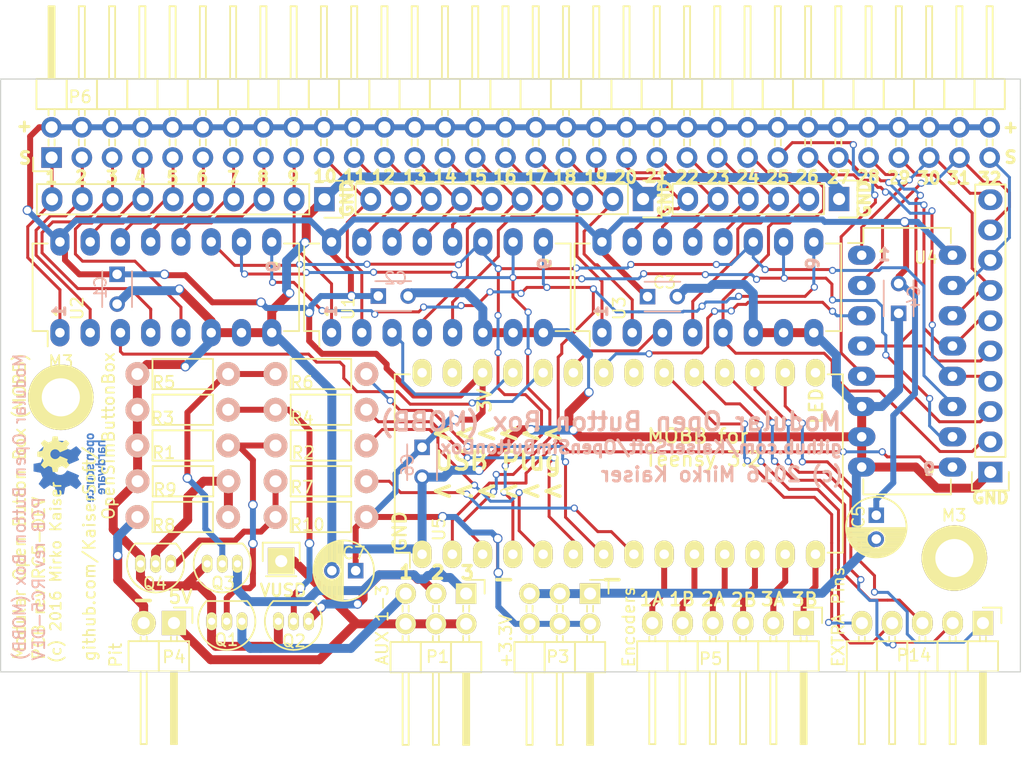
<source format=kicad_pcb>
(kicad_pcb (version 4) (host pcbnew 4.0.4-stable)
  (title_block (title "Modular Open Button Box (MOBB)") (date 2016-11-02) (rev "PCB rev RC5-DEV"))
  (layers (0 F.Cu signal) (31 B.Cu signal) (34 B.Paste user hide) (35 F.Paste user) (36 B.SilkS user hide) (37 F.SilkS user) (38 B.Mask user) (39 F.Mask user hide) (44 Edge.Cuts user))
  (net 0 "")
  (net 1 "Net-(P1-Pad1)")
  (net 2 +5V)
  (net 3 "Net-(P1-Pad3)")
  (net 4 "Net-(P1-Pad5)")
  (net 5 +3V3)
  (net 6 GND)
  (net 7 "Net-(P4-Pad2)")
  (net 8 "Net-(P5-Pad1)")
  (net 9 "Net-(P5-Pad2)")
  (net 10 "Net-(P5-Pad3)")
  (net 11 "Net-(P5-Pad4)")
  (net 12 "Net-(P5-Pad5)")
  (net 13 "Net-(P5-Pad6)")
  (net 14 "Net-(P6-Pad1)")
  (net 15 "Net-(P6-Pad3)")
  (net 16 "Net-(P6-Pad5)")
  (net 17 "Net-(P6-Pad7)")
  (net 18 "Net-(P6-Pad9)")
  (net 19 "Net-(P6-Pad11)")
  (net 20 "Net-(P6-Pad13)")
  (net 21 "Net-(P6-Pad15)")
  (net 22 "Net-(P6-Pad17)")
  (net 23 "Net-(P6-Pad19)")
  (net 24 "Net-(P6-Pad21)")
  (net 25 "Net-(P6-Pad23)")
  (net 26 "Net-(P6-Pad25)")
  (net 27 "Net-(P6-Pad27)")
  (net 28 "Net-(P6-Pad29)")
  (net 29 "Net-(P6-Pad31)")
  (net 30 "Net-(P6-Pad33)")
  (net 31 "Net-(P6-Pad35)")
  (net 32 "Net-(P6-Pad37)")
  (net 33 "Net-(P6-Pad39)")
  (net 34 "Net-(P6-Pad41)")
  (net 35 "Net-(P6-Pad43)")
  (net 36 "Net-(P6-Pad45)")
  (net 37 "Net-(P6-Pad47)")
  (net 38 "Net-(P6-Pad49)")
  (net 39 "Net-(P6-Pad51)")
  (net 40 "Net-(P6-Pad53)")
  (net 41 "Net-(P6-Pad55)")
  (net 42 "Net-(P6-Pad57)")
  (net 43 "Net-(P6-Pad59)")
  (net 44 "Net-(P6-Pad61)")
  (net 45 "Net-(P6-Pad63)")
  (net 46 "Net-(P14-Pad1)")
  (net 47 "Net-(P14-Pad2)")
  (net 48 "Net-(P14-Pad3)")
  (net 49 "Net-(P14-Pad4)")
  (net 50 "Net-(P14-Pad5)")
  (net 51 "Net-(Q1-Pad2)")
  (net 52 "Net-(Q2-Pad2)")
  (net 53 "Net-(Q3-Pad2)")
  (net 54 "Net-(R2-Pad1)")
  (net 55 "Net-(R4-Pad1)")
  (net 56 "Net-(R6-Pad1)")
  (net 57 "Net-(U1-Pad3)")
  (net 58 "Net-(U1-Pad9)")
  (net 59 "Net-(U1-Pad10)")
  (net 60 "Net-(U1-Pad11)")
  (net 61 "Net-(U2-Pad3)")
  (net 62 "Net-(U3-Pad3)")
  (net 63 "Net-(U4-Pad3)")
  (net 64 "Net-(U5-Pad15)")
  (net 65 /reserved_for_4051)
  (net 66 "Net-(U5-Pad27)")
  (net 67 "Net-(U5-Pad28)")
  (net 68 "Net-(R7-Pad1)")
  (net 69 "Net-(Q4-Pad2)")
  (net 70 "Net-(Q4-Pad1)")
  (module Pin_Headers:Pin_Header_Angled_1x02 (layer F.Cu) (at 189.87 140.67 270)
    (fp_text reference P4 (at 2.85 0 360) (layer F.SilkS))
    (fp_text value Pit (at 2.705 4.895 270) (layer F.SilkS))
    (pad 1 thru_hole rect (at 0 0 270) (size 2.032 2.032) (drill 1.016) (layers *.Cu *.Mask F.SilkS) (net 2 +5V))
    (pad 2 thru_hole oval (at 0 2.54 270) (size 2.032 2.032) (drill 1.016) (layers *.Cu *.Mask F.SilkS) (net 7 "Net-(P4-Pad2)"))
  )
  (module Pin_Headers:Pin_Header_Angled_1x06 (layer F.Cu) (at 242.725 140.675 270)
    (fp_text reference P5 (at 3 7.8 360) (layer F.SilkS))
    (fp_text value Encoders (at 0.325 14.675 270) (layer F.SilkS))
    (pad 1 thru_hole rect (at 0 0 270) (size 2.032 1.7272) (drill 1.016) (layers *.Cu *.Mask F.SilkS) (net 8 "Net-(P5-Pad1)"))
    (pad 2 thru_hole oval (at 0 2.54 270) (size 2.032 1.7272) (drill 1.016) (layers *.Cu *.Mask F.SilkS) (net 9 "Net-(P5-Pad2)"))
    (pad 3 thru_hole oval (at 0 5.08 270) (size 2.032 1.7272) (drill 1.016) (layers *.Cu *.Mask F.SilkS) (net 10 "Net-(P5-Pad3)"))
    (pad 4 thru_hole oval (at 0 7.62 270) (size 2.032 1.7272) (drill 1.016) (layers *.Cu *.Mask F.SilkS) (net 11 "Net-(P5-Pad4)"))
    (pad 5 thru_hole oval (at 0 10.16 270) (size 2.032 1.7272) (drill 1.016) (layers *.Cu *.Mask F.SilkS) (net 12 "Net-(P5-Pad5)"))
    (pad 6 thru_hole oval (at 0 12.7 270) (size 2.032 1.7272) (drill 1.016) (layers *.Cu *.Mask F.SilkS) (net 13 "Net-(P5-Pad6)"))
  )
  (module Housings_DIP:DIP-28_W15.24mm_LongPads (layer F.Cu) (at 210.7 134.9 90)
    (fp_text reference U5 (at 2.1 1.425 270) (layer F.SilkS))
    (fp_text value Teensy3.2 hide)
    (pad 1 thru_hole oval (at 0 0 90) (size 2.3 1.6) (drill 0.8) (layers *.Cu *.Mask F.SilkS) (net 6 GND))
    (pad 2 thru_hole oval (at 0 2.54 90) (size 2.3 1.6) (drill 0.8) (layers *.Cu *.Mask F.SilkS) (net 58 "Net-(U1-Pad9)"))
    (pad 3 thru_hole oval (at 0 5.08 90) (size 2.3 1.6) (drill 0.8) (layers *.Cu *.Mask F.SilkS) (net 59 "Net-(U1-Pad10)"))
    (pad 4 thru_hole oval (at 0 7.62 90) (size 2.3 1.6) (drill 0.8) (layers *.Cu *.Mask F.SilkS) (net 60 "Net-(U1-Pad11)"))
    (pad 5 thru_hole oval (at 0 10.16 90) (size 2.3 1.6) (drill 0.8) (layers *.Cu *.Mask F.SilkS) (net 54 "Net-(R2-Pad1)"))
    (pad 6 thru_hole oval (at 0 12.7 90) (size 2.3 1.6) (drill 0.8) (layers *.Cu *.Mask F.SilkS) (net 55 "Net-(R4-Pad1)"))
    (pad 7 thru_hole oval (at 0 15.24 90) (size 2.3 1.6) (drill 0.8) (layers *.Cu *.Mask F.SilkS) (net 56 "Net-(R6-Pad1)"))
    (pad 8 thru_hole oval (at 0 17.78 90) (size 2.3 1.6) (drill 0.8) (layers *.Cu *.Mask F.SilkS) (net 68 "Net-(R7-Pad1)"))
    (pad 9 thru_hole oval (at 0 20.32 90) (size 2.3 1.6) (drill 0.8) (layers *.Cu *.Mask F.SilkS) (net 13 "Net-(P5-Pad6)"))
    (pad 10 thru_hole oval (at 0 22.86 90) (size 2.3 1.6) (drill 0.8) (layers *.Cu *.Mask F.SilkS) (net 12 "Net-(P5-Pad5)"))
    (pad 11 thru_hole oval (at 0 25.4 90) (size 2.3 1.6) (drill 0.8) (layers *.Cu *.Mask F.SilkS) (net 11 "Net-(P5-Pad4)"))
    (pad 12 thru_hole oval (at 0 27.94 90) (size 2.3 1.6) (drill 0.8) (layers *.Cu *.Mask F.SilkS) (net 10 "Net-(P5-Pad3)"))
    (pad 13 thru_hole oval (at 0 30.48 90) (size 2.3 1.6) (drill 0.8) (layers *.Cu *.Mask F.SilkS) (net 9 "Net-(P5-Pad2)"))
    (pad 14 thru_hole oval (at 0 33.02 90) (size 2.3 1.6) (drill 0.8) (layers *.Cu *.Mask F.SilkS) (net 8 "Net-(P5-Pad1)"))
    (pad 15 thru_hole oval (at 15.24 33.02 90) (size 2.3 1.6) (drill 0.8) (layers *.Cu *.Mask F.SilkS) (net 64 "Net-(U5-Pad15)"))
    (pad 16 thru_hole oval (at 15.24 30.48 90) (size 2.3 1.6) (drill 0.8) (layers *.Cu *.Mask F.SilkS) (net 46 "Net-(P14-Pad1)"))
    (pad 17 thru_hole oval (at 15.24 27.94 90) (size 2.3 1.6) (drill 0.8) (layers *.Cu *.Mask F.SilkS) (net 47 "Net-(P14-Pad2)"))
    (pad 18 thru_hole oval (at 15.24 25.4 90) (size 2.3 1.6) (drill 0.8) (layers *.Cu *.Mask F.SilkS) (net 48 "Net-(P14-Pad3)"))
    (pad 19 thru_hole oval (at 15.24 22.86 90) (size 2.3 1.6) (drill 0.8) (layers *.Cu *.Mask F.SilkS) (net 49 "Net-(P14-Pad4)"))
    (pad 20 thru_hole oval (at 15.24 20.32 90) (size 2.3 1.6) (drill 0.8) (layers *.Cu *.Mask F.SilkS) (net 50 "Net-(P14-Pad5)"))
    (pad 21 thru_hole oval (at 15.24 17.78 90) (size 2.3 1.6) (drill 0.8) (layers *.Cu *.Mask F.SilkS) (net 65 /reserved_for_4051))
    (pad 22 thru_hole oval (at 15.24 15.24 90) (size 2.3 1.6) (drill 0.8) (layers *.Cu *.Mask F.SilkS) (net 63 "Net-(U4-Pad3)"))
    (pad 23 thru_hole oval (at 15.24 12.7 90) (size 2.3 1.6) (drill 0.8) (layers *.Cu *.Mask F.SilkS) (net 62 "Net-(U3-Pad3)"))
    (pad 24 thru_hole oval (at 15.24 10.16 90) (size 2.3 1.6) (drill 0.8) (layers *.Cu *.Mask F.SilkS) (net 61 "Net-(U2-Pad3)"))
    (pad 25 thru_hole oval (at 15.24 7.62 90) (size 2.3 1.6) (drill 0.8) (layers *.Cu *.Mask F.SilkS) (net 57 "Net-(U1-Pad3)"))
    (pad 26 thru_hole oval (at 15.24 5.08 90) (size 2.3 1.6) (drill 0.8) (layers *.Cu *.Mask F.SilkS) (net 5 +3V3))
    (pad 27 thru_hole oval (at 15.24 2.54 90) (size 2.3 1.6) (drill 0.8) (layers *.Cu *.Mask F.SilkS) (net 66 "Net-(U5-Pad27)"))
    (pad 28 thru_hole oval (at 15.24 0 90) (size 2.3 1.6) (drill 0.8) (layers *.Cu *.Mask F.SilkS) (net 67 "Net-(U5-Pad28)"))
  )
  (module Pin_Headers:Pin_Header_Angled_2x03 (layer F.Cu) (at 214.4 138.2 270)
    (fp_text reference P1 (at 5.3 2.4 360) (layer F.SilkS))
    (fp_text value "AUX 1-3" (at 2.625 7.05 270) (layer F.SilkS))
    (pad 1 thru_hole rect (at 0 0 270) (size 1.7272 1.7272) (drill 1.016) (layers *.Cu *.Mask F.SilkS) (net 1 "Net-(P1-Pad1)"))
    (pad 2 thru_hole oval (at 2.54 0 270) (size 1.7272 1.7272) (drill 1.016) (layers *.Cu *.Mask F.SilkS) (net 2 +5V))
    (pad 3 thru_hole oval (at 0 2.54 270) (size 1.7272 1.7272) (drill 1.016) (layers *.Cu *.Mask F.SilkS) (net 3 "Net-(P1-Pad3)"))
    (pad 4 thru_hole oval (at 2.54 2.54 270) (size 1.7272 1.7272) (drill 1.016) (layers *.Cu *.Mask F.SilkS) (net 2 +5V))
    (pad 5 thru_hole oval (at 0 5.08 270) (size 1.7272 1.7272) (drill 1.016) (layers *.Cu *.Mask F.SilkS) (net 4 "Net-(P1-Pad5)"))
    (pad 6 thru_hole oval (at 2.54 5.08 270) (size 1.7272 1.7272) (drill 1.016) (layers *.Cu *.Mask F.SilkS) (net 2 +5V))
  )
  (module Pin_Headers:Pin_Header_Straight_1x01 (layer F.Cu) (at 198.875 135.475)
    (fp_text reference P2 hide)
    (fp_text value "Wire to Teensy VUSB")
    (pad 1 thru_hole rect (at 0 0) (size 2.2352 2.2352) (drill 1.016) (layers *.Cu *.Mask F.SilkS) (net 2 +5V))
  )
  (module Pin_Headers:Pin_Header_Angled_2x03 (layer F.Cu) (at 224.8 138.2 270)
    (fp_text reference P3 (at 5.3 2.7 360) (layer F.SilkS))
    (fp_text value +3.3V (at 3.975 7.075 270) (layer F.SilkS))
    (pad 1 thru_hole rect (at 0 0 270) (size 1.7272 1.7272) (drill 1.016) (layers *.Cu *.Mask F.SilkS) (net 6 GND))
    (pad 2 thru_hole oval (at 2.54 0 270) (size 1.7272 1.7272) (drill 1.016) (layers *.Cu *.Mask F.SilkS) (net 5 +3V3))
    (pad 3 thru_hole oval (at 0 2.54 270) (size 1.7272 1.7272) (drill 1.016) (layers *.Cu *.Mask F.SilkS) (net 6 GND))
    (pad 4 thru_hole oval (at 2.54 2.54 270) (size 1.7272 1.7272) (drill 1.016) (layers *.Cu *.Mask F.SilkS) (net 5 +3V3))
    (pad 5 thru_hole oval (at 0 5.08 270) (size 1.7272 1.7272) (drill 1.016) (layers *.Cu *.Mask F.SilkS) (net 6 GND))
    (pad 6 thru_hole oval (at 2.54 5.08 270) (size 1.7272 1.7272) (drill 1.016) (layers *.Cu *.Mask F.SilkS) (net 5 +3V3))
  )
  (module Pin_Headers:Pin_Header_Angled_1x05 (layer F.Cu) (at 257.775 140.675 270)
    (fp_text reference P14 (at 2.7 5.8 360) (layer F.SilkS))
    (fp_text value "EXTRA Pins" (at -0.525 12.15 270) (layer F.SilkS))
    (pad 1 thru_hole rect (at 0 0 270) (size 2.032 1.7272) (drill 1.016) (layers *.Cu *.Mask F.SilkS) (net 46 "Net-(P14-Pad1)"))
    (pad 2 thru_hole oval (at 0 2.54 270) (size 2.032 1.7272) (drill 1.016) (layers *.Cu *.Mask F.SilkS) (net 47 "Net-(P14-Pad2)"))
    (pad 3 thru_hole oval (at 0 5.08 270) (size 2.032 1.7272) (drill 1.016) (layers *.Cu *.Mask F.SilkS) (net 48 "Net-(P14-Pad3)"))
    (pad 4 thru_hole oval (at 0 7.62 270) (size 2.032 1.7272) (drill 1.016) (layers *.Cu *.Mask F.SilkS) (net 49 "Net-(P14-Pad4)"))
    (pad 5 thru_hole oval (at 0 10.16 270) (size 2.032 1.7272) (drill 1.016) (layers *.Cu *.Mask F.SilkS) (net 50 "Net-(P14-Pad5)"))
  )
  (module TO_SOT_Packages_THT:TO-92_Inline_Narrow_Oval (layer F.Cu) (at 195.575 140.525 180)
    (fp_text reference Q1 (at 1.3 -1.55 180) (layer F.SilkS))
    (fp_text value NPN hide)
    (pad 2 thru_hole oval (at 1.27 0) (size 0.89916 1.50114) (drill 0.6) (layers *.Cu *.Mask F.SilkS) (net 51 "Net-(Q1-Pad2)"))
    (pad 3 thru_hole oval (at 2.54 0) (size 0.89916 1.50114) (drill 0.6) (layers *.Cu *.Mask F.SilkS) (net 6 GND))
    (pad 1 thru_hole oval (at 0 0) (size 0.89916 1.50114) (drill 0.6) (layers *.Cu *.Mask F.SilkS) (net 4 "Net-(P1-Pad5)"))
  )
  (module TO_SOT_Packages_THT:TO-92_Inline_Narrow_Oval (layer F.Cu) (at 201.175 140.525 180)
    (fp_text reference Q2 (at 1.225 -1.65 180) (layer F.SilkS))
    (fp_text value NPN hide)
    (pad 2 thru_hole oval (at 1.27 0) (size 0.89916 1.50114) (drill 0.6) (layers *.Cu *.Mask F.SilkS) (net 52 "Net-(Q2-Pad2)"))
    (pad 3 thru_hole oval (at 2.54 0) (size 0.89916 1.50114) (drill 0.6) (layers *.Cu *.Mask F.SilkS) (net 6 GND))
    (pad 1 thru_hole oval (at 0 0) (size 0.89916 1.50114) (drill 0.6) (layers *.Cu *.Mask F.SilkS) (net 3 "Net-(P1-Pad3)"))
  )
  (module TO_SOT_Packages_THT:TO-92_Inline_Narrow_Oval (layer F.Cu) (at 195.2 135.7 180)
    (fp_text reference Q3 (at 1.2 -1.625 180) (layer F.SilkS))
    (fp_text value NPN hide)
    (pad 2 thru_hole oval (at 1.27 0) (size 0.89916 1.50114) (drill 0.6) (layers *.Cu *.Mask F.SilkS) (net 53 "Net-(Q3-Pad2)"))
    (pad 3 thru_hole oval (at 2.54 0) (size 0.89916 1.50114) (drill 0.6) (layers *.Cu *.Mask F.SilkS) (net 6 GND))
    (pad 1 thru_hole oval (at 0 0) (size 0.89916 1.50114) (drill 0.6) (layers *.Cu *.Mask F.SilkS) (net 1 "Net-(P1-Pad1)"))
  )
  (module Resistors_ThroughHole:Resistor_Horizontal_RM7mm (layer F.Cu) (at 194.42 125.77 180)
    (fp_text reference R1 (at 5.4 -0.6 180) (layer F.SilkS))
    (fp_text value 10K)
    (pad 1 thru_hole circle (at 0 0 180) (size 1.99898 1.99898) (drill 1.00076) (layers *.Cu *.SilkS *.Mask) (net 51 "Net-(Q1-Pad2)"))
    (pad 2 thru_hole circle (at 7.62 0 180) (size 1.99898 1.99898) (drill 1.00076) (layers *.Cu *.SilkS *.Mask) (net 6 GND))
  )
  (module Resistors_ThroughHole:Resistor_Horizontal_RM7mm (layer F.Cu) (at 206.02 125.77 180)
    (fp_text reference R2 (at 5.3 -0.6 180) (layer F.SilkS))
    (fp_text value 1K)
    (pad 1 thru_hole circle (at 0 0 180) (size 1.99898 1.99898) (drill 1.00076) (layers *.Cu *.SilkS *.Mask) (net 54 "Net-(R2-Pad1)"))
    (pad 2 thru_hole circle (at 7.62 0 180) (size 1.99898 1.99898) (drill 1.00076) (layers *.Cu *.SilkS *.Mask) (net 51 "Net-(Q1-Pad2)"))
  )
  (module Resistors_ThroughHole:Resistor_Horizontal_RM7mm (layer F.Cu) (at 194.42 122.77 180)
    (fp_text reference R3 (at 5.5 -0.7 180) (layer F.SilkS))
    (fp_text value 10K)
    (pad 1 thru_hole circle (at 0 0 180) (size 1.99898 1.99898) (drill 1.00076) (layers *.Cu *.SilkS *.Mask) (net 52 "Net-(Q2-Pad2)"))
    (pad 2 thru_hole circle (at 7.62 0 180) (size 1.99898 1.99898) (drill 1.00076) (layers *.Cu *.SilkS *.Mask) (net 6 GND))
  )
  (module Resistors_ThroughHole:Resistor_Horizontal_RM7mm (layer F.Cu) (at 206.02 122.77 180)
    (fp_text reference R4 (at 5.4 -0.7 180) (layer F.SilkS))
    (fp_text value 1K)
    (pad 1 thru_hole circle (at 0 0 180) (size 1.99898 1.99898) (drill 1.00076) (layers *.Cu *.SilkS *.Mask) (net 55 "Net-(R4-Pad1)"))
    (pad 2 thru_hole circle (at 7.62 0 180) (size 1.99898 1.99898) (drill 1.00076) (layers *.Cu *.SilkS *.Mask) (net 52 "Net-(Q2-Pad2)"))
  )
  (module Resistors_ThroughHole:Resistor_Horizontal_RM7mm (layer F.Cu) (at 194.42 119.77 180)
    (fp_text reference R5 (at 5.4 -0.7 180) (layer F.SilkS))
    (fp_text value 10K)
    (pad 1 thru_hole circle (at 0 0 180) (size 1.99898 1.99898) (drill 1.00076) (layers *.Cu *.SilkS *.Mask) (net 53 "Net-(Q3-Pad2)"))
    (pad 2 thru_hole circle (at 7.62 0 180) (size 1.99898 1.99898) (drill 1.00076) (layers *.Cu *.SilkS *.Mask) (net 6 GND))
  )
  (module Resistors_ThroughHole:Resistor_Horizontal_RM7mm (layer F.Cu) (at 206.02 119.77 180)
    (fp_text reference R6 (at 5.4 -0.7 180) (layer F.SilkS))
    (fp_text value 1K)
    (pad 1 thru_hole circle (at 0 0 180) (size 1.99898 1.99898) (drill 1.00076) (layers *.Cu *.SilkS *.Mask) (net 56 "Net-(R6-Pad1)"))
    (pad 2 thru_hole circle (at 7.62 0 180) (size 1.99898 1.99898) (drill 1.00076) (layers *.Cu *.SilkS *.Mask) (net 53 "Net-(Q3-Pad2)"))
  )
  (module Mounting_Holes:MountingHole_2.2mm_M2 (layer F.Cu) (at 180.375 121.725)
    (fp_text reference REF** hide)
    (fp_text value M3 (at 0.005 -2.995) (layer F.SilkS))
    (pad "" np_thru_hole circle (at 0 0) (size 5.5 5.5) (drill 3.2) (layers *.Cu *.Mask F.SilkS))
  )
  (module Mounting_Holes:MountingHole_2.2mm_M2 (layer F.Cu) (at 255.38 135.22)
    (fp_text reference REF** hide)
    (fp_text value M3 (at -0.02 -3.59) (layer F.SilkS))
    (pad "" np_thru_hole circle (at 0 0) (size 5.5 5.5) (drill 3.2) (layers *.Cu *.Mask F.SilkS))
  )
  (module TO_SOT_Packages_THT:TO-92_Inline_Narrow_Oval (layer F.Cu) (at 189.6 135.7 180)
    (fp_text reference Q4 (at 1.325 -1.65 180) (layer F.SilkS))
    (fp_text value NPN hide)
    (pad 2 thru_hole oval (at 1.27 0) (size 0.89916 1.50114) (drill 0.6) (layers *.Cu *.Mask F.SilkS) (net 69 "Net-(Q4-Pad2)"))
    (pad 3 thru_hole oval (at 2.54 0) (size 0.89916 1.50114) (drill 0.6) (layers *.Cu *.Mask F.SilkS) (net 6 GND))
    (pad 1 thru_hole oval (at 0 0) (size 0.89916 1.50114) (drill 0.6) (layers *.Cu *.Mask F.SilkS) (net 70 "Net-(Q4-Pad1)"))
  )
  (module Resistors_ThroughHole:Resistor_Horizontal_RM7mm (layer F.Cu) (at 206.02 128.77 180)
    (fp_text reference R7 (at 5.4 -0.5 180) (layer F.SilkS))
    (fp_text value 1K)
    (pad 1 thru_hole circle (at 0 0 180) (size 1.99898 1.99898) (drill 1.00076) (layers *.Cu *.SilkS *.Mask) (net 68 "Net-(R7-Pad1)"))
    (pad 2 thru_hole circle (at 7.62 0 180) (size 1.99898 1.99898) (drill 1.00076) (layers *.Cu *.SilkS *.Mask) (net 70 "Net-(Q4-Pad1)"))
  )
  (module Resistors_ThroughHole:Resistor_Horizontal_RM7mm (layer F.Cu) (at 194.42 131.77 180)
    (fp_text reference R8 (at 5.4 -0.7 180) (layer F.SilkS))
    (fp_text value 1K)
    (pad 1 thru_hole circle (at 0 0 180) (size 1.99898 1.99898) (drill 1.00076) (layers *.Cu *.SilkS *.Mask) (net 69 "Net-(Q4-Pad2)"))
    (pad 2 thru_hole circle (at 7.62 0 180) (size 1.99898 1.99898) (drill 1.00076) (layers *.Cu *.SilkS *.Mask) (net 7 "Net-(P4-Pad2)"))
  )
  (module Resistors_ThroughHole:Resistor_Horizontal_RM7mm (layer F.Cu) (at 186.82 128.77)
    (fp_text reference R9 (at 2.3 0.7) (layer F.SilkS))
    (fp_text value 10K)
    (pad 1 thru_hole circle (at 0 0) (size 1.99898 1.99898) (drill 1.00076) (layers *.Cu *.SilkS *.Mask) (net 6 GND))
    (pad 2 thru_hole circle (at 7.62 0) (size 1.99898 1.99898) (drill 1.00076) (layers *.Cu *.SilkS *.Mask) (net 69 "Net-(Q4-Pad2)"))
  )
  (module Resistors_ThroughHole:Resistor_Horizontal_RM7mm (layer F.Cu) (at 206.02 131.77 180)
    (fp_text reference R10 (at 4.95 -0.65 180) (layer F.SilkS))
    (fp_text value 100K)
    (pad 1 thru_hole circle (at 0 0 180) (size 1.99898 1.99898) (drill 1.00076) (layers *.Cu *.SilkS *.Mask) (net 5 +3V3))
    (pad 2 thru_hole circle (at 7.62 0 180) (size 1.99898 1.99898) (drill 1.00076) (layers *.Cu *.SilkS *.Mask) (net 70 "Net-(Q4-Pad1)"))
  )
  (module Capacitors_ThroughHole:C_Disc_D3_P2.5 (layer B.Cu) (at 185.1 111.4 270)
    (fp_text reference C1 (at 1.1 1.4 270) (layer B.SilkS) (effects (justify mirror)))
    (fp_text value C)
    (pad 1 thru_hole rect (at 0 0 270) (size 1.3 1.3) (drill 0.8) (layers *.Cu *.Mask) (net 5 +3V3))
    (pad 2 thru_hole circle (at 2.5 0 270) (size 1.3 1.3) (drill 0.8001) (layers *.Cu *.Mask) (net 6 GND))
  )
  (module Capacitors_ThroughHole:C_Disc_D3_P2.5 (layer B.Cu) (at 207.025 113.225)
    (fp_text reference C2 (at 1.45 -1.5) (layer B.SilkS) (effects (justify mirror)))
    (fp_text value C)
    (pad 1 thru_hole rect (at 0 0) (size 1.3 1.3) (drill 0.8) (layers *.Cu *.Mask) (net 5 +3V3))
    (pad 2 thru_hole circle (at 2.5 0) (size 1.3 1.3) (drill 0.8001) (layers *.Cu *.Mask) (net 6 GND))
  )
  (module Capacitors_ThroughHole:C_Disc_D3_P2.5 (layer B.Cu) (at 229.625 113.275)
    (fp_text reference C3 (at 1.425 -1.2) (layer F.SilkS))
    (fp_text value C)
    (pad 1 thru_hole rect (at 0 0) (size 1.3 1.3) (drill 0.8) (layers *.Cu *.Mask) (net 5 +3V3))
    (pad 2 thru_hole circle (at 2.5 0) (size 1.3 1.3) (drill 0.8001) (layers *.Cu *.Mask) (net 6 GND))
  )
  (module Capacitors_ThroughHole:C_Disc_D3_P2.5 (layer B.Cu) (at 250.7 114.675 90)
    (fp_text reference C4 (at 1.4 1.275 90) (layer B.SilkS) (effects (justify mirror)))
    (fp_text value C)
    (pad 1 thru_hole rect (at 0 0 90) (size 1.3 1.3) (drill 0.8) (layers *.Cu *.Mask) (net 6 GND))
    (pad 2 thru_hole circle (at 2.5 0 90) (size 1.3 1.3) (drill 0.8001) (layers *.Cu *.Mask) (net 5 +3V3))
  )
  (module Capacitors_ThroughHole:C_Disc_D3_P2.5 (layer B.Cu) (at 210.7 125.925 270)
    (fp_text reference C6 (at 1.475 1.225 270) (layer B.SilkS) (effects (justify mirror)))
    (fp_text value C)
    (pad 1 thru_hole rect (at 0 0 270) (size 1.3 1.3) (drill 0.8) (layers *.Cu *.Mask) (net 5 +3V3))
    (pad 2 thru_hole circle (at 2.5 0 270) (size 1.3 1.3) (drill 0.8001) (layers *.Cu *.Mask) (net 6 GND))
  )
  (module Pin_Headers:Pin_Header_Angled_2x32 (layer F.Cu) (at 179.6 101.6 90)
    (fp_text reference P6 (at 5.09 2.4 180) (layer F.SilkS))
    (fp_text value "BTN 1-32")
    (pad 1 thru_hole rect (at 0 0 90) (size 1.7272 1.7272) (drill 1.016) (layers *.Cu *.Mask) (net 14 "Net-(P6-Pad1)"))
    (pad 2 thru_hole oval (at 2.54 0 90) (size 1.7272 1.7272) (drill 1.016) (layers *.Cu *.Mask) (net 5 +3V3))
    (pad 3 thru_hole oval (at 0 2.54 90) (size 1.7272 1.7272) (drill 1.016) (layers *.Cu *.Mask) (net 15 "Net-(P6-Pad3)"))
    (pad 4 thru_hole oval (at 2.54 2.54 90) (size 1.7272 1.7272) (drill 1.016) (layers *.Cu *.Mask) (net 5 +3V3))
    (pad 5 thru_hole oval (at 0 5.08 90) (size 1.7272 1.7272) (drill 1.016) (layers *.Cu *.Mask) (net 16 "Net-(P6-Pad5)"))
    (pad 6 thru_hole oval (at 2.54 5.08 90) (size 1.7272 1.7272) (drill 1.016) (layers *.Cu *.Mask) (net 5 +3V3))
    (pad 7 thru_hole oval (at 0 7.62 90) (size 1.7272 1.7272) (drill 1.016) (layers *.Cu *.Mask) (net 17 "Net-(P6-Pad7)"))
    (pad 8 thru_hole oval (at 2.54 7.62 90) (size 1.7272 1.7272) (drill 1.016) (layers *.Cu *.Mask) (net 5 +3V3))
    (pad 9 thru_hole oval (at 0 10.16 90) (size 1.7272 1.7272) (drill 1.016) (layers *.Cu *.Mask) (net 18 "Net-(P6-Pad9)"))
    (pad 10 thru_hole oval (at 2.54 10.16 90) (size 1.7272 1.7272) (drill 1.016) (layers *.Cu *.Mask) (net 5 +3V3))
    (pad 11 thru_hole oval (at 0 12.7 90) (size 1.7272 1.7272) (drill 1.016) (layers *.Cu *.Mask) (net 19 "Net-(P6-Pad11)"))
    (pad 12 thru_hole oval (at 2.54 12.7 90) (size 1.7272 1.7272) (drill 1.016) (layers *.Cu *.Mask) (net 5 +3V3))
    (pad 13 thru_hole oval (at 0 15.24 90) (size 1.7272 1.7272) (drill 1.016) (layers *.Cu *.Mask) (net 20 "Net-(P6-Pad13)"))
    (pad 14 thru_hole oval (at 2.54 15.24 90) (size 1.7272 1.7272) (drill 1.016) (layers *.Cu *.Mask) (net 5 +3V3))
    (pad 15 thru_hole oval (at 0 17.78 90) (size 1.7272 1.7272) (drill 1.016) (layers *.Cu *.Mask) (net 21 "Net-(P6-Pad15)"))
    (pad 16 thru_hole oval (at 2.54 17.78 90) (size 1.7272 1.7272) (drill 1.016) (layers *.Cu *.Mask) (net 5 +3V3))
    (pad 17 thru_hole oval (at 0 20.32 90) (size 1.7272 1.7272) (drill 1.016) (layers *.Cu *.Mask) (net 22 "Net-(P6-Pad17)"))
    (pad 18 thru_hole oval (at 2.54 20.32 90) (size 1.7272 1.7272) (drill 1.016) (layers *.Cu *.Mask) (net 5 +3V3))
    (pad 19 thru_hole oval (at 0 22.86 90) (size 1.7272 1.7272) (drill 1.016) (layers *.Cu *.Mask) (net 23 "Net-(P6-Pad19)"))
    (pad 20 thru_hole oval (at 2.54 22.86 90) (size 1.7272 1.7272) (drill 1.016) (layers *.Cu *.Mask) (net 5 +3V3))
    (pad 21 thru_hole oval (at 0 25.4 90) (size 1.7272 1.7272) (drill 1.016) (layers *.Cu *.Mask) (net 24 "Net-(P6-Pad21)"))
    (pad 22 thru_hole oval (at 2.54 25.4 90) (size 1.7272 1.7272) (drill 1.016) (layers *.Cu *.Mask) (net 5 +3V3))
    (pad 23 thru_hole oval (at 0 27.94 90) (size 1.7272 1.7272) (drill 1.016) (layers *.Cu *.Mask) (net 25 "Net-(P6-Pad23)"))
    (pad 24 thru_hole oval (at 2.54 27.94 90) (size 1.7272 1.7272) (drill 1.016) (layers *.Cu *.Mask) (net 5 +3V3))
    (pad 25 thru_hole oval (at 0 30.48 90) (size 1.7272 1.7272) (drill 1.016) (layers *.Cu *.Mask) (net 26 "Net-(P6-Pad25)"))
    (pad 26 thru_hole oval (at 2.54 30.48 90) (size 1.7272 1.7272) (drill 1.016) (layers *.Cu *.Mask) (net 5 +3V3))
    (pad 27 thru_hole oval (at 0 33.02 90) (size 1.7272 1.7272) (drill 1.016) (layers *.Cu *.Mask) (net 27 "Net-(P6-Pad27)"))
    (pad 28 thru_hole oval (at 2.54 33.02 90) (size 1.7272 1.7272) (drill 1.016) (layers *.Cu *.Mask) (net 5 +3V3))
    (pad 29 thru_hole oval (at 0 35.56 90) (size 1.7272 1.7272) (drill 1.016) (layers *.Cu *.Mask) (net 28 "Net-(P6-Pad29)"))
    (pad 30 thru_hole oval (at 2.54 35.56 90) (size 1.7272 1.7272) (drill 1.016) (layers *.Cu *.Mask) (net 5 +3V3))
    (pad 31 thru_hole oval (at 0 38.1 90) (size 1.7272 1.7272) (drill 1.016) (layers *.Cu *.Mask) (net 29 "Net-(P6-Pad31)"))
    (pad 32 thru_hole oval (at 2.54 38.1 90) (size 1.7272 1.7272) (drill 1.016) (layers *.Cu *.Mask) (net 5 +3V3))
    (pad 33 thru_hole oval (at 0 40.64 90) (size 1.7272 1.7272) (drill 1.016) (layers *.Cu *.Mask) (net 30 "Net-(P6-Pad33)"))
    (pad 34 thru_hole oval (at 2.54 40.64 90) (size 1.7272 1.7272) (drill 1.016) (layers *.Cu *.Mask) (net 5 +3V3))
    (pad 35 thru_hole oval (at 0 43.18 90) (size 1.7272 1.7272) (drill 1.016) (layers *.Cu *.Mask) (net 31 "Net-(P6-Pad35)"))
    (pad 36 thru_hole oval (at 2.54 43.18 90) (size 1.7272 1.7272) (drill 1.016) (layers *.Cu *.Mask) (net 5 +3V3))
    (pad 37 thru_hole oval (at 0 45.72 90) (size 1.7272 1.7272) (drill 1.016) (layers *.Cu *.Mask) (net 32 "Net-(P6-Pad37)"))
    (pad 38 thru_hole oval (at 2.54 45.72 90) (size 1.7272 1.7272) (drill 1.016) (layers *.Cu *.Mask) (net 5 +3V3))
    (pad 39 thru_hole oval (at 0 48.26 90) (size 1.7272 1.7272) (drill 1.016) (layers *.Cu *.Mask) (net 33 "Net-(P6-Pad39)"))
    (pad 40 thru_hole oval (at 2.54 48.26 90) (size 1.7272 1.7272) (drill 1.016) (layers *.Cu *.Mask) (net 5 +3V3))
    (pad 41 thru_hole oval (at 0 50.8 90) (size 1.7272 1.7272) (drill 1.016) (layers *.Cu *.Mask) (net 34 "Net-(P6-Pad41)"))
    (pad 42 thru_hole oval (at 2.54 50.8 90) (size 1.7272 1.7272) (drill 1.016) (layers *.Cu *.Mask) (net 5 +3V3))
    (pad 43 thru_hole oval (at 0 53.34 90) (size 1.7272 1.7272) (drill 1.016) (layers *.Cu *.Mask) (net 35 "Net-(P6-Pad43)"))
    (pad 44 thru_hole oval (at 2.54 53.34 90) (size 1.7272 1.7272) (drill 1.016) (layers *.Cu *.Mask) (net 5 +3V3))
    (pad 45 thru_hole oval (at 0 55.88 90) (size 1.7272 1.7272) (drill 1.016) (layers *.Cu *.Mask) (net 36 "Net-(P6-Pad45)"))
    (pad 46 thru_hole oval (at 2.54 55.88 90) (size 1.7272 1.7272) (drill 1.016) (layers *.Cu *.Mask) (net 5 +3V3))
    (pad 47 thru_hole oval (at 0 58.42 90) (size 1.7272 1.7272) (drill 1.016) (layers *.Cu *.Mask) (net 37 "Net-(P6-Pad47)"))
    (pad 48 thru_hole oval (at 2.54 58.42 90) (size 1.7272 1.7272) (drill 1.016) (layers *.Cu *.Mask) (net 5 +3V3))
    (pad 49 thru_hole oval (at 0 60.96 90) (size 1.7272 1.7272) (drill 1.016) (layers *.Cu *.Mask) (net 38 "Net-(P6-Pad49)"))
    (pad 50 thru_hole oval (at 2.54 60.96 90) (size 1.7272 1.7272) (drill 1.016) (layers *.Cu *.Mask) (net 5 +3V3))
    (pad 51 thru_hole oval (at 0 63.5 90) (size 1.7272 1.7272) (drill 1.016) (layers *.Cu *.Mask) (net 39 "Net-(P6-Pad51)"))
    (pad 52 thru_hole oval (at 2.54 63.5 90) (size 1.7272 1.7272) (drill 1.016) (layers *.Cu *.Mask) (net 5 +3V3))
    (pad 53 thru_hole oval (at 0 66.04 90) (size 1.7272 1.7272) (drill 1.016) (layers *.Cu *.Mask) (net 40 "Net-(P6-Pad53)"))
    (pad 54 thru_hole oval (at 2.54 66.04 90) (size 1.7272 1.7272) (drill 1.016) (layers *.Cu *.Mask) (net 5 +3V3))
    (pad 55 thru_hole oval (at 0 68.58 90) (size 1.7272 1.7272) (drill 1.016) (layers *.Cu *.Mask) (net 41 "Net-(P6-Pad55)"))
    (pad 56 thru_hole oval (at 2.54 68.58 90) (size 1.7272 1.7272) (drill 1.016) (layers *.Cu *.Mask) (net 5 +3V3))
    (pad 57 thru_hole oval (at 0 71.12 90) (size 1.7272 1.7272) (drill 1.016) (layers *.Cu *.Mask) (net 42 "Net-(P6-Pad57)"))
    (pad 58 thru_hole oval (at 2.54 71.12 90) (size 1.7272 1.7272) (drill 1.016) (layers *.Cu *.Mask) (net 5 +3V3))
    (pad 59 thru_hole oval (at 0 73.66 90) (size 1.7272 1.7272) (drill 1.016) (layers *.Cu *.Mask) (net 43 "Net-(P6-Pad59)"))
    (pad 60 thru_hole oval (at 2.54 73.66 90) (size 1.7272 1.7272) (drill 1.016) (layers *.Cu *.Mask) (net 5 +3V3))
    (pad 61 thru_hole oval (at 0 76.2 90) (size 1.7272 1.7272) (drill 1.016) (layers *.Cu *.Mask) (net 44 "Net-(P6-Pad61)"))
    (pad 62 thru_hole oval (at 2.54 76.2 90) (size 1.7272 1.7272) (drill 1.016) (layers *.Cu *.Mask) (net 5 +3V3))
    (pad 63 thru_hole oval (at 0 78.74 90) (size 1.7272 1.7272) (drill 1.016) (layers *.Cu *.Mask) (net 45 "Net-(P6-Pad63)"))
    (pad 64 thru_hole oval (at 2.54 78.74 90) (size 1.7272 1.7272) (drill 1.016) (layers *.Cu *.Mask) (net 5 +3V3))
  )
  (module Pin_Headers:Pin_Header_Straight_1x10 (layer F.Cu) (at 229.25 105.08 270)
    (fp_text reference RR1)
    (fp_text value "10K Star")
    (pad 1 thru_hole rect (at 0 0 270) (size 2.032 1.7272) (drill 1.016) (layers *.Cu *.Mask) (net 6 GND))
    (pad 2 thru_hole oval (at 0 2.54 270) (size 2.032 1.7272) (drill 1.016) (layers *.Cu *.Mask) (net 31 "Net-(P6-Pad35)"))
    (pad 3 thru_hole oval (at 0 5.08 270) (size 2.032 1.7272) (drill 1.016) (layers *.Cu *.Mask) (net 30 "Net-(P6-Pad33)"))
    (pad 4 thru_hole oval (at 0 7.62 270) (size 2.032 1.7272) (drill 1.016) (layers *.Cu *.Mask) (net 29 "Net-(P6-Pad31)"))
    (pad 5 thru_hole oval (at 0 10.16 270) (size 2.032 1.7272) (drill 1.016) (layers *.Cu *.Mask) (net 28 "Net-(P6-Pad29)"))
    (pad 6 thru_hole oval (at 0 12.7 270) (size 2.032 1.7272) (drill 1.016) (layers *.Cu *.Mask) (net 27 "Net-(P6-Pad27)"))
    (pad 7 thru_hole oval (at 0 15.24 270) (size 2.032 1.7272) (drill 1.016) (layers *.Cu *.Mask) (net 26 "Net-(P6-Pad25)"))
    (pad 8 thru_hole oval (at 0 17.78 270) (size 2.032 1.7272) (drill 1.016) (layers *.Cu *.Mask) (net 25 "Net-(P6-Pad23)"))
    (pad 9 thru_hole oval (at 0 20.32 270) (size 2.032 1.7272) (drill 1.016) (layers *.Cu *.Mask) (net 24 "Net-(P6-Pad21)"))
    (pad 10 thru_hole oval (at 0 22.86 270) (size 2.032 1.7272) (drill 1.016) (layers *.Cu *.Mask) (net 23 "Net-(P6-Pad19)"))
  )
  (module Pin_Headers:Pin_Header_Straight_1x10 (layer F.Cu) (at 202.5 105.1 270)
    (fp_text reference RR2)
    (fp_text value "10K Star")
    (pad 1 thru_hole rect (at 0 0 270) (size 2.032 1.7272) (drill 1.016) (layers *.Cu *.Mask) (net 6 GND))
    (pad 2 thru_hole oval (at 0 2.54 270) (size 2.032 1.7272) (drill 1.016) (layers *.Cu *.Mask) (net 22 "Net-(P6-Pad17)"))
    (pad 3 thru_hole oval (at 0 5.08 270) (size 2.032 1.7272) (drill 1.016) (layers *.Cu *.Mask) (net 21 "Net-(P6-Pad15)"))
    (pad 4 thru_hole oval (at 0 7.62 270) (size 2.032 1.7272) (drill 1.016) (layers *.Cu *.Mask) (net 20 "Net-(P6-Pad13)"))
    (pad 5 thru_hole oval (at 0 10.16 270) (size 2.032 1.7272) (drill 1.016) (layers *.Cu *.Mask) (net 19 "Net-(P6-Pad11)"))
    (pad 6 thru_hole oval (at 0 12.7 270) (size 2.032 1.7272) (drill 1.016) (layers *.Cu *.Mask) (net 18 "Net-(P6-Pad9)"))
    (pad 7 thru_hole oval (at 0 15.24 270) (size 2.032 1.7272) (drill 1.016) (layers *.Cu *.Mask) (net 17 "Net-(P6-Pad7)"))
    (pad 8 thru_hole oval (at 0 17.78 270) (size 2.032 1.7272) (drill 1.016) (layers *.Cu *.Mask) (net 16 "Net-(P6-Pad5)"))
    (pad 9 thru_hole oval (at 0 20.32 270) (size 2.032 1.7272) (drill 1.016) (layers *.Cu *.Mask) (net 15 "Net-(P6-Pad3)"))
    (pad 10 thru_hole oval (at 0 22.86 270) (size 2.032 1.7272) (drill 1.016) (layers *.Cu *.Mask) (net 14 "Net-(P6-Pad1)"))
  )
  (module Pin_Headers:Pin_Header_Straight_1x10 (layer F.Cu) (at 258.4 128 180)
    (fp_text reference RR3)
    (fp_text value "10K Star")
    (pad 1 thru_hole rect (at 0 0 180) (size 2.032 1.7272) (drill 1.016) (layers *.Cu *.Mask) (net 6 GND))
    (pad 2 thru_hole oval (at 0 2.54 180) (size 2.032 1.7272) (drill 1.016) (layers *.Cu *.Mask) (net 37 "Net-(P6-Pad47)"))
    (pad 3 thru_hole oval (at 0 5.08 180) (size 2.032 1.7272) (drill 1.016) (layers *.Cu *.Mask) (net 38 "Net-(P6-Pad49)"))
    (pad 4 thru_hole oval (at 0 7.62 180) (size 2.032 1.7272) (drill 1.016) (layers *.Cu *.Mask) (net 39 "Net-(P6-Pad51)"))
    (pad 5 thru_hole oval (at 0 10.16 180) (size 2.032 1.7272) (drill 1.016) (layers *.Cu *.Mask) (net 41 "Net-(P6-Pad55)"))
    (pad 6 thru_hole oval (at 0 12.7 180) (size 2.032 1.7272) (drill 1.016) (layers *.Cu *.Mask) (net 40 "Net-(P6-Pad53)"))
    (pad 7 thru_hole oval (at 0 15.24 180) (size 2.032 1.7272) (drill 1.016) (layers *.Cu *.Mask) (net 42 "Net-(P6-Pad57)"))
    (pad 8 thru_hole oval (at 0 17.78 180) (size 2.032 1.7272) (drill 1.016) (layers *.Cu *.Mask) (net 45 "Net-(P6-Pad63)"))
    (pad 9 thru_hole oval (at 0 20.32 180) (size 2.032 1.7272) (drill 1.016) (layers *.Cu *.Mask) (net 44 "Net-(P6-Pad61)"))
    (pad 10 thru_hole oval (at 0 22.86 180) (size 2.032 1.7272) (drill 1.016) (layers *.Cu *.Mask) (net 43 "Net-(P6-Pad59)"))
  )
  (module Pin_Headers:Pin_Header_Straight_1x06 (layer F.Cu) (at 245.7 105.08 270)
    (fp_text reference RR4)
    (fp_text value "10K Star")
    (pad 1 thru_hole rect (at 0 0 270) (size 2.032 1.7272) (drill 1.016) (layers *.Cu *.Mask) (net 6 GND))
    (pad 2 thru_hole oval (at 0 2.54 270) (size 2.032 1.7272) (drill 1.016) (layers *.Cu *.Mask) (net 36 "Net-(P6-Pad45)"))
    (pad 3 thru_hole oval (at 0 5.08 270) (size 2.032 1.7272) (drill 1.016) (layers *.Cu *.Mask) (net 35 "Net-(P6-Pad43)"))
    (pad 4 thru_hole oval (at 0 7.62 270) (size 2.032 1.7272) (drill 1.016) (layers *.Cu *.Mask) (net 34 "Net-(P6-Pad41)"))
    (pad 5 thru_hole oval (at 0 10.16 270) (size 2.032 1.7272) (drill 1.016) (layers *.Cu *.Mask) (net 33 "Net-(P6-Pad39)"))
    (pad 6 thru_hole oval (at 0 12.7 270) (size 2.032 1.7272) (drill 1.016) (layers *.Cu *.Mask) (net 32 "Net-(P6-Pad37)"))
  )
  (module Housings_DIP:DIP-16_W7.62mm_LongPads (layer F.Cu) (at 203.1 116.3 90)
    (fp_text reference U1 (at 2.05 1.4 90) (layer F.SilkS))
    (fp_text value 74HC4051)
    (pad 1 thru_hole oval (at 0 0 90) (size 2.3 1.6) (drill 0.8) (layers *.Cu *.Mask) (net 22 "Net-(P6-Pad17)"))
    (pad 2 thru_hole oval (at 0 2.54 90) (size 2.3 1.6) (drill 0.8) (layers *.Cu *.Mask) (net 23 "Net-(P6-Pad19)"))
    (pad 3 thru_hole oval (at 0 5.08 90) (size 2.3 1.6) (drill 0.8) (layers *.Cu *.Mask) (net 57 "Net-(U1-Pad3)"))
    (pad 4 thru_hole oval (at 0 7.62 90) (size 2.3 1.6) (drill 0.8) (layers *.Cu *.Mask) (net 28 "Net-(P6-Pad29)"))
    (pad 5 thru_hole oval (at 0 10.16 90) (size 2.3 1.6) (drill 0.8) (layers *.Cu *.Mask) (net 29 "Net-(P6-Pad31)"))
    (pad 6 thru_hole oval (at 0 12.7 90) (size 2.3 1.6) (drill 0.8) (layers *.Cu *.Mask) (net 6 GND))
    (pad 7 thru_hole oval (at 0 15.24 90) (size 2.3 1.6) (drill 0.8) (layers *.Cu *.Mask) (net 6 GND))
    (pad 8 thru_hole oval (at 0 17.78 90) (size 2.3 1.6) (drill 0.8) (layers *.Cu *.Mask) (net 6 GND))
    (pad 9 thru_hole oval (at 7.62 17.78 90) (size 2.3 1.6) (drill 0.8) (layers *.Cu *.Mask) (net 58 "Net-(U1-Pad9)"))
    (pad 10 thru_hole oval (at 7.62 15.24 90) (size 2.3 1.6) (drill 0.8) (layers *.Cu *.Mask) (net 59 "Net-(U1-Pad10)"))
    (pad 11 thru_hole oval (at 7.62 12.7 90) (size 2.3 1.6) (drill 0.8) (layers *.Cu *.Mask) (net 60 "Net-(U1-Pad11)"))
    (pad 12 thru_hole oval (at 7.62 10.16 90) (size 2.3 1.6) (drill 0.8) (layers *.Cu *.Mask) (net 27 "Net-(P6-Pad27)"))
    (pad 13 thru_hole oval (at 7.62 7.62 90) (size 2.3 1.6) (drill 0.8) (layers *.Cu *.Mask) (net 26 "Net-(P6-Pad25)"))
    (pad 14 thru_hole oval (at 7.62 5.08 90) (size 2.3 1.6) (drill 0.8) (layers *.Cu *.Mask) (net 25 "Net-(P6-Pad23)"))
    (pad 15 thru_hole oval (at 7.62 2.54 90) (size 2.3 1.6) (drill 0.8) (layers *.Cu *.Mask) (net 24 "Net-(P6-Pad21)"))
    (pad 16 thru_hole oval (at 7.62 0 90) (size 2.3 1.6) (drill 0.8) (layers *.Cu *.Mask) (net 5 +3V3))
  )
  (module Housings_DIP:DIP-16_W7.62mm_LongPads (layer F.Cu) (at 180.3 116.3 90)
    (fp_text reference U2 (at 2.05 1.45 90) (layer F.SilkS))
    (fp_text value 74HC4051)
    (pad 1 thru_hole oval (at 0 0 90) (size 2.3 1.6) (drill 0.8) (layers *.Cu *.Mask) (net 14 "Net-(P6-Pad1)"))
    (pad 2 thru_hole oval (at 0 2.54 90) (size 2.3 1.6) (drill 0.8) (layers *.Cu *.Mask) (net 15 "Net-(P6-Pad3)"))
    (pad 3 thru_hole oval (at 0 5.08 90) (size 2.3 1.6) (drill 0.8) (layers *.Cu *.Mask) (net 61 "Net-(U2-Pad3)"))
    (pad 4 thru_hole oval (at 0 7.62 90) (size 2.3 1.6) (drill 0.8) (layers *.Cu *.Mask) (net 16 "Net-(P6-Pad5)"))
    (pad 5 thru_hole oval (at 0 10.16 90) (size 2.3 1.6) (drill 0.8) (layers *.Cu *.Mask) (net 17 "Net-(P6-Pad7)"))
    (pad 6 thru_hole oval (at 0 12.7 90) (size 2.3 1.6) (drill 0.8) (layers *.Cu *.Mask) (net 6 GND))
    (pad 7 thru_hole oval (at 0 15.24 90) (size 2.3 1.6) (drill 0.8) (layers *.Cu *.Mask) (net 6 GND))
    (pad 8 thru_hole oval (at 0 17.78 90) (size 2.3 1.6) (drill 0.8) (layers *.Cu *.Mask) (net 6 GND))
    (pad 9 thru_hole oval (at 7.62 17.78 90) (size 2.3 1.6) (drill 0.8) (layers *.Cu *.Mask) (net 58 "Net-(U1-Pad9)"))
    (pad 10 thru_hole oval (at 7.62 15.24 90) (size 2.3 1.6) (drill 0.8) (layers *.Cu *.Mask) (net 59 "Net-(U1-Pad10)"))
    (pad 11 thru_hole oval (at 7.62 12.7 90) (size 2.3 1.6) (drill 0.8) (layers *.Cu *.Mask) (net 60 "Net-(U1-Pad11)"))
    (pad 12 thru_hole oval (at 7.62 10.16 90) (size 2.3 1.6) (drill 0.8) (layers *.Cu *.Mask) (net 21 "Net-(P6-Pad15)"))
    (pad 13 thru_hole oval (at 7.62 7.62 90) (size 2.3 1.6) (drill 0.8) (layers *.Cu *.Mask) (net 20 "Net-(P6-Pad13)"))
    (pad 14 thru_hole oval (at 7.62 5.08 90) (size 2.3 1.6) (drill 0.8) (layers *.Cu *.Mask) (net 19 "Net-(P6-Pad11)"))
    (pad 15 thru_hole oval (at 7.62 2.54 90) (size 2.3 1.6) (drill 0.8) (layers *.Cu *.Mask) (net 18 "Net-(P6-Pad9)"))
    (pad 16 thru_hole oval (at 7.62 0 90) (size 2.3 1.6) (drill 0.8) (layers *.Cu *.Mask) (net 5 +3V3))
  )
  (module Housings_DIP:DIP-16_W7.62mm_LongPads (layer F.Cu) (at 225.8 116.3 90)
    (fp_text reference U3 (at 2.05 1.45 90) (layer F.SilkS))
    (fp_text value 74HC4051)
    (pad 1 thru_hole oval (at 0 0 90) (size 2.3 1.6) (drill 0.8) (layers *.Cu *.Mask) (net 30 "Net-(P6-Pad33)"))
    (pad 2 thru_hole oval (at 0 2.54 90) (size 2.3 1.6) (drill 0.8) (layers *.Cu *.Mask) (net 31 "Net-(P6-Pad35)"))
    (pad 3 thru_hole oval (at 0 5.08 90) (size 2.3 1.6) (drill 0.8) (layers *.Cu *.Mask) (net 62 "Net-(U3-Pad3)"))
    (pad 4 thru_hole oval (at 0 7.62 90) (size 2.3 1.6) (drill 0.8) (layers *.Cu *.Mask) (net 36 "Net-(P6-Pad45)"))
    (pad 5 thru_hole oval (at 0 10.16 90) (size 2.3 1.6) (drill 0.8) (layers *.Cu *.Mask) (net 37 "Net-(P6-Pad47)"))
    (pad 6 thru_hole oval (at 0 12.7 90) (size 2.3 1.6) (drill 0.8) (layers *.Cu *.Mask) (net 6 GND))
    (pad 7 thru_hole oval (at 0 15.24 90) (size 2.3 1.6) (drill 0.8) (layers *.Cu *.Mask) (net 6 GND))
    (pad 8 thru_hole oval (at 0 17.78 90) (size 2.3 1.6) (drill 0.8) (layers *.Cu *.Mask) (net 6 GND))
    (pad 9 thru_hole oval (at 7.62 17.78 90) (size 2.3 1.6) (drill 0.8) (layers *.Cu *.Mask) (net 58 "Net-(U1-Pad9)"))
    (pad 10 thru_hole oval (at 7.62 15.24 90) (size 2.3 1.6) (drill 0.8) (layers *.Cu *.Mask) (net 59 "Net-(U1-Pad10)"))
    (pad 11 thru_hole oval (at 7.62 12.7 90) (size 2.3 1.6) (drill 0.8) (layers *.Cu *.Mask) (net 60 "Net-(U1-Pad11)"))
    (pad 12 thru_hole oval (at 7.62 10.16 90) (size 2.3 1.6) (drill 0.8) (layers *.Cu *.Mask) (net 35 "Net-(P6-Pad43)"))
    (pad 13 thru_hole oval (at 7.62 7.62 90) (size 2.3 1.6) (drill 0.8) (layers *.Cu *.Mask) (net 34 "Net-(P6-Pad41)"))
    (pad 14 thru_hole oval (at 7.62 5.08 90) (size 2.3 1.6) (drill 0.8) (layers *.Cu *.Mask) (net 33 "Net-(P6-Pad39)"))
    (pad 15 thru_hole oval (at 7.62 2.54 90) (size 2.3 1.6) (drill 0.8) (layers *.Cu *.Mask) (net 32 "Net-(P6-Pad37)"))
    (pad 16 thru_hole oval (at 7.62 0 90) (size 2.3 1.6) (drill 0.8) (layers *.Cu *.Mask) (net 5 +3V3))
  )
  (module Housings_DIP:DIP-16_W7.62mm_LongPads (layer F.Cu) (at 247.6 109.8)
    (fp_text reference U4 (at 5.4 0.2) (layer F.SilkS))
    (fp_text value 74HC4051)
    (pad 1 thru_hole oval (at 0 0) (size 2.3 1.6) (drill 0.8) (layers *.Cu *.Mask) (net 43 "Net-(P6-Pad59)"))
    (pad 2 thru_hole oval (at 0 2.54) (size 2.3 1.6) (drill 0.8) (layers *.Cu *.Mask) (net 44 "Net-(P6-Pad61)"))
    (pad 3 thru_hole oval (at 0 5.08) (size 2.3 1.6) (drill 0.8) (layers *.Cu *.Mask) (net 63 "Net-(U4-Pad3)"))
    (pad 4 thru_hole oval (at 0 7.62) (size 2.3 1.6) (drill 0.8) (layers *.Cu *.Mask) (net 41 "Net-(P6-Pad55)"))
    (pad 5 thru_hole oval (at 0 10.16) (size 2.3 1.6) (drill 0.8) (layers *.Cu *.Mask) (net 38 "Net-(P6-Pad49)"))
    (pad 6 thru_hole oval (at 0 12.7) (size 2.3 1.6) (drill 0.8) (layers *.Cu *.Mask) (net 6 GND))
    (pad 7 thru_hole oval (at 0 15.24) (size 2.3 1.6) (drill 0.8) (layers *.Cu *.Mask) (net 6 GND))
    (pad 8 thru_hole oval (at 0 17.78) (size 2.3 1.6) (drill 0.8) (layers *.Cu *.Mask) (net 6 GND))
    (pad 9 thru_hole oval (at 7.62 17.78) (size 2.3 1.6) (drill 0.8) (layers *.Cu *.Mask) (net 58 "Net-(U1-Pad9)"))
    (pad 10 thru_hole oval (at 7.62 15.24) (size 2.3 1.6) (drill 0.8) (layers *.Cu *.Mask) (net 59 "Net-(U1-Pad10)"))
    (pad 11 thru_hole oval (at 7.62 12.7) (size 2.3 1.6) (drill 0.8) (layers *.Cu *.Mask) (net 60 "Net-(U1-Pad11)"))
    (pad 12 thru_hole oval (at 7.62 10.16) (size 2.3 1.6) (drill 0.8) (layers *.Cu *.Mask) (net 39 "Net-(P6-Pad51)"))
    (pad 13 thru_hole oval (at 7.62 7.62) (size 2.3 1.6) (drill 0.8) (layers *.Cu *.Mask) (net 40 "Net-(P6-Pad53)"))
    (pad 14 thru_hole oval (at 7.62 5.08) (size 2.3 1.6) (drill 0.8) (layers *.Cu *.Mask) (net 42 "Net-(P6-Pad57)"))
    (pad 15 thru_hole oval (at 7.62 2.54) (size 2.3 1.6) (drill 0.8) (layers *.Cu *.Mask) (net 45 "Net-(P6-Pad63)"))
    (pad 16 thru_hole oval (at 7.62 0) (size 2.3 1.6) (drill 0.8) (layers *.Cu *.Mask) (net 5 +3V3))
  )
  (module Capacitors_ThroughHole:C_Radial_D5_L11_P2 (layer F.Cu) (at 248.825 131.625 270)
    (fp_text reference C5 (at 0.15 1.5 270) (layer F.SilkS))
    (fp_text value CP)
    (pad 1 thru_hole rect (at 0 0 270) (size 1.3 1.3) (drill 0.8) (layers *.Cu *.Mask) (net 5 +3V3))
    (pad 2 thru_hole circle (at 2 0 270) (size 1.3 1.3) (drill 0.8) (layers *.Cu *.Mask) (net 6 GND))
  )
  (module Capacitors_ThroughHole:C_Radial_D5_L11_P2 (layer F.Cu) (at 205.125 136.275 180)
    (fp_text reference C7 (at 0.15 1.475 180) (layer F.SilkS))
    (fp_text value CP)
    (pad 1 thru_hole rect (at 0 0 180) (size 1.3 1.3) (drill 0.8) (layers *.Cu *.Mask) (net 5 +3V3))
    (pad 2 thru_hole circle (at 2 0 180) (size 1.3 1.3) (drill 0.8) (layers *.Cu *.Mask) (net 6 GND))
  )
  (module Symbols:OSHW-Logo_5.7x6mm_Copper (layer B.Cu) (at 181.1 127.625 270)
    (fp_text reference REF*** hide)
    (fp_text value OSHW-Logo_5.7x6mm_Copper hide)
    (fp_poly (pts (xy -1.908759 -1.469184) (xy -1.882247 -1.482282) (xy -1.849553 -1.505106) (xy -1.825725 -1.529996) (xy -1.809406 -1.561249) (xy -1.79924 -1.603166) (xy -1.793872 -1.660044) (xy -1.791944 -1.736184) (xy -1.791831 -1.768917) (xy -1.792161 -1.840656) (xy -1.793527 -1.891927) (xy -1.7965 -1.927404) (xy -1.801649 -1.951763) (xy -1.809543 -1.96968) (xy -1.817757 -1.981902) (xy -1.870187 -2.033905) (xy -1.93193 -2.065184) (xy -1.998536 -2.074592) (xy -2.065558 -2.06098) (xy -2.086792 -2.051354) (xy -2.137624 -2.024859) (xy -2.137624 -2.440052) (xy -2.100525 -2.420868) (xy -2.051643 -2.406025) (xy -1.991561 -2.402222) (xy -1.931564 -2.409243) (xy -1.886256 -2.425013) (xy -1.848675 -2.455047) (xy -1.816564 -2.498024) (xy -1.81415 -2.502436) (xy -1.803967 -2.523221) (xy -1.79653 -2.54417) (xy -1.791411 -2.569548) (xy -1.788181 -2.603618) (xy -1.786413 -2.650641) (xy -1.785677 -2.714882) (xy -1.785544 -2.787176) (xy -1.785544 -3.017822) (xy -1.923861 -3.017822) (xy -1.923861 -2.592533) (xy -1.962549 -2.559979) (xy -2.002738 -2.53394) (xy -2.040797 -2.529205) (xy -2.079066 -2.541389) (xy -2.099462 -2.55332) (xy -2.114642 -2.570313) (xy -2.125438 -2.595995) (xy -2.132683 -2.633991) (xy -2.137208 -2.687926) (xy -2.139844 -2.761425) (xy -2.140772 -2.810347) (xy -2.143911 -3.011535) (xy -2.209926 -3.015336) (xy -2.27594 -3.019136) (xy -2.27594 -1.77065) (xy -2.137624 -1.77065) (xy -2.134097 -1.840254) (xy -2.122215 -1.888569) (xy -2.10002 -1.918631) (xy -2.065559 -1.933471) (xy -2.030742 -1.936436) (xy -1.991329 -1.933028) (xy -1.965171 -1.919617) (xy -1.948814 -1.901896) (xy -1.935937 -1.882835) (xy -1.928272 -1.861601) (xy -1.924861 -1.831849) (xy -1.924749 -1.787236) (xy -1.925897 -1.74988) (xy -1.928532 -1.693604) (xy -1.932456 -1.656658) (xy -1.939063 -1.633223) (xy -1.949749 -1.61748) (xy -1.959833 -1.60838) (xy -2.00197 -1.588537) (xy -2.05184 -1.585332) (xy -2.080476 -1.592168) (xy -2.108828 -1.616464) (xy -2.127609 -1.663728) (xy -2.136712 -1.733624) (xy -2.137624 -1.77065) (xy -2.27594 -1.77065) (xy -2.27594 -1.458614) (xy -2.206782 -1.458614) (xy -2.16526 -1.460256) (xy -2.143838 -1.466087) (xy -2.137626 -1.477461) (xy -2.137624 -1.477798) (xy -2.134742 -1.488938) (xy -2.12203 -1.487673) (xy -2.096757 -1.475433) (xy -2.037869 -1.456707) (xy -1.971615 -1.454739) (xy -1.908759 -1.469184)) (layer B.Cu) (width 0.01))
    (fp_poly (pts (xy -1.38421 -2.406555) (xy -1.325055 -2.422339) (xy -1.280023 -2.450948) (xy -1.248246 -2.488419) (xy -1.238366 -2.504411) (xy -1.231073 -2.521163) (xy -1.225974 -2.542592) (xy -1.222679 -2.572616) (xy -1.220797 -2.615154) (xy -1.219937 -2.674122) (xy -1.219707 -2.75344) (xy -1.219703 -2.774484) (xy -1.219703 -3.017822) (xy -1.280059 -3.017822) (xy -1.318557 -3.015126) (xy -1.347023 -3.008295) (xy -1.354155 -3.004083) (xy -1.373652 -2.996813) (xy -1.393566 -3.004083) (xy -1.426353 -3.01316) (xy -1.473978 -3.016813) (xy -1.526764 -3.015228) (xy -1.575036 -3.008589) (xy -1.603218 -3.000072) (xy -1.657753 -2.965063) (xy -1.691835 -2.916479) (xy -1.707157 -2.851882) (xy -1.707299 -2.850223) (xy -1.705955 -2.821566) (xy -1.584356 -2.821566) (xy -1.573726 -2.854161) (xy -1.55641 -2.872505) (xy -1.521652 -2.886379) (xy -1.475773 -2.891917) (xy -1.428988 -2.889191) (xy -1.391514 -2.878274) (xy -1.381015 -2.871269) (xy -1.362668 -2.838904) (xy -1.35802 -2.802111) (xy -1.35802 -2.753763) (xy -1.427582 -2.753763) (xy -1.493667 -2.75885) (xy -1.543764 -2.773263) (xy -1.574929 -2.795729) (xy -1.584356 -2.821566) (xy -1.705955 -2.821566) (xy -1.703987 -2.779647) (xy -1.68071 -2.723845) (xy -1.636948 -2.681647) (xy -1.630899 -2.677808) (xy -1.604907 -2.665309) (xy -1.572735 -2.65774) (xy -1.52776 -2.654061) (xy -1.474331 -2.653216) (xy -1.35802 -2.653169) (xy -1.35802 -2.604411) (xy -1.362953 -2.566581) (xy -1.375543 -2.541236) (xy -1.377017 -2.539887) (xy -1.405034 -2.5288) (xy -1.447326 -2.524503) (xy -1.494064 -2.526615) (xy -1.535418 -2.534756) (xy -1.559957 -2.546965) (xy -1.573253 -2.556746) (xy -1.587294 -2.558613) (xy -1.606671 -2.5506) (xy -1.635976 -2.530739) (xy -1.679803 -2.497063) (xy -1.683825 -2.493909) (xy -1.681764 -2.482236) (xy -1.664568 -2.462822) (xy -1.638433 -2.441248) (xy -1.609552 -2.423096) (xy -1.600478 -2.418809) (xy -1.56738 -2.410256) (xy -1.51888 -2.404155) (xy -1.464695 -2.401708) (xy -1.462161 -2.401703) (xy -1.38421 -2.406555)) (layer B.Cu) (width 0.01))
    (fp_poly (pts (xy -0.993356 -2.40302) (xy -0.974539 -2.40866) (xy -0.968473 -2.421053) (xy -0.968218 -2.426647) (xy -0.967129 -2.44223) (xy -0.959632 -2.444676) (xy -0.939381 -2.433993) (xy -0.927351 -2.426694) (xy -0.8894 -2.411063) (xy -0.844072 -2.403334) (xy -0.796544 -2.40274) (xy -0.751995 -2.408513) (xy -0.715602 -2.419884) (xy -0.692543 -2.436088) (xy -0.687996 -2.456355) (xy -0.690291 -2.461843) (xy -0.70702 -2.484626) (xy -0.732963 -2.512647) (xy -0.737655 -2.517177) (xy -0.762383 -2.538005) (xy -0.783718 -2.544735) (xy -0.813555 -2.540038) (xy -0.825508 -2.536917) (xy -0.862705 -2.529421) (xy -0.888859 -2.532792) (xy -0.910946 -2.544681) (xy -0.931178 -2.560635) (xy -0.946079 -2.5807) (xy -0.956434 -2.608702) (xy -0.963029 -2.648467) (xy -0.966649 -2.703823) (xy -0.968078 -2.778594) (xy -0.968218 -2.82374) (xy -0.968218 -3.017822) (xy -1.09396 -3.017822) (xy -1.09396 -2.401683) (xy -1.031089 -2.401683) (xy -0.993356 -2.40302)) (layer B.Cu) (width 0.01))
    (fp_poly (pts (xy -0.201188 -3.017822) (xy -0.270346 -3.017822) (xy -0.310488 -3.016645) (xy -0.331394 -3.011772) (xy -0.338922 -3.001186) (xy -0.339505 -2.994029) (xy -0.340774 -2.979676) (xy -0.348779 -2.976923) (xy -0.369815 -2.985771) (xy -0.386173 -2.994029) (xy -0.448977 -3.013597) (xy -0.517248 -3.014729) (xy -0.572752 -3.000135) (xy -0.624438 -2.964877) (xy -0.663838 -2.912835) (xy -0.685413 -2.85145) (xy -0.685962 -2.848018) (xy -0.689167 -2.810571) (xy -0.690761 -2.756813) (xy -0.690633 -2.716155) (xy -0.553279 -2.716155) (xy -0.550097 -2.770194) (xy -0.542859 -2.814735) (xy -0.53306 -2.839888) (xy -0.495989 -2.87426) (xy -0.451974 -2.886582) (xy -0.406584 -2.876618) (xy -0.367797 -2.846895) (xy -0.353108 -2.826905) (xy -0.344519 -2.80305) (xy -0.340496 -2.76823) (xy -0.339505 -2.71593) (xy -0.341278 -2.664139) (xy -0.345963 -2.618634) (xy -0.352603 -2.588181) (xy -0.35371 -2.585452) (xy -0.380491 -2.553) (xy -0.419579 -2.535183) (xy -0.463315 -2.532306) (xy -0.504038 -2.544674) (xy -0.534087 -2.572593) (xy -0.537204 -2.578148) (xy -0.546961 -2.612022) (xy -0.552277 -2.660728) (xy -0.553279 -2.716155) (xy -0.690633 -2.716155) (xy -0.690568 -2.69554) (xy -0.689664 -2.662563) (xy -0.683514 -2.580981) (xy -0.670733 -2.51973) (xy -0.649471 -2.474449) (xy -0.617878 -2.440779) (xy -0.587207 -2.421014) (xy -0.544354 -2.40712) (xy -0.491056 -2.402354) (xy -0.43648 -2.406236) (xy -0.389792 -2.418282) (xy -0.365124 -2.432693) (xy -0.339505 -2.455878) (xy -0.339505 -2.162773) (xy -0.201188 -2.162773) (xy -0.201188 -3.017822)) (layer B.Cu) (width 0.01))
    (fp_poly (pts (xy 0.281524 -2.404237) (xy 0.331255 -2.407971) (xy 0.461291 -2.797773) (xy 0.481678 -2.728614) (xy 0.493946 -2.685874) (xy 0.510085 -2.628115) (xy 0.527512 -2.564625) (xy 0.536726 -2.53057) (xy 0.571388 -2.401683) (xy 0.714391 -2.401683) (xy 0.671646 -2.536857) (xy 0.650596 -2.603342) (xy 0.625167 -2.683539) (xy 0.59861 -2.767193) (xy 0.574902 -2.841782) (xy 0.520902 -3.011535) (xy 0.462598 -3.015328) (xy 0.404295 -3.019122) (xy 0.372679 -2.914734) (xy 0.353182 -2.849889) (xy 0.331904 -2.7784) (xy 0.313308 -2.715263) (xy 0.312574 -2.71275) (xy 0.298684 -2.669969) (xy 0.286429 -2.640779) (xy 0.277846 -2.629741) (xy 0.276082 -2.631018) (xy 0.269891 -2.64813) (xy 0.258128 -2.684787) (xy 0.242225 -2.736378) (xy 0.223614 -2.798294) (xy 0.213543 -2.832352) (xy 0.159007 -3.017822) (xy 0.043264 -3.017822) (xy -0.049263 -2.725471) (xy -0.075256 -2.643462) (xy -0.098934 -2.568987) (xy -0.11918 -2.505544) (xy -0.134874 -2.456632) (xy -0.144898 -2.425749) (xy -0.147945 -2.416726) (xy -0.145533 -2.407487) (xy -0.126592 -2.403441) (xy -0.087177 -2.403846) (xy -0.081007 -2.404152) (xy -0.007914 -2.407971) (xy 0.039957 -2.58401) (xy 0.057553 -2.648211) (xy 0.073277 -2.704649) (xy 0.085746 -2.748422) (xy 0.093574 -2.77463) (xy 0.09502 -2.778903) (xy 0.101014 -2.77399) (xy 0.113101 -2.748532) (xy 0.129893 -2.705997) (xy 0.150003 -2.64985) (xy 0.167003 -2.59913) (xy 0.231794 -2.400504) (xy 0.281524 -2.404237)) (layer B.Cu) (width 0.01))
    (fp_poly (pts (xy 1.038411 -2.405417) (xy 1.091411 -2.41829) (xy 1.106731 -2.42511) (xy 1.136428 -2.442974) (xy 1.15922 -2.463093) (xy 1.176083 -2.488962) (xy 1.187998 -2.524073) (xy 1.195942 -2.57192) (xy 1.200894 -2.635996) (xy 1.203831 -2.719794) (xy 1.204947 -2.775768) (xy 1.209052 -3.017822) (xy 1.138932 -3.017822) (xy 1.096393 -3.016038) (xy 1.074476 -3.009942) (xy 1.068812 -2.999706) (xy 1.065821 -2.988637) (xy 1.052451 -2.990754) (xy 1.034233 -2.999629) (xy 0.988624 -3.013233) (xy 0.930007 -3.016899) (xy 0.868354 -3.010903) (xy 0.813638 -2.995521) (xy 0.80873 -2.993386) (xy 0.758723 -2.958255) (xy 0.725756 -2.909419) (xy 0.710587 -2.852333) (xy 0.711746 -2.831824) (xy 0.835508 -2.831824) (xy 0.846413 -2.859425) (xy 0.878745 -2.879204) (xy 0.93091 -2.889819) (xy 0.958787 -2.891228) (xy 1.005247 -2.88762) (xy 1.036129 -2.873597) (xy 1.043664 -2.866931) (xy 1.064076 -2.830666) (xy 1.068812 -2.797773) (xy 1.068812 -2.753763) (xy 1.007513 -2.753763) (xy 0.936256 -2.757395) (xy 0.886276 -2.768818) (xy 0.854696 -2.788824) (xy 0.847626 -2.797743) (xy 0.835508 -2.831824) (xy 0.711746 -2.831824) (xy 0.713971 -2.792456) (xy 0.736663 -2.735244) (xy 0.767624 -2.69658) (xy 0.786376 -2.679864) (xy 0.804733 -2.668878) (xy 0.828619 -2.66218) (xy 0.863957 -2.658326) (xy 0.916669 -2.655873) (xy 0.937577 -2.655168) (xy 1.068812 -2.650879) (xy 1.06862 -2.611158) (xy 1.063537 -2.569405) (xy 1.045162 -2.544158) (xy 1.008039 -2.52803) (xy 1.007043 -2.527742) (xy 0.95441 -2.5214) (xy 0.902906 -2.529684) (xy 0.86463 -2.549827) (xy 0.849272 -2.559773) (xy 0.83273 -2.558397) (xy 0.807275 -2.543987) (xy 0.792328 -2.533817) (xy 0.763091 -2.512088) (xy 0.74498 -2.4958) (xy 0.742074 -2.491137) (xy 0.75404 -2.467005) (xy 0.789396 -2.438185) (xy 0.804753 -2.428461) (xy 0.848901 -2.411714) (xy 0.908398 -2.402227) (xy 0.974487 -2.400095) (xy 1.038411 -2.405417)) (layer B.Cu) (width 0.01))
    (fp_poly (pts (xy 1.635255 -2.401486) (xy 1.683595 -2.411015) (xy 1.711114 -2.425125) (xy 1.740064 -2.448568) (xy 1.698876 -2.500571) (xy 1.673482 -2.532064) (xy 1.656238 -2.547428) (xy 1.639102 -2.549776) (xy 1.614027 -2.542217) (xy 1.602257 -2.537941) (xy 1.55427 -2.531631) (xy 1.510324 -2.545156) (xy 1.47806 -2.57571) (xy 1.472819 -2.585452) (xy 1.467112 -2.611258) (xy 1.462706 -2.658817) (xy 1.459811 -2.724758) (xy 1.458631 -2.80571) (xy 1.458614 -2.817226) (xy 1.458614 -3.017822) (xy 1.320297 -3.017822) (xy 1.320297 -2.401683) (xy 1.389456 -2.401683) (xy 1.429333 -2.402725) (xy 1.450107 -2.407358) (xy 1.457789 -2.417849) (xy 1.458614 -2.427745) (xy 1.458614 -2.453806) (xy 1.491745 -2.427745) (xy 1.529735 -2.409965) (xy 1.58077 -2.401174) (xy 1.635255 -2.401486)) (layer B.Cu) (width 0.01))
    (fp_poly (pts (xy 2.032581 -2.40497) (xy 2.092685 -2.420597) (xy 2.143021 -2.452848) (xy 2.167393 -2.47694) (xy 2.207345 -2.533895) (xy 2.230242 -2.599965) (xy 2.238108 -2.681182) (xy 2.238148 -2.687748) (xy 2.238218 -2.753763) (xy 1.858264 -2.753763) (xy 1.866363 -2.788342) (xy 1.880987 -2.819659) (xy 1.906581 -2.852291) (xy 1.911935 -2.8575) (xy 1.957943 -2.885694) (xy 2.01041 -2.890475) (xy 2.070803 -2.871926) (xy 2.08104 -2.866931) (xy 2.112439 -2.851745) (xy 2.13347 -2.843094) (xy 2.137139 -2.842293) (xy 2.149948 -2.850063) (xy 2.174378 -2.869072) (xy 2.186779 -2.87946) (xy 2.212476 -2.903321) (xy 2.220915 -2.919077) (xy 2.215058 -2.933571) (xy 2.211928 -2.937534) (xy 2.190725 -2.954879) (xy 2.155738 -2.975959) (xy 2.131337 -2.988265) (xy 2.062072 -3.009946) (xy 1.985388 -3.016971) (xy 1.912765 -3.008647) (xy 1.892426 -3.002686) (xy 1.829476 -2.968952) (xy 1.782815 -2.917045) (xy 1.752173 -2.846459) (xy 1.737282 -2.756692) (xy 1.735647 -2.709753) (xy 1.740421 -2.641413) (xy 1.86099 -2.641413) (xy 1.872652 -2.646465) (xy 1.903998 -2.650429) (xy 1.949571 -2.652768) (xy 1.980446 -2.653169) (xy 2.035981 -2.652783) (xy 2.071033 -2.650975) (xy 2.090262 -2.646773) (xy 2.09833 -2.639203) (xy 2.099901 -2.628218) (xy 2.089121 -2.594381) (xy 2.06198 -2.56094) (xy 2.026277 -2.535272) (xy 1.99056 -2.524772) (xy 1.942048 -2.534086) (xy 1.900053 -2.561013) (xy 1.870936 -2.599827) (xy 1.86099 -2.641413) (xy 1.740421 -2.641413) (xy 1.742599 -2.610236) (xy 1.764055 -2.530949) (xy 1.80047 -2.471263) (xy 1.852297 -2.430549) (xy 1.91999 -2.408179) (xy 1.956662 -2.403871) (xy 2.032581 -2.40497)) (layer B.Cu) (width 0.01))
    (fp_poly (pts (xy -2.538261 -1.465148) (xy -2.472479 -1.494231) (xy -2.42254 -1.542793) (xy -2.388374 -1.610908) (xy -2.369907 -1.698651) (xy -2.368583 -1.712351) (xy -2.367546 -1.808939) (xy -2.380993 -1.893602) (xy -2.408108 -1.962221) (xy -2.422627 -1.984294) (xy -2.473201 -2.031011) (xy -2.537609 -2.061268) (xy -2.609666 -2.073824) (xy -2.683185 -2.067439) (xy -2.739072 -2.047772) (xy -2.787132 -2.014629) (xy -2.826412 -1.971175) (xy -2.827092 -1.970158) (xy -2.843044 -1.943338) (xy -2.85341 -1.916368) (xy -2.859688 -1.882332) (xy -2.863373 -1.83431) (xy -2.864997 -1.794931) (xy -2.865672 -1.759219) (xy -2.739955 -1.759219) (xy -2.738726 -1.79477) (xy -2.734266 -1.842094) (xy -2.726397 -1.872465) (xy -2.712207 -1.894072) (xy -2.698917 -1.906694) (xy -2.651802 -1.933122) (xy -2.602505 -1.936653) (xy -2.556593 -1.917639) (xy -2.533638 -1.896331) (xy -2.517096 -1.874859) (xy -2.507421 -1.854313) (xy -2.503174 -1.827574) (xy -2.50292 -1.787523) (xy -2.504228 -1.750638) (xy -2.507043 -1.697947) (xy -2.511505 -1.663772) (xy -2.519548 -1.64148) (xy -2.533103 -1.624442) (xy -2.543845 -1.614703) (xy -2.588777 -1.589123) (xy -2.637249 -1.587847) (xy -2.677894 -1.602999) (xy -2.712567 -1.634642) (xy -2.733224 -1.68662) (xy -2.739955 -1.759219) (xy -2.865672 -1.759219) (xy -2.866479 -1.716621) (xy -2.863948 -1.658056) (xy -2.856362 -1.614007) (xy -2.842681 -1.579248) (xy -2.821865 -1.548551) (xy -2.814147 -1.539436) (xy -2.765889 -1.494021) (xy -2.714128 -1.467493) (xy -2.650828 -1.456379) (xy -2.619961 -1.455471) (xy -2.538261 -1.465148)) (layer B.Cu) (width 0.01))
    (fp_poly (pts (xy -1.356699 -1.472614) (xy -1.344168 -1.478514) (xy -1.300799 -1.510283) (xy -1.25979 -1.556646) (xy -1.229168 -1.607696) (xy -1.220459 -1.631166) (xy -1.212512 -1.673091) (xy -1.207774 -1.723757) (xy -1.207199 -1.744679) (xy -1.207129 -1.810693) (xy -1.587083 -1.810693) (xy -1.578983 -1.845273) (xy -1.559104 -1.88617) (xy -1.524347 -1.921514) (xy -1.482998 -1.944282) (xy -1.456649 -1.94901) (xy -1.420916 -1.943273) (xy -1.378282 -1.928882) (xy -1.363799 -1.922262) (xy -1.31024 -1.895513) (xy -1.264533 -1.930376) (xy -1.238158 -1.953955) (xy -1.224124 -1.973417) (xy -1.223414 -1.979129) (xy -1.235951 -1.992973) (xy -1.263428 -2.014012) (xy -1.288366 -2.030425) (xy -1.355664 -2.05993) (xy -1.43111 -2.073284) (xy -1.505888 -2.069812) (xy -1.565495 -2.051663) (xy -1.626941 -2.012784) (xy -1.670608 -1.961595) (xy -1.697926 -1.895367) (xy -1.710322 -1.811371) (xy -1.711421 -1.772936) (xy -1.707022 -1.684861) (xy -1.706482 -1.682299) (xy -1.580582 -1.682299) (xy -1.577115 -1.690558) (xy -1.562863 -1.695113) (xy -1.53347 -1.697065) (xy -1.484575 -1.697517) (xy -1.465748 -1.697525) (xy -1.408467 -1.696843) (xy -1.372141 -1.694364) (xy -1.352604 -1.689443) (xy -1.34569 -1.681434) (xy -1.345445 -1.678862) (xy -1.353336 -1.658423) (xy -1.373085 -1.629789) (xy -1.381575 -1.619763) (xy -1.413094 -1.591408) (xy -1.445949 -1.580259) (xy -1.463651 -1.579327) (xy -1.511539 -1.590981) (xy -1.551699 -1.622285) (xy -1.577173 -1.667752) (xy -1.577625 -1.669233) (xy -1.580582 -1.682299) (xy -1.706482 -1.682299) (xy -1.692392 -1.61551) (xy -1.666038 -1.560025) (xy -1.633807 -1.520639) (xy -1.574217 -1.477931) (xy -1.504168 -1.455109) (xy -1.429661 -1.453046) (xy -1.356699 -1.472614)) (layer B.Cu) (width 0.01))
    (fp_poly (pts (xy 0.014017 -1.456452) (xy 0.061634 -1.465482) (xy 0.111034 -1.48437) (xy 0.116312 -1.486777) (xy 0.153774 -1.506476) (xy 0.179717 -1.524781) (xy 0.188103 -1.536508) (xy 0.180117 -1.555632) (xy 0.16072 -1.58385) (xy 0.15211 -1.594384) (xy 0.116628 -1.635847) (xy 0.070885 -1.608858) (xy 0.02735 -1.590878) (xy -0.02295 -1.581267) (xy -0.071188 -1.58066) (xy -0.108533 -1.589691) (xy -0.117495 -1.595327) (xy -0.134563 -1.621171) (xy -0.136637 -1.650941) (xy -0.123866 -1.674197) (xy -0.116312 -1.678708) (xy -0.093675 -1.684309) (xy -0.053885 -1.690892) (xy -0.004834 -1.697183) (xy 0.004215 -1.69817) (xy 0.082996 -1.711798) (xy 0.140136 -1.734946) (xy 0.17803 -1.769752) (xy 0.199079 -1.818354) (xy 0.205635 -1.877718) (xy 0.196577 -1.945198) (xy 0.167164 -1.998188) (xy 0.117278 -2.036783) (xy 0.0468 -2.061081) (xy -0.031435 -2.070667) (xy -0.095234 -2.070552) (xy -0.146984 -2.061845) (xy -0.182327 -2.049825) (xy -0.226983 -2.02888) (xy -0.268253 -2.004574) (xy -0.282921 -1.993876) (xy -0.320643 -1.963084) (xy -0.275148 -1.917049) (xy -0.229653 -1.871013) (xy -0.177928 -1.905243) (xy -0.126048 -1.930952) (xy -0.070649 -1.944399) (xy -0.017395 -1.945818) (xy 0.028049 -1.935443) (xy 0.060016 -1.913507) (xy 0.070338 -1.894998) (xy 0.068789 -1.865314) (xy 0.04314 -1.842615) (xy -0.00654 -1.82694) (xy -0.060969 -1.819695) (xy -0.144736 -1.805873) (xy -0.206967 -1.779796) (xy -0.248493 -1.740699) (xy -0.270147 -1.68782) (xy -0.273147 -1.625126) (xy -0.258329 -1.559642) (xy -0.224546 -1.510144) (xy -0.171495 -1.476408) (xy -0.098874 -1.458207) (xy -0.045072 -1.454639) (xy 0.014017 -1.456452)) (layer B.Cu) (width 0.01))
    (fp_poly (pts (xy 0.610762 -1.466055) (xy 0.674363 -1.500692) (xy 0.724123 -1.555372) (xy 0.747568 -1.599842) (xy 0.757634 -1.639121) (xy 0.764156 -1.695116) (xy 0.766951 -1.759621) (xy 0.765836 -1.824429) (xy 0.760626 -1.881334) (xy 0.754541 -1.911727) (xy 0.734014 -1.953306) (xy 0.698463 -1.997468) (xy 0.655619 -2.036087) (xy 0.613211 -2.061034) (xy 0.612177 -2.06143) (xy 0.559553 -2.072331) (xy 0.497188 -2.072601) (xy 0.437924 -2.062676) (xy 0.41504 -2.054722) (xy 0.356102 -2.0213) (xy 0.31389 -1.977511) (xy 0.286156 -1.919538) (xy 0.270651 -1.843565) (xy 0.267143 -1.803771) (xy 0.26759 -1.753766) (xy 0.402376 -1.753766) (xy 0.406917 -1.826732) (xy 0.419986 -1.882334) (xy 0.440756 -1.917861) (xy 0.455552 -1.92802) (xy 0.493464 -1.935104) (xy 0.538527 -1.933007) (xy 0.577487 -1.922812) (xy 0.587704 -1.917204) (xy 0.614659 -1.884538) (xy 0.632451 -1.834545) (xy 0.640024 -1.773705) (xy 0.636325 -1.708497) (xy 0.628057 -1.669253) (xy 0.60432 -1.623805) (xy 0.566849 -1.595396) (xy 0.52172 -1.585573) (xy 0.475011 -1.595887) (xy 0.439132 -1.621112) (xy 0.420277 -1.641925) (xy 0.409272 -1.662439) (xy 0.404026 -1.690203) (xy 0.402449 -1.732762) (xy 0.402376 -1.753766) (xy 0.26759 -1.753766) (xy 0.268094 -1.69758) (xy 0.285388 -1.610501) (xy 0.319029 -1.54253) (xy 0.369018 -1.493664) (xy 0.435356 -1.463899) (xy 0.449601 -1.460448) (xy 0.53521 -1.452345) (xy 0.610762 -1.466055)) (layer B.Cu) (width 0.01))
    (fp_poly (pts (xy 0.993367 -1.654342) (xy 0.994555 -1.746563) (xy 0.998897 -1.81661) (xy 1.007558 -1.867381) (xy 1.021704 -1.901772) (xy 1.0425 -1.922679) (xy 1.07111 -1.933) (xy 1.106535 -1.935636) (xy 1.143636 -1.932682) (xy 1.171818 -1.921889) (xy 1.192243 -1.90036) (xy 1.206079 -1.865199) (xy 1.214491 -1.81351) (xy 1.218643 -1.742394) (xy 1.219703 -1.654342) (xy 1.219703 -1.458614) (xy 1.35802 -1.458614) (xy 1.35802 -2.062179) (xy 1.288862 -2.062179) (xy 1.24717 -2.060489) (xy 1.225701 -2.054556) (xy 1.219703 -2.043293) (xy 1.216091 -2.033261) (xy 1.201714 -2.035383) (xy 1.172736 -2.04958) (xy 1.106319 -2.07148) (xy 1.035875 -2.069928) (xy 0.968377 -2.046147) (xy 0.936233 -2.027362) (xy 0.911715 -2.007022) (xy 0.893804 -1.981573) (xy 0.881479 -1.947458) (xy 0.873723 -1.901121) (xy 0.869516 -1.839007) (xy 0.86784 -1.757561) (xy 0.867624 -1.694578) (xy 0.867624 -1.458614) (xy 0.993367 -1.458614) (xy 0.993367 -1.654342)) (layer B.Cu) (width 0.01))
    (fp_poly (pts (xy 2.217226 -1.46388) (xy 2.29008 -1.49483) (xy 2.313027 -1.509895) (xy 2.342354 -1.533048) (xy 2.360764 -1.551253) (xy 2.363961 -1.557183) (xy 2.354935 -1.57034) (xy 2.331837 -1.592667) (xy 2.313344 -1.60825) (xy 2.262728 -1.648926) (xy 2.22276 -1.615295) (xy 2.191874 -1.593584) (xy 2.161759 -1.58609) (xy 2.127292 -1.58792) (xy 2.072561 -1.601528) (xy 2.034886 -1.629772) (xy 2.011991 -1.675433) (xy 2.001597 -1.741289) (xy 2.001595 -1.741331) (xy 2.002494 -1.814939) (xy 2.016463 -1.868946) (xy 2.044328 -1.905716) (xy 2.063325 -1.918168) (xy 2.113776 -1.933673) (xy 2.167663 -1.933683) (xy 2.214546 -1.918638) (xy 2.225644 -1.911287) (xy 2.253476 -1.892511) (xy 2.275236 -1.889434) (xy 2.298704 -1.903409) (xy 2.324649 -1.92851) (xy 2.365716 -1.97088) (xy 2.320121 -2.008464) (xy 2.249674 -2.050882) (xy 2.170233 -2.071785) (xy 2.087215 -2.070272) (xy 2.032694 -2.056411) (xy 1.96897 -2.022135) (xy 1.918005 -1.968212) (xy 1.894851 -1.930149) (xy 1.876099 -1.875536) (xy 1.866715 -1.806369) (xy 1.866643 -1.731407) (xy 1.875824 -1.659409) (xy 1.894199 -1.599137) (xy 1.897093 -1.592958) (xy 1.939952 -1.532351) (xy 1.997979 -1.488224) (xy 2.066591 -1.461493) (xy 2.141201 -1.453073) (xy 2.217226 -1.46388)) (layer B.Cu) (width 0.01))
    (fp_poly (pts (xy 2.677898 -1.456457) (xy 2.710096 -1.464279) (xy 2.771825 -1.492921) (xy 2.82461 -1.536667) (xy 2.861141 -1.589117) (xy 2.86616 -1.600893) (xy 2.873045 -1.63174) (xy 2.877864 -1.677371) (xy 2.879505 -1.723492) (xy 2.879505 -1.810693) (xy 2.697178 -1.810693) (xy 2.621979 -1.810978) (xy 2.569003 -1.812704) (xy 2.535325 -1.817181) (xy 2.51802 -1.82572) (xy 2.514163 -1.83963) (xy 2.520829 -1.860222) (xy 2.53277 -1.884315) (xy 2.56608 -1.924525) (xy 2.612368 -1.944558) (xy 2.668944 -1.943905) (xy 2.733031 -1.922101) (xy 2.788417 -1.895193) (xy 2.834375 -1.931532) (xy 2.880333 -1.967872) (xy 2.837096 -2.007819) (xy 2.779374 -2.045563) (xy 2.708386 -2.06832) (xy 2.632029 -2.074688) (xy 2.558199 -2.063268) (xy 2.546287 -2.059393) (xy 2.481399 -2.025506) (xy 2.43313 -1.974986) (xy 2.400465 -1.906325) (xy 2.382385 -1.818014) (xy 2.382175 -1.816121) (xy 2.380556 -1.719878) (xy 2.3871 -1.685542) (xy 2.514852 -1.685542) (xy 2.526584 -1.690822) (xy 2.558438 -1.694867) (xy 2.605397 -1.697176) (xy 2.635154 -1.697525) (xy 2.690648 -1.697306) (xy 2.725346 -1.695916) (xy 2.743601 -1.692251) (xy 2.749766 -1.68521) (xy 2.748195 -1.67369) (xy 2.746878 -1.669233) (xy 2.724382 -1.627355) (xy 2.689003 -1.593604) (xy 2.65778 -1.578773) (xy 2.616301 -1.579668) (xy 2.574269 -1.598164) (xy 2.539012 -1.628786) (xy 2.517854 -1.666062) (xy 2.514852 -1.685542) (xy 2.3871 -1.685542) (xy 2.39669 -1.635229) (xy 2.428698 -1.564191) (xy 2.474701 -1.508779) (xy 2.532821 -1.471009) (xy 2.60118 -1.452896) (xy 2.677898 -1.456457)) (layer B.Cu) (width 0.01))
    (fp_poly (pts (xy -0.754012 -1.469002) (xy -0.722717 -1.48395) (xy -0.692409 -1.505541) (xy -0.669318 -1.530391) (xy -0.6525 -1.562087) (xy -0.641006 -1.604214) (xy -0.633891 -1.660358) (xy -0.630207 -1.734106) (xy -0.629008 -1.829044) (xy -0.628989 -1.838985) (xy -0.628713 -2.062179) (xy -0.76703 -2.062179) (xy -0.76703 -1.856418) (xy -0.767128 -1.780189) (xy -0.767809 -1.724939) (xy -0.769651 -1.686501) (xy -0.773233 -1.660706) (xy -0.779132 -1.643384) (xy -0.787927 -1.630368) (xy -0.80018 -1.617507) (xy -0.843047 -1.589873) (xy -0.889843 -1.584745) (xy -0.934424 -1.602217) (xy -0.949928 -1.615221) (xy -0.96131 -1.627447) (xy -0.969481 -1.64054) (xy -0.974974 -1.658615) (xy -0.97832 -1.685787) (xy -0.980051 -1.72617) (xy -0.980697 -1.783879) (xy -0.980792 -1.854132) (xy -0.980792 -2.062179) (xy -1.119109 -2.062179) (xy -1.119109 -1.458614) (xy -1.04995 -1.458614) (xy -1.008428 -1.460256) (xy -0.987006 -1.466087) (xy -0.980795 -1.477461) (xy -0.980792 -1.477798) (xy -0.97791 -1.488938) (xy -0.965199 -1.487674) (xy -0.939926 -1.475434) (xy -0.882605 -1.457424) (xy -0.817037 -1.455421) (xy -0.754012 -1.469002)) (layer B.Cu) (width 0.01))
    (fp_poly (pts (xy 1.79946 -1.45803) (xy 1.842711 -1.471245) (xy 1.870558 -1.487941) (xy 1.879629 -1.501145) (xy 1.877132 -1.516797) (xy 1.860931 -1.541385) (xy 1.847232 -1.5588) (xy 1.818992 -1.590283) (xy 1.797775 -1.603529) (xy 1.779688 -1.602664) (xy 1.726035 -1.58901) (xy 1.68663 -1.58963) (xy 1.654632 -1.605104) (xy 1.64389 -1.614161) (xy 1.609505 -1.646027) (xy 1.609505 -2.062179) (xy 1.471188 -2.062179) (xy 1.471188 -1.458614) (xy 1.540347 -1.458614) (xy 1.581869 -1.460256) (xy 1.603291 -1.466087) (xy 1.609502 -1.477461) (xy 1.609505 -1.477798) (xy 1.612439 -1.489713) (xy 1.625704 -1.488159) (xy 1.644084 -1.479563) (xy 1.682046 -1.463568) (xy 1.712872 -1.453945) (xy 1.752536 -1.451478) (xy 1.79946 -1.45803)) (layer B.Cu) (width 0.01))
    (fp_poly (pts (xy 0.376964 2.709982) (xy 0.433812 2.40843) (xy 0.853338 2.235488) (xy 1.104984 2.406605) (xy 1.175458 2.45425) (xy 1.239163 2.49679) (xy 1.293126 2.532285) (xy 1.334373 2.55879) (xy 1.359934 2.574364) (xy 1.366895 2.577722) (xy 1.379435 2.569086) (xy 1.406231 2.545208) (xy 1.44428 2.509141) (xy 1.490579 2.463933) (xy 1.542123 2.412636) (xy 1.595909 2.358299) (xy 1.648935 2.303972) (xy 1.698195 2.252705) (xy 1.740687 2.207549) (xy 1.773407 2.171554) (xy 1.793351 2.14777) (xy 1.798119 2.13981) (xy 1.791257 2.125135) (xy 1.77202 2.092986) (xy 1.74243 2.046508) (xy 1.70451 1.988844) (xy 1.660282 1.92314) (xy 1.634654 1.885664) (xy 1.587941 1.817232) (xy 1.546432 1.75548) (xy 1.51214 1.703481) (xy 1.48708 1.664308) (xy 1.473264 1.641035) (xy 1.471188 1.636145) (xy 1.475895 1.622245) (xy 1.488723 1.58985) (xy 1.507738 1.543515) (xy 1.531003 1.487794) (xy 1.556584 1.427242) (xy 1.582545 1.366414) (xy 1.60695 1.309864) (xy 1.627863 1.262148) (xy 1.643349 1.227819) (xy 1.651472 1.211432) (xy 1.651952 1.210788) (xy 1.664707 1.207659) (xy 1.698677 1.200679) (xy 1.75034 1.190533) (xy 1.816176 1.177908) (xy 1.892664 1.163491) (xy 1.93729 1.155177) (xy 2.019021 1.139616) (xy 2.092843 1.124808) (xy 2.155021 1.111564) (xy 2.201822 1.100695) (xy 2.229509 1.093011) (xy 2.235074 1.090573) (xy 2.240526 1.07407) (xy 2.244924 1.0368) (xy 2.248272 0.98312) (xy 2.250574 0.917388) (xy 2.251832 0.843963) (xy 2.252048 0.767204) (xy 2.251227 0.691468) (xy 2.249371 0.621114) (xy 2.246482 0.5605) (xy 2.242565 0.513984) (xy 2.237622 0.485925) (xy 2.234657 0.480084) (xy 2.216934 0.473083) (xy 2.179381 0.463073) (xy 2.126964 0.451231) (xy 2.064652 0.438733) (xy 2.0429 0.43469) (xy 1.938024 0.41548) (xy 1.85518 0.400009) (xy 1.79163 0.387663) (xy 1.744637 0.377827) (xy 1.711463 0.369886) (xy 1.689371 0.363224) (xy 1.675624 0.357227) (xy 1.667484 0.351281) (xy 1.666345 0.350106) (xy 1.654977 0.331174) (xy 1.637635 0.294331) (xy 1.61605 0.244087) (xy 1.591954 0.184954) (xy 1.567079 0.121444) (xy 1.543157 0.058068) (xy 1.521919 -0.000662) (xy 1.505097 -0.050235) (xy 1.494422 -0.086139) (xy 1.491627 -0.103862) (xy 1.49186 -0.104483) (xy 1.501331 -0.11897) (xy 1.522818 -0.150844) (xy 1.554063 -0.196789) (xy 1.592807 -0.253485) (xy 1.636793 -0.317617) (xy 1.649319 -0.335842) (xy 1.693984 -0.401914) (xy 1.733288 -0.4622) (xy 1.765088 -0.513235) (xy 1.787245 -0.55156) (xy 1.797617 -0.573711) (xy 1.798119 -0.576432) (xy 1.789405 -0.590736) (xy 1.765325 -0.619072) (xy 1.728976 -0.658396) (xy 1.683453 -0.705661) (xy 1.631852 -0.757823) (xy 1.577267 -0.811835) (xy 1.522794 -0.864653) (xy 1.471529 -0.913231) (xy 1.426567 -0.954523) (xy 1.391004 -0.985485) (xy 1.367935 -1.00307) (xy 1.361554 -1.005941) (xy 1.346699 -0.999178) (xy 1.316286 -0.980939) (xy 1.275268 -0.954297) (xy 1.243709 -0.932852) (xy 1.186525 -0.893503) (xy 1.118806 -0.847171) (xy 1.05088 -0.800913) (xy 1.014361 -0.776155) (xy 0.890752 -0.692547) (xy 0.786991 -0.74865) (xy 0.73972 -0.773228) (xy 0.699523 -0.792331) (xy 0.672326 -0.803227) (xy 0.665402 -0.804743) (xy 0.657077 -0.793549) (xy 0.640654 -0.761917) (xy 0.617357 -0.712765) (xy 0.588414 -0.64901) (xy 0.55505 -0.573571) (xy 0.518491 -0.489364) (xy 0.479964 -0.399308) (xy 0.440694 -0.306321) (xy 0.401908 -0.21332) (xy 0.36483 -0.123223) (xy 0.330689 -0.038948) (xy 0.300708 0.036587) (xy 0.276116 0.100466) (xy 0.258136 0.149769) (xy 0.247997 0.181579) (xy 0.246366 0.192504) (xy 0.259291 0.206439) (xy 0.287589 0.22906) (xy 0.325346 0.255667) (xy 0.328515 0.257772) (xy 0.4261 0.335886) (xy 0.504786 0.427018) (xy 0.563891 0.528255) (xy 0.602732 0.636682) (xy 0.620628 0.749386) (xy 0.616897 0.863452) (xy 0.590857 0.975966) (xy 0.541825 1.084015) (xy 0.5274 1.107655) (xy 0.452369 1.203113) (xy 0.36373 1.279768) (xy 0.264549 1.33722) (xy 0.157895 1.375071) (xy 0.046836 1.392922) (xy -0.065561 1.390375) (xy -0.176227 1.36703) (xy -0.282094 1.32249) (xy -0.380095 1.256355) (xy -0.41041 1.229513) (xy -0.487562 1.145488) (xy -0.543782 1.057034) (xy -0.582347 0.957885) (xy -0.603826 0.859697) (xy -0.609128 0.749303) (xy -0.591448 0.63836) (xy -0.552581 0.530619) (xy -0.494323 0.429831) (xy -0.418469 0.339744) (xy -0.326817 0.264108) (xy -0.314772 0.256136) (xy -0.276611 0.230026) (xy -0.247601 0.207405) (xy -0.233732 0.192961) (xy -0.233531 0.192504) (xy -0.236508 0.176879) (xy -0.248311 0.141418) (xy -0.267714 0.089038) (xy -0.293488 0.022655) (xy -0.324409 -0.054814) (xy -0.359249 -0.14045) (xy -0.396783 -0.231337) (xy -0.435783 -0.324559) (xy -0.475023 -0.417197) (xy -0.513276 -0.506335) (xy -0.549317 -0.589055) (xy -0.581917 -0.662441) (xy -0.609852 -0.723575) (xy -0.631895 -0.769541) (xy -0.646818 -0.797421) (xy -0.652828 -0.804743) (xy -0.671191 -0.799041) (xy -0.705552 -0.783749) (xy -0.749984 -0.761599) (xy -0.774417 -0.74865) (xy -0.878178 -0.692547) (xy -1.001787 -0.776155) (xy -1.064886 -0.818987) (xy -1.13397 -0.866122) (xy -1.198707 -0.910503) (xy -1.231134 -0.932852) (xy -1.276741 -0.963477) (xy -1.31536 -0.987747) (xy -1.341952 -1.002587) (xy -1.35059 -1.005724) (xy -1.363161 -0.997261) (xy -1.390984 -0.973636) (xy -1.431361 -0.937302) (xy -1.481595 -0.890711) (xy -1.538988 -0.836317) (xy -1.575286 -0.801392) (xy -1.63879 -0.738996) (xy -1.693673 -0.683188) (xy -1.737714 -0.636354) (xy -1.768695 -0.600882) (xy -1.784398 -0.579161) (xy -1.785905 -0.574752) (xy -1.778914 -0.557985) (xy -1.759594 -0.524082) (xy -1.730091 -0.476476) (xy -1.692545 -0.418599) (xy -1.6491 -0.353884) (xy -1.636745 -0.335842) (xy -1.591727 -0.270267) (xy -1.55134 -0.211228) (xy -1.51784 -0.162042) (xy -1.493486 -0.126028) (xy -1.480536 -0.106502) (xy -1.479285 -0.104483) (xy -1.481156 -0.088922) (xy -1.491087 -0.054709) (xy -1.507347 -0.006355) (xy -1.528205 0.051629) (xy -1.551927 0.11473) (xy -1.576784 0.178437) (xy -1.601042 0.238239) (xy -1.622971 0.289624) (xy -1.640838 0.328081) (xy -1.652913 0.349098) (xy -1.653771 0.350106) (xy -1.661154 0.356112) (xy -1.673625 0.362052) (xy -1.69392 0.36854) (xy -1.724778 0.376191) (xy -1.768934 0.38562) (xy -1.829126 0.397441) (xy -1.908093 0.412271) (xy -2.00857 0.430723) (xy -2.030325 0.43469) (xy -2.094802 0.447147) (xy -2.151011 0.459334) (xy -2.193987 0.470074) (xy -2.21876 0.478191) (xy -2.222082 0.480084) (xy -2.227556 0.496862) (xy -2.232006 0.534355) (xy -2.235428 0.588206) (xy -2.237819 0.654056) (xy -2.239177 0.727547) (xy -2.239499 0.80432) (xy -2.238781 0.880017) (xy -2.237021 0.95028) (xy -2.234216 1.01075) (xy -2.230362 1.05707) (xy -2.225457 1.084881) (xy -2.2225 1.090573) (xy -2.206037 1.096314) (xy -2.168551 1.105655) (xy -2.113775 1.117785) (xy -2.045445 1.131893) (xy -1.967294 1.14717) (xy -1.924716 1.155177) (xy -1.843929 1.170279) (xy -1.771887 1.18396) (xy -1.712111 1.195533) (xy -1.668121 1.204313) (xy -1.643439 1.209613) (xy -1.639377 1.210788) (xy -1.632511 1.224035) (xy -1.617998 1.255943) (xy -1.597771 1.301953) (xy -1.573766 1.357508) (xy -1.547918 1.418047) (xy -1.52216 1.479014) (xy -1.498427 1.535849) (xy -1.478654 1.583994) (xy -1.464776 1.61889) (xy -1.458726 1.635979) (xy -1.458614 1.636726) (xy -1.465472 1.650207) (xy -1.484698 1.68123) (xy -1.514272 1.726711) (xy -1.552173 1.783568) (xy -1.59638 1.848717) (xy -1.622079 1.886138) (xy -1.668907 1.954753) (xy -1.710499 2.017048) (xy -1.744825 2.069871) (xy -1.769857 2.110073) (xy -1.783565 2.1345) (xy -1.785544 2.139976) (xy -1.777034 2.152722) (xy -1.753507 2.179937) (xy -1.717968 2.218572) (xy -1.673423 2.265577) (xy -1.622877 2.317905) (xy -1.569336 2.372505) (xy -1.515805 2.42633) (xy -1.465289 2.47633) (xy -1.420794 2.519457) (xy -1.385325 2.552661) (xy -1.361887 2.572894) (xy -1.354046 2.577722) (xy -1.34128 2.570933) (xy -1.310744 2.551858) (xy -1.26541 2.522439) (xy -1.208244 2.484619) (xy -1.142216 2.440339) (xy -1.09241 2.406605) (xy -0.840764 2.235488) (xy -0.631001 2.321959) (xy -0.421237 2.40843) (xy -0.364389 2.709982) (xy -0.30754 3.011534) (xy 0.320115 3.011534) (xy 0.376964 2.709982)) (layer B.Cu) (width 0.01))
  )
  (module MOBB-KiCad-Lib:OPEN_HW_LOGO_3MM (layer F.Cu) (at 179.75 126.5 90)
    (fp_text reference G*** hide)
    (fp_text value LOGO hide)
  )
  (gr_text S (at 260.1 101.575) (layer F.SilkS) (effects (font (size 1 1) (thickness 0.25))))
  (gr_text S (at 177.375 101.65) (layer F.SilkS) (effects (font (size 1 1) (thickness 0.25))))
  (gr_text 31 (at 255.75 103.325) (layer F.SilkS) (effects (font (size 1 1) (thickness 0.25))))
  (gr_text 30 (at 253.25 103.325) (layer F.SilkS) (effects (font (size 1 1) (thickness 0.25))))
  (gr_text 29 (at 250.7 103.3) (layer F.SilkS) (effects (font (size 1 1) (thickness 0.25))))
  (gr_text 28 (at 248.15 103.225) (layer F.SilkS) (effects (font (size 1 1) (thickness 0.25))))
  (gr_text 27 (at 245.675 103.25) (layer F.SilkS) (effects (font (size 1 1) (thickness 0.25))))
  (gr_text 26 (at 243.025 103.225) (layer F.SilkS) (effects (font (size 1 1) (thickness 0.25))))
  (gr_text 25 (at 240.55 103.25) (layer F.SilkS) (effects (font (size 1 1) (thickness 0.25))))
  (gr_text 24 (at 238.05 103.25) (layer F.SilkS) (effects (font (size 1 1) (thickness 0.25))))
  (gr_text 23 (at 235.525 103.3) (layer F.SilkS) (effects (font (size 1 1) (thickness 0.25))))
  (gr_text 22 (at 232.95 103.25) (layer F.SilkS) (effects (font (size 1 1) (thickness 0.25))))
  (gr_text 21 (at 230.375 103.175) (layer F.SilkS) (effects (font (size 1 1) (thickness 0.25))))
  (gr_text 20 (at 227.775 103.25) (layer F.SilkS) (effects (font (size 1 1) (thickness 0.25))))
  (gr_text 19 (at 225.3 103.25) (layer F.SilkS) (effects (font (size 1 1) (thickness 0.25))))
  (gr_text 18 (at 222.675 103.225) (layer F.SilkS) (effects (font (size 1 1) (thickness 0.25))))
  (gr_text 17 (at 220.3 103.25) (layer F.SilkS) (effects (font (size 1 1) (thickness 0.25))))
  (gr_text 16 (at 217.65 103.2) (layer F.SilkS) (effects (font (size 1 1) (thickness 0.25))))
  (gr_text 15 (at 215.175 103.225) (layer F.SilkS) (effects (font (size 1 1) (thickness 0.25))))
  (gr_text 14 (at 212.625 103.2) (layer F.SilkS) (effects (font (size 1 1) (thickness 0.25))))
  (gr_text 13 (at 210.1 103.225) (layer F.SilkS) (effects (font (size 1 1) (thickness 0.25))))
  (gr_text 12 (at 207.45 103.2) (layer F.SilkS) (effects (font (size 1 1) (thickness 0.25))))
  (gr_text 11 (at 205.05 103.175) (layer F.SilkS) (effects (font (size 1 1) (thickness 0.25))))
  (gr_text 10 (at 202.55 103.175) (layer F.SilkS) (effects (font (size 1 1) (thickness 0.25))))
  (gr_text 9 (at 199.875 103.275) (layer F.SilkS) (effects (font (size 1 1) (thickness 0.25))))
  (gr_text 8 (at 197.35 103.275) (layer F.SilkS) (effects (font (size 1 1) (thickness 0.25))))
  (gr_text 7 (at 194.85 103.3) (layer F.SilkS) (effects (font (size 1 1) (thickness 0.25))))
  (gr_text 6 (at 192.25 103.275) (layer F.SilkS) (effects (font (size 1 1) (thickness 0.25))))
  (gr_text 5 (at 189.75 103.3) (layer F.SilkS) (effects (font (size 1 1) (thickness 0.25))))
  (gr_text 4 (at 187.025 103.3) (layer F.SilkS) (effects (font (size 1 1) (thickness 0.25))))
  (gr_text 3 (at 184.675 103.275) (layer F.SilkS) (effects (font (size 1 1) (thickness 0.25))))
  (gr_text 2 (at 182.075 103.25) (layer F.SilkS) (effects (font (size 1 1) (thickness 0.25))))
  (gr_text "(c) 2016 Mirko Kaiser" (at 179.95 136.425 90) (layer F.SilkS) (effects (font (size 0.9 0.9))))
  (gr_text "(c) 2016 Mirko Kaiser" (at 235.875 128.2) (layer B.SilkS) (effects (font (size 1.2 1.2) (thickness 0.25)) (justify mirror)))
  (gr_text - (at 226.65 136.925) (layer F.SilkS) (effects (font (size 1.5 1.5) (thickness 0.3))))
  (gr_text - (at 217.55 136.925) (layer F.SilkS) (effects (font (size 1.5 1.5) (thickness 0.3))))
  (gr_text + (at 260.1 99.025) (layer F.SilkS) (effects (font (size 1 1) (thickness 0.25))))
  (gr_text 32 (at 258.35 103.375) (layer F.SilkS) (effects (font (size 1 1) (thickness 0.25))))
  (gr_text + (at 177.25 99 90) (layer F.SilkS) (effects (font (size 1 1) (thickness 0.25))))
  (gr_text 1 (at 179.575 103.225) (layer F.SilkS) (effects (font (size 1 1) (thickness 0.25))))
  (gr_text GND (at 204.4 105.05 90) (layer F.SilkS) (effects (font (size 1 1) (thickness 0.25))))
  (gr_text GND (at 231.075 105.05 90) (layer F.SilkS) (effects (font (size 1 1) (thickness 0.25))))
  (gr_text GND (at 258.4 130.15) (layer F.SilkS) (effects (font (size 1 1) (thickness 0.25))))
  (gr_text GND (at 247.825 105.1 90) (layer F.SilkS) (effects (font (size 1 1) (thickness 0.25))))
  (gr_text 9 (at 253.25 127.75) (layer B.SilkS) (effects (font (size 1 1) (thickness 0.25)) (justify mirror)))
  (gr_text 9 (at 253.25 127.75) (layer F.SilkS) (effects (font (size 1 1) (thickness 0.25))))
  (gr_text 1 (at 249.5 109.75) (layer B.SilkS) (effects (font (size 1 1) (thickness 0.25)) (justify mirror)))
  (gr_text 1 (at 249.5 109.75) (layer F.SilkS) (effects (font (size 1 1) (thickness 0.25))))
  (gr_text 9 (at 243.5 110.5 90) (layer B.SilkS) (effects (font (size 1 1) (thickness 0.25))))
  (gr_text 9 (at 243.5 110.5 90) (layer F.SilkS) (effects (font (size 1 1) (thickness 0.25))))
  (gr_text 1 (at 225.75 114.5 90) (layer B.SilkS) (effects (font (size 1 1) (thickness 0.25)) (justify mirror)))
  (gr_text 1 (at 225.75 114.5 90) (layer F.SilkS) (effects (font (size 1 1) (thickness 0.25))))
  (gr_text 9 (at 221 110.5 90) (layer B.SilkS) (effects (font (size 1 1) (thickness 0.25)) (justify mirror)))
  (gr_text 9 (at 221 110.5 90) (layer F.SilkS) (effects (font (size 1 1) (thickness 0.25))))
  (gr_text 1 (at 203 114.5 90) (layer B.SilkS) (effects (font (size 1 1) (thickness 0.25)) (justify mirror)))
  (gr_text 1 (at 203 114.5 90) (layer F.SilkS) (effects (font (size 1 1) (thickness 0.25))))
  (gr_text 9 (at 198.25 110.75 90) (layer B.SilkS) (effects (font (size 1 1) (thickness 0.25)) (justify mirror)))
  (gr_text 9 (at 198.25 110.75 90) (layer F.SilkS) (effects (font (size 1 1) (thickness 0.25))))
  (gr_text 1 (at 180.25 114.5 90) (layer B.SilkS) (effects (font (size 1 1) (thickness 0.25)) (justify mirror)))
  (gr_text 1 (at 180.25 114.5 90) (layer F.SilkS) (effects (font (size 1 1) (thickness 0.25))))
  (gr_text VUSB (at 199.025 137.925) (layer F.SilkS) (effects (font (size 1 1) (thickness 0.2))))
  (gr_line (start 175.32 95.01) (end 175.32 95.1) (angle 90) (layer Edge.Cuts) (width 0.1))
  (gr_line (start 177.71 95.01) (end 175.32 95.01) (angle 90) (layer Edge.Cuts) (width 0.1))
  (gr_line (start 258.94 95.01) (end 177.72 95.01) (angle 90) (layer Edge.Cuts) (width 0.1))
  (gr_line (start 260.92 95.01) (end 260.92 95.07) (angle 90) (layer Edge.Cuts) (width 0.1))
  (gr_line (start 258.95 95.01) (end 260.92 95.01) (angle 90) (layer Edge.Cuts) (width 0.1))
  (gr_line (start 175.32 144.77) (end 175.32 95.03) (angle 90) (layer Edge.Cuts) (width 0.1))
  (gr_line (start 260.92 95.03) (end 260.91 95.03) (angle 90) (layer Edge.Cuts) (width 0.1))
  (gr_line (start 260.92 97.46) (end 260.92 95.03) (angle 90) (layer Edge.Cuts) (width 0.1))
  (gr_line (start 260.92 144.77) (end 175.32 144.77) (angle 90) (layer Edge.Cuts) (width 0.1))
  (gr_text "Modular Open Button Box (MOBB)\nPCB rev RC5-DEV" (at 177.72 143.92 90) (layer B.SilkS) (effects (font (size 1 1)) (justify right mirror)))
  (gr_text "MOBB for \nTeensy 3.2" (at 234.3 125.95) (layer F.SilkS) (effects (font (size 1.2 1.2) (thickness 0.2))))
  (gr_text 3B (at 242.825 138.7) (layer F.SilkS) (effects (font (size 1.1 1.1) (thickness 0.2))))
  (gr_text 3A (at 240.15 138.675) (layer F.SilkS) (effects (font (size 1.1 1.1) (thickness 0.2))))
  (gr_text 2B (at 237.7 138.725) (layer F.SilkS) (effects (font (size 1.1 1.1) (thickness 0.2))))
  (gr_text 2A (at 235.125 138.675) (layer F.SilkS) (effects (font (size 1.1 1.1) (thickness 0.2))))
  (gr_text 1B (at 232.525 138.675) (layer F.SilkS) (effects (font (size 1.1 1.1) (thickness 0.2))))
  (gr_text 1A (at 229.975 138.675) (layer F.SilkS) (effects (font (size 1.1 1.1) (thickness 0.2))))
  (gr_text 3 (at 214.5 136.45) (layer F.SilkS) (effects (font (size 1.1 1.1) (thickness 0.275))))
  (gr_text 2 (at 212.025 136.425) (layer F.SilkS) (effects (font (size 1.1 1.1) (thickness 0.275))))
  (gr_text 1 (at 209.35 136.4) (layer F.SilkS) (effects (font (size 1.1 1.1) (thickness 0.275))))
  (gr_text - (at 187.3 138.675) (layer F.SilkS) (effects (font (size 1.5 1.5) (thickness 0.3))))
  (gr_text 5V (at 190.42 138.47) (layer F.SilkS) (effects (font (size 1.1 1.1) (thickness 0.2))))
  (gr_text github.com/KaiserSoft/OpenSimButtonBox (at 229.1 125.925) (layer B.SilkS) (effects (font (size 1.05 1.05) (thickness 0.25)) (justify mirror)))
  (gr_text "Modular Open Button Box (MOBB)" (at 246.05 123.775) (layer B.SilkS) (effects (font (size 1.5 1.5) (thickness 0.3)) (justify left mirror)))
  (gr_text LED (at 243.775 122.45 90) (layer F.SilkS) (effects (font (size 1.1 1.1) (thickness 0.2))))
  (gr_text 3V (at 215.95 122 90) (layer F.SilkS) (effects (font (size 1.1 1.1) (thickness 0.2))))
  (gr_text GND (at 208.82 132.97 90) (layer F.SilkS) (effects (font (size 1.1 1.1) (thickness 0.2))))
  (gr_text "<<<<<<\nUSB Plug\n<<<<<<" (at 217.05 127.075) (layer F.SilkS) (effects (font (size 1.5 1.5) (thickness 0.3))))
  (gr_text "github.com/KaiserSoft/\n                          OpenSimButtonBox" (at 183.575 134.875 90) (layer F.SilkS) (effects (font (size 1 1))))
  (gr_text "Modular Open Button Box (MOBB)\nPCB rev RC5-DEV" (at 177.72 143.87 90) (layer F.SilkS) (effects (font (size 1 1)) (justify left)))
  (gr_line (start 260.92 97.47) (end 260.92 144.77) (angle 90) (layer Edge.Cuts) (width 0.1))
  (segment (start 209.975 136.625) (end 210.025 136.625) (width 0.75) (layer B.Cu) (net 1))
  (segment (start 207.075 136.625) (end 209.975 136.625) (width 0.75) (layer B.Cu) (net 1))
  (segment (start 205.75 137.95) (end 207.075 136.625) (width 0.75) (layer B.Cu) (net 1))
  (segment (start 202.05 137.95) (end 205.75 137.95) (width 0.75) (layer B.Cu) (net 1))
  (segment (start 213.05 136.85) (end 214.4 138.2) (width 0.75) (layer B.Cu) (net 1))
  (segment (start 212.6 136.85) (end 213.05 136.85) (width 0.75) (layer B.Cu) (net 1))
  (segment (start 212.125 136.375) (end 212.6 136.85) (width 0.75) (layer B.Cu) (net 1))
  (segment (start 211.7 136.375) (end 212.125 136.375) (width 0.75) (layer B.Cu) (net 1))
  (segment (start 211.4 136.675) (end 211.7 136.375) (width 0.75) (layer B.Cu) (net 1))
  (segment (start 211.2 136.675) (end 211.4 136.675) (width 0.75) (layer B.Cu) (net 1))
  (segment (start 210.9 136.975) (end 211.2 136.675) (width 0.75) (layer B.Cu) (net 1))
  (segment (start 210.375 136.975) (end 210.9 136.975) (width 0.75) (layer B.Cu) (net 1))
  (segment (start 210.025 136.625) (end 210.375 136.975) (width 0.75) (layer B.Cu) (net 1))
  (segment (start 202.05 137.95) (end 201.9 137.95) (width 0.75) (layer B.Cu) (net 1))
  (segment (start 196.175 138.875) (end 195.2 137.9) (width 0.75) (layer B.Cu) (net 1))
  (segment (start 200.975 138.875) (end 196.175 138.875) (width 0.75) (layer B.Cu) (net 1))
  (segment (start 201.9 137.95) (end 200.975 138.875) (width 0.75) (layer B.Cu) (net 1))
  (segment (start 195.2 135.7) (end 195.2 137.9) (width 0.75) (layer B.Cu) (net 1))
  (segment (start 202.025 137.95) (end 202.05 137.95) (width 0.75) (layer B.Cu) (net 1))
  (segment (start 189.87 140.67) (end 192.95 143.75) (width 0.75) (layer F.Cu) (net 2))
  (segment (start 202.075 143.75) (end 205.15 140.675) (width 0.75) (layer F.Cu) (net 2))
  (segment (start 192.95 143.75) (end 202.075 143.75) (width 0.75) (layer F.Cu) (net 2))
  (segment (start 189.87 140.67) (end 189.87 141.045) (width 0.75) (layer F.Cu) (net 2))
  (segment (start 211.86 140.74) (end 214.4 140.74) (width 0.75) (layer F.Cu) (net 2))
  (segment (start 209.32 140.74) (end 211.86 140.74) (width 0.75) (layer F.Cu) (net 2))
  (segment (start 198.875 135.475) (end 199.95 135.475) (width 0.75) (layer F.Cu) (net 2))
  (segment (start 199.95 135.475) (end 205.15 140.675) (width 0.75) (layer F.Cu) (net 2))
  (segment (start 205.15 140.675) (end 205.2 140.725) (width 0.75) (layer F.Cu) (net 2))
  (segment (start 205.215 140.74) (end 209.32 140.74) (width 0.75) (layer F.Cu) (net 2))
  (segment (start 205.2 140.725) (end 205.215 140.74) (width 0.75) (layer F.Cu) (net 2))
  (segment (start 201.175 140.525) (end 201.175 140.4) (width 0.75) (layer F.Cu) (net 3))
  (segment (start 201.175 140.4) (end 202.225 139.35) (width 0.75) (layer F.Cu) (net 3))
  (via (at 202.225 139.35) (size 0.8) (drill 0.6) (layers F.Cu B.Cu) (net 3))
  (segment (start 202.225 139.35) (end 202.5 139.075) (width 0.75) (layer B.Cu) (net 3))
  (segment (start 202.5 139.075) (end 205.275 139.075) (width 0.75) (layer B.Cu) (net 3))
  (via (at 205.275 139.075) (size 0.8) (drill 0.6) (layers F.Cu B.Cu) (net 3))
  (segment (start 205.275 139.075) (end 205.75 138.6) (width 0.75) (layer F.Cu) (net 3))
  (segment (start 205.75 138.6) (end 205.75 137.975) (width 0.75) (layer F.Cu) (net 3))
  (segment (start 205.75 137.975) (end 207.1 136.625) (width 0.75) (layer F.Cu) (net 3))
  (segment (start 207.1 136.625) (end 209.975 136.625) (width 0.75) (layer F.Cu) (net 3))
  (segment (start 209.975 136.625) (end 210.35 137) (width 0.75) (layer F.Cu) (net 3))
  (segment (start 210.35 137) (end 210.66 137) (width 0.75) (layer F.Cu) (net 3))
  (segment (start 210.66 137) (end 211.86 138.2) (width 0.75) (layer F.Cu) (net 3))
  (segment (start 211.625 138.2) (end 211.86 138.2) (width 0.75) (layer F.Cu) (net 3))
  (segment (start 197.15 142.8) (end 196.275 142.8) (width 0.75) (layer B.Cu) (net 4))
  (segment (start 209.32 138.2) (end 204.72 142.8) (width 0.75) (layer B.Cu) (net 4))
  (segment (start 197.15 142.8) (end 204.72 142.8) (width 0.75) (layer B.Cu) (net 4))
  (segment (start 195.575 142.1) (end 195.575 140.525) (width 0.75) (layer B.Cu) (net 4))
  (segment (start 196.275 142.8) (end 195.575 142.1) (width 0.75) (layer B.Cu) (net 4))
  (segment (start 222.26 140.74) (end 224.8 140.74) (width 0.5) (layer B.Cu) (net 5))
  (segment (start 219.72 140.74) (end 222.26 140.74) (width 0.5) (layer B.Cu) (net 5))
  (segment (start 217.1 136.45) (end 217.1 139.3) (width 0.5) (layer B.Cu) (net 5))
  (via (at 217.1 136.45) (size 0.8) (drill 0.6) (layers F.Cu B.Cu) (net 5))
  (segment (start 217.2 136.45) (end 217.1 136.45) (width 0.5) (layer B.Cu) (net 5))
  (segment (start 218.54 140.74) (end 219.72 140.74) (width 0.5) (layer B.Cu) (net 5))
  (segment (start 217.1 139.3) (end 218.54 140.74) (width 0.5) (layer B.Cu) (net 5))
  (segment (start 250.25 123.25) (end 252.075 121.425) (width 0.5) (layer B.Cu) (net 5))
  (segment (start 252.075 113.3) (end 252.075 121.425) (width 0.5) (layer B.Cu) (net 5))
  (segment (start 250.95 112.175) (end 252.075 113.3) (width 0.5) (layer B.Cu) (net 5))
  (segment (start 248.825 130.325) (end 250.25 128.9) (width 0.5) (layer B.Cu) (net 5))
  (segment (start 250.25 128.9) (end 250.25 123.25) (width 0.5) (layer B.Cu) (net 5))
  (segment (start 248.825 130.325) (end 248.825 131.625) (width 0.5) (layer B.Cu) (net 5))
  (segment (start 215.78 122.545) (end 215.78 122.995) (width 0.5) (layer F.Cu) (net 5))
  (segment (start 215.78 119.66) (end 215.78 122.545) (width 0.5) (layer F.Cu) (net 5))
  (segment (start 213.45 123.575) (end 213.05 123.575) (width 0.5) (layer B.Cu) (net 5))
  (segment (start 213.45 123.6) (end 213.45 123.575) (width 0.5) (layer B.Cu) (net 5))
  (via (at 213.45 123.6) (size 0.8) (drill 0.6) (layers F.Cu B.Cu) (net 5))
  (segment (start 215.175 123.6) (end 213.45 123.6) (width 0.5) (layer F.Cu) (net 5))
  (segment (start 215.78 122.995) (end 215.175 123.6) (width 0.5) (layer F.Cu) (net 5))
  (segment (start 206.02 131.77) (end 206.355 131.77) (width 0.5) (layer B.Cu) (net 5))
  (segment (start 206.355 131.77) (end 208.475 129.65) (width 0.5) (layer B.Cu) (net 5))
  (segment (start 208.475 128.15) (end 210.7 125.925) (width 0.5) (layer B.Cu) (net 5))
  (segment (start 208.475 129.65) (end 208.475 128.15) (width 0.5) (layer B.Cu) (net 5))
  (segment (start 206.02 131.77) (end 212.405 131.77) (width 0.5) (layer F.Cu) (net 5))
  (segment (start 214.8 133.075) (end 216.55 133.075) (width 0.5) (layer B.Cu) (net 5))
  (segment (start 213.495 131.77) (end 214.8 133.075) (width 0.5) (layer B.Cu) (net 5))
  (via (at 217.05 133.575) (size 0.8) (drill 0.6) (layers F.Cu B.Cu) (net 5))
  (segment (start 216.55 133.075) (end 217.025 133.55) (width 0.5) (layer B.Cu) (net 5))
  (segment (start 212.445 131.77) (end 213.495 131.77) (width 0.5) (layer B.Cu) (net 5))
  (segment (start 212.425 131.75) (end 212.445 131.77) (width 0.5) (layer B.Cu) (net 5))
  (via (at 212.425 131.75) (size 0.8) (drill 0.6) (layers F.Cu B.Cu) (net 5))
  (segment (start 212.405 131.77) (end 212.425 131.75) (width 0.5) (layer F.Cu) (net 5))
  (segment (start 213.05 123.575) (end 210.7 125.925) (width 0.5) (layer B.Cu) (net 5))
  (segment (start 213.1 123.575) (end 213.05 123.575) (width 0.5) (layer B.Cu) (net 5))
  (segment (start 205.125 132.665) (end 206.02 131.77) (width 0.5) (layer F.Cu) (net 5))
  (segment (start 217.0375 133.5625) (end 217.0375 136.3875) (width 0.25) (layer F.Cu) (net 5))
  (segment (start 217.05 136.425) (end 217.05 133.575) (width 0.25) (layer B.Cu) (net 5))
  (segment (start 205.125 136.275) (end 205.125 132.665) (width 0.5) (layer F.Cu) (net 5))
  (segment (start 185.1 111.4) (end 189.075 111.4) (width 0.5) (layer B.Cu) (net 5))
  (segment (start 200.85 114.225) (end 201.225 114.6) (width 0.5) (layer B.Cu) (net 5))
  (segment (start 197.65 114.225) (end 200.85 114.225) (width 0.5) (layer B.Cu) (net 5))
  (segment (start 197.175 113.75) (end 197.65 114.225) (width 0.5) (layer B.Cu) (net 5))
  (via (at 197.175 113.75) (size 0.8) (drill 0.6) (layers F.Cu B.Cu) (net 5))
  (segment (start 193.1 113.75) (end 197.175 113.75) (width 0.5) (layer F.Cu) (net 5))
  (segment (start 190.825 111.475) (end 193.1 113.75) (width 0.5) (layer F.Cu) (net 5))
  (segment (start 189.15 111.475) (end 190.825 111.475) (width 0.5) (layer F.Cu) (net 5))
  (segment (start 189.075 111.4) (end 189.15 111.475) (width 0.5) (layer F.Cu) (net 5))
  (via (at 189.075 111.4) (size 0.8) (drill 0.6) (layers F.Cu B.Cu) (net 5))
  (segment (start 215.78 119.66) (end 215.78 119.72) (width 0.5) (layer F.Cu) (net 5))
  (segment (start 215.78 119.72) (end 213.925 121.575) (width 0.5) (layer F.Cu) (net 5))
  (segment (start 213.925 121.575) (end 210 121.575) (width 0.5) (layer F.Cu) (net 5))
  (segment (start 210 121.575) (end 207.725 119.3) (width 0.5) (layer F.Cu) (net 5))
  (segment (start 207.725 119.3) (end 207.725 118.95) (width 0.5) (layer F.Cu) (net 5))
  (segment (start 207.725 118.95) (end 206.85 118.075) (width 0.5) (layer F.Cu) (net 5))
  (segment (start 206.85 118.075) (end 202.3 118.075) (width 0.5) (layer F.Cu) (net 5))
  (segment (start 202.3 118.075) (end 201.225 117) (width 0.5) (layer F.Cu) (net 5))
  (segment (start 201.225 117) (end 201.225 114.6) (width 0.5) (layer F.Cu) (net 5))
  (via (at 201.225 114.6) (size 0.8) (drill 0.6) (layers F.Cu B.Cu) (net 5))
  (segment (start 202.2 113.225) (end 204.775 113.225) (width 0.5) (layer B.Cu) (net 5))
  (segment (start 201.225 114.6) (end 201.4 114.425) (width 0.5) (layer B.Cu) (net 5))
  (segment (start 201.4 114.425) (end 201.4 114.025) (width 0.5) (layer B.Cu) (net 5))
  (segment (start 201.4 114.025) (end 202.2 113.225) (width 0.5) (layer B.Cu) (net 5))
  (segment (start 250.7 112.175) (end 250.95 112.175) (width 0.5) (layer B.Cu) (net 5))
  (segment (start 229.625 113.275) (end 229.6 113.275) (width 0.5) (layer F.Cu) (net 5))
  (segment (start 229.6 113.275) (end 225.8 109.475) (width 0.5) (layer F.Cu) (net 5))
  (segment (start 225.8 109.475) (end 225.8 108.68) (width 0.5) (layer F.Cu) (net 5))
  (segment (start 250.7 112.175) (end 250.7 111.575) (width 0.5) (layer F.Cu) (net 5))
  (segment (start 250.7 111.575) (end 251.325 110.95) (width 0.5) (layer F.Cu) (net 5))
  (segment (start 251.325 110.95) (end 251.325 107.125) (width 0.5) (layer F.Cu) (net 5))
  (segment (start 251.325 107.125) (end 251.2 107) (width 0.5) (layer F.Cu) (net 5))
  (via (at 251.2 107) (size 0.8) (drill 0.6) (layers F.Cu B.Cu) (net 5))
  (segment (start 185.1 111.4) (end 181.925 111.4) (width 0.5) (layer F.Cu) (net 5))
  (segment (start 180.725 110.2) (end 180.725 109.105) (width 0.5) (layer F.Cu) (net 5))
  (segment (start 181.925 111.4) (end 180.725 110.2) (width 0.5) (layer F.Cu) (net 5))
  (segment (start 180.725 109.105) (end 180.3 108.68) (width 0.5) (layer F.Cu) (net 5))
  (segment (start 207.025 113.225) (end 204.775 113.225) (width 0.5) (layer B.Cu) (net 5))
  (segment (start 204.725 111.275) (end 203.1 109.65) (width 0.5) (layer F.Cu) (net 5))
  (segment (start 204.725 113.175) (end 204.725 111.275) (width 0.5) (layer F.Cu) (net 5))
  (segment (start 204.775 113.225) (end 204.725 113.175) (width 0.5) (layer F.Cu) (net 5))
  (via (at 204.775 113.225) (size 0.8) (drill 0.6) (layers F.Cu B.Cu) (net 5))
  (segment (start 203.1 109.65) (end 203.1 108.68) (width 0.5) (layer F.Cu) (net 5))
  (segment (start 255.22 109.8) (end 255.075 109.8) (width 0.5) (layer B.Cu) (net 5))
  (segment (start 255.075 109.8) (end 252.275 107) (width 0.5) (layer B.Cu) (net 5))
  (segment (start 225.8 108.68) (end 225.8 108.5) (width 0.5) (layer B.Cu) (net 5))
  (segment (start 225.8 108.5) (end 227.5 106.8) (width 0.5) (layer B.Cu) (net 5))
  (segment (start 244.5 107) (end 251.2 107) (width 0.5) (layer B.Cu) (net 5))
  (segment (start 251.2 107) (end 252.275 107) (width 0.5) (layer B.Cu) (net 5))
  (segment (start 252.275 107) (end 252.3 107) (width 0.5) (layer B.Cu) (net 5))
  (segment (start 244.3 106.8) (end 244.5 107) (width 0.5) (layer B.Cu) (net 5))
  (segment (start 227.5 106.8) (end 244.3 106.8) (width 0.5) (layer B.Cu) (net 5))
  (segment (start 203.1 108.68) (end 203.1 108.65) (width 0.5) (layer B.Cu) (net 5))
  (segment (start 203.1 108.65) (end 204.95 106.8) (width 0.5) (layer B.Cu) (net 5))
  (segment (start 223.92 106.8) (end 225.8 108.68) (width 0.5) (layer B.Cu) (net 5))
  (segment (start 204.95 106.8) (end 223.92 106.8) (width 0.5) (layer B.Cu) (net 5))
  (segment (start 180.3 108.68) (end 180.3 108.225) (width 0.5) (layer B.Cu) (net 5))
  (segment (start 180.3 108.225) (end 181.65 106.875) (width 0.5) (layer B.Cu) (net 5))
  (segment (start 201.295 106.875) (end 203.1 108.68) (width 0.5) (layer B.Cu) (net 5))
  (segment (start 181.65 106.875) (end 201.295 106.875) (width 0.5) (layer B.Cu) (net 5))
  (segment (start 180.3 108.68) (end 180.23 108.68) (width 0.5) (layer B.Cu) (net 5))
  (segment (start 180.23 108.68) (end 177.575 106.025) (width 0.5) (layer B.Cu) (net 5))
  (via (at 177.575 106.025) (size 0.8) (drill 0.6) (layers F.Cu B.Cu) (net 5))
  (segment (start 177.575 106.025) (end 177.8 105.8) (width 0.5) (layer F.Cu) (net 5))
  (segment (start 177.8 105.8) (end 177.8 99.825) (width 0.5) (layer F.Cu) (net 5))
  (segment (start 177.8 99.825) (end 178.565 99.06) (width 0.5) (layer F.Cu) (net 5))
  (segment (start 178.565 99.06) (end 179.6 99.06) (width 0.5) (layer F.Cu) (net 5))
  (segment (start 182.14 99.06) (end 179.6 99.06) (width 0.5) (layer B.Cu) (net 5))
  (segment (start 184.68 99.06) (end 182.14 99.06) (width 0.5) (layer B.Cu) (net 5))
  (segment (start 187.22 99.06) (end 184.68 99.06) (width 0.5) (layer B.Cu) (net 5))
  (segment (start 189.76 99.06) (end 187.22 99.06) (width 0.5) (layer B.Cu) (net 5))
  (segment (start 189.76 99.06) (end 192.3 99.06) (width 0.5) (layer B.Cu) (net 5))
  (segment (start 192.3 99.06) (end 194.84 99.06) (width 0.5) (layer B.Cu) (net 5))
  (segment (start 197.38 99.06) (end 194.84 99.06) (width 0.5) (layer B.Cu) (net 5))
  (segment (start 199.92 99.06) (end 197.38 99.06) (width 0.5) (layer B.Cu) (net 5))
  (segment (start 202.46 99.06) (end 199.92 99.06) (width 0.5) (layer B.Cu) (net 5))
  (segment (start 205 99.06) (end 202.46 99.06) (width 0.5) (layer B.Cu) (net 5))
  (segment (start 207.54 99.06) (end 205 99.06) (width 0.5) (layer B.Cu) (net 5))
  (segment (start 210.08 99.06) (end 207.54 99.06) (width 0.5) (layer B.Cu) (net 5))
  (segment (start 212.62 99.06) (end 210.08 99.06) (width 0.5) (layer B.Cu) (net 5))
  (segment (start 215.16 99.06) (end 212.62 99.06) (width 0.5) (layer B.Cu) (net 5))
  (segment (start 217.7 99.06) (end 215.16 99.06) (width 0.5) (layer B.Cu) (net 5))
  (segment (start 220.24 99.06) (end 217.7 99.06) (width 0.5) (layer B.Cu) (net 5))
  (segment (start 222.78 99.06) (end 220.24 99.06) (width 0.5) (layer B.Cu) (net 5))
  (segment (start 225.32 99.06) (end 222.78 99.06) (width 0.5) (layer B.Cu) (net 5))
  (segment (start 227.86 99.06) (end 225.32 99.06) (width 0.5) (layer B.Cu) (net 5))
  (segment (start 230.4 99.06) (end 227.86 99.06) (width 0.5) (layer B.Cu) (net 5))
  (segment (start 232.94 99.06) (end 230.4 99.06) (width 0.5) (layer B.Cu) (net 5))
  (segment (start 235.48 99.06) (end 232.94 99.06) (width 0.5) (layer B.Cu) (net 5))
  (segment (start 238.02 99.06) (end 235.48 99.06) (width 0.5) (layer B.Cu) (net 5))
  (segment (start 240.56 99.06) (end 238.02 99.06) (width 0.5) (layer B.Cu) (net 5))
  (segment (start 243.1 99.06) (end 240.56 99.06) (width 0.5) (layer B.Cu) (net 5))
  (segment (start 245.64 99.06) (end 243.1 99.06) (width 0.5) (layer B.Cu) (net 5))
  (segment (start 248.18 99.06) (end 245.64 99.06) (width 0.5) (layer B.Cu) (net 5))
  (segment (start 250.72 99.06) (end 248.18 99.06) (width 0.5) (layer B.Cu) (net 5))
  (segment (start 253.26 99.06) (end 250.72 99.06) (width 0.5) (layer B.Cu) (net 5))
  (segment (start 255.8 99.06) (end 258.34 99.06) (width 0.5) (layer B.Cu) (net 5))
  (segment (start 255.8 99.06) (end 253.26 99.06) (width 0.5) (layer B.Cu) (net 5))
  (segment (start 258.61 99.06) (end 258.34 99.06) (width 0.5) (layer B.Cu) (net 5))
  (segment (start 222.26 138.2) (end 219.72 138.2) (width 0.75) (layer B.Cu) (net 6))
  (segment (start 224.8 138.2) (end 222.26 138.2) (width 0.75) (layer B.Cu) (net 6))
  (segment (start 243.35 138.17) (end 224.83 138.17) (width 0.75) (layer B.Cu) (net 6))
  (segment (start 224.83 138.17) (end 224.8 138.2) (width 0.75) (layer B.Cu) (net 6))
  (segment (start 244.28 138.17) (end 248.825 133.625) (width 0.75) (layer B.Cu) (net 6))
  (segment (start 243.33 138.17) (end 243.35 138.17) (width 0.75) (layer B.Cu) (net 6))
  (segment (start 243.35 138.17) (end 244.28 138.17) (width 0.75) (layer B.Cu) (net 6))
  (segment (start 225.08 138.17) (end 225.05 138.2) (width 0.75) (layer B.Cu) (net 6))
  (segment (start 248.825 133.625) (end 247.875 133.625) (width 0.75) (layer B.Cu) (net 6))
  (segment (start 247.875 133.625) (end 247.15 132.9) (width 0.75) (layer B.Cu) (net 6))
  (segment (start 247.15 132.9) (end 247.15 128.03) (width 0.75) (layer B.Cu) (net 6))
  (segment (start 247.15 128.03) (end 247.6 127.58) (width 0.75) (layer B.Cu) (net 6))
  (segment (start 219.875 124.475) (end 223.4 124.475) (width 0.75) (layer B.Cu) (net 6))
  (segment (start 197.175002 142.625) (end 198.3 142.625) (width 0.75) (layer F.Cu) (net 6))
  (segment (start 193.375 142.625) (end 197.175002 142.625) (width 0.75) (layer F.Cu) (net 6))
  (segment (start 193.03 142.28) (end 193.375 142.625) (width 0.75) (layer F.Cu) (net 6))
  (segment (start 193.03 140.53) (end 193.03 142.28) (width 0.75) (layer F.Cu) (net 6))
  (segment (start 198.635 142.29) (end 198.635 140.525) (width 0.75) (layer F.Cu) (net 6))
  (segment (start 198.3 142.625) (end 198.635 142.29) (width 0.75) (layer F.Cu) (net 6))
  (segment (start 193.035 140.525) (end 193.035 138.585) (width 0.75) (layer F.Cu) (net 6))
  (segment (start 192 137.55) (end 190.81 137.55) (width 0.75) (layer F.Cu) (net 6))
  (segment (start 193.035 138.585) (end 192 137.55) (width 0.75) (layer F.Cu) (net 6))
  (segment (start 193.03 140.53) (end 193.035 140.525) (width 0.75) (layer F.Cu) (net 6))
  (segment (start 210.7 128.425) (end 212.525 128.425) (width 0.75) (layer B.Cu) (net 6))
  (via (at 223.4 124.475) (size 0.8) (drill 0.6) (layers F.Cu B.Cu) (net 6))
  (segment (start 219.85 124.45) (end 219.875 124.475) (width 0.75) (layer B.Cu) (net 6))
  (via (at 219.85 124.45) (size 0.8) (drill 0.6) (layers F.Cu B.Cu) (net 6))
  (segment (start 218.875 124.45) (end 219.85 124.45) (width 0.75) (layer F.Cu) (net 6))
  (segment (start 215.475 127.85) (end 218.875 124.45) (width 0.75) (layer F.Cu) (net 6))
  (via (at 215.475 127.85) (size 0.8) (drill 0.6) (layers F.Cu B.Cu) (net 6))
  (segment (start 213.1 127.85) (end 215.475 127.85) (width 0.75) (layer B.Cu) (net 6))
  (segment (start 212.525 128.425) (end 213.1 127.85) (width 0.75) (layer B.Cu) (net 6))
  (segment (start 210.7 128.425) (end 210.7 134.9) (width 0.75) (layer B.Cu) (net 6))
  (segment (start 224.675 118.125) (end 224.675 121.275) (width 0.25) (layer B.Cu) (net 6))
  (segment (start 222.85 116.3) (end 224.675 118.125) (width 0.75) (layer B.Cu) (net 6))
  (segment (start 220.88 116.3) (end 222.85 116.3) (width 0.75) (layer B.Cu) (net 6))
  (segment (start 224.675 121.275) (end 224.7 121.3) (width 0.25) (layer B.Cu) (net 6))
  (via (at 224.7 121.3) (size 0.8) (drill 0.6) (layers F.Cu B.Cu) (net 6))
  (segment (start 223.025 124.1) (end 223.4 124.475) (width 0.75) (layer F.Cu) (net 6))
  (segment (start 223.025 122.975) (end 224.7 121.3) (width 0.75) (layer F.Cu) (net 6))
  (segment (start 223.025 124.1) (end 223.025 122.975) (width 0.75) (layer F.Cu) (net 6))
  (segment (start 224.7 121.3) (end 224.7 121.275) (width 0.75) (layer B.Cu) (net 6))
  (segment (start 198.08 116.3) (end 198.225 116.3) (width 0.75) (layer B.Cu) (net 6))
  (segment (start 198.225 116.3) (end 203.125 121.2) (width 0.75) (layer B.Cu) (net 6))
  (segment (start 203.125 121.2) (end 203.125 136.275) (width 0.75) (layer B.Cu) (net 6))
  (segment (start 203.125 136.275) (end 203.125 134.6) (width 0.75) (layer B.Cu) (net 6))
  (segment (start 203.125 134.6) (end 203.275 134.45) (width 0.75) (layer B.Cu) (net 6))
  (segment (start 203.275 134.45) (end 210.25 134.45) (width 0.75) (layer B.Cu) (net 6))
  (segment (start 210.25 134.45) (end 210.7 134.9) (width 0.75) (layer B.Cu) (net 6))
  (segment (start 187.06 135.7) (end 187.06 136.86) (width 0.75) (layer F.Cu) (net 6))
  (segment (start 187.06 136.86) (end 187.75 137.55) (width 0.75) (layer F.Cu) (net 6))
  (segment (start 187.75 137.55) (end 190.81 137.55) (width 0.75) (layer F.Cu) (net 6))
  (segment (start 190.81 137.55) (end 192.66 135.7) (width 0.75) (layer F.Cu) (net 6))
  (segment (start 187.06 135.7) (end 187.06 135.085) (width 0.75) (layer F.Cu) (net 6))
  (segment (start 187.06 135.085) (end 184.775 132.8) (width 0.75) (layer F.Cu) (net 6))
  (segment (start 184.775 132.8) (end 184.775 130.815) (width 0.75) (layer F.Cu) (net 6))
  (segment (start 184.775 130.815) (end 186.82 128.77) (width 0.75) (layer F.Cu) (net 6))
  (segment (start 186.82 128.77) (end 186.82 125.79) (width 0.75) (layer F.Cu) (net 6))
  (segment (start 186.82 125.79) (end 186.8 125.77) (width 0.75) (layer F.Cu) (net 6))
  (segment (start 186.8 125.77) (end 186.8 122.77) (width 0.75) (layer F.Cu) (net 6))
  (segment (start 186.8 119.77) (end 186.8 122.77) (width 0.75) (layer F.Cu) (net 6))
  (segment (start 193 116.3) (end 193 117) (width 0.75) (layer B.Cu) (net 6))
  (segment (start 193 117) (end 190.85 119.15) (width 0.75) (layer B.Cu) (net 6))
  (segment (start 187.595 118.975) (end 186.8 119.77) (width 0.75) (layer F.Cu) (net 6))
  (segment (start 190.65 118.975) (end 187.595 118.975) (width 0.75) (layer F.Cu) (net 6))
  (segment (start 190.825 119.15) (end 190.65 118.975) (width 0.75) (layer F.Cu) (net 6))
  (via (at 190.825 119.15) (size 0.8) (drill 0.6) (layers F.Cu B.Cu) (net 6))
  (segment (start 190.85 119.15) (end 190.825 119.15) (width 0.75) (layer B.Cu) (net 6))
  (segment (start 223.965 125.04) (end 247.6 125.04) (width 0.75) (layer F.Cu) (net 6))
  (segment (start 223.4 124.475) (end 223.965 125.04) (width 0.75) (layer F.Cu) (net 6))
  (segment (start 238.5 116.3) (end 238.5 113) (width 0.75) (layer B.Cu) (net 6))
  (segment (start 232.825 112.575) (end 232.125 113.275) (width 0.75) (layer B.Cu) (net 6))
  (segment (start 234.8 112.575) (end 232.825 112.575) (width 0.75) (layer B.Cu) (net 6))
  (segment (start 235.125 112.25) (end 234.8 112.575) (width 0.75) (layer B.Cu) (net 6))
  (segment (start 237.75 112.25) (end 235.125 112.25) (width 0.75) (layer B.Cu) (net 6))
  (segment (start 238.5 113) (end 237.75 112.25) (width 0.75) (layer B.Cu) (net 6))
  (segment (start 215.8 116.3) (end 215.8 114.325) (width 0.75) (layer B.Cu) (net 6))
  (segment (start 214.425 112.95) (end 209.8 112.95) (width 0.75) (layer B.Cu) (net 6))
  (segment (start 215.8 114.325) (end 214.425 112.95) (width 0.75) (layer B.Cu) (net 6))
  (segment (start 209.8 112.95) (end 209.525 113.225) (width 0.75) (layer B.Cu) (net 6))
  (segment (start 193 116.3) (end 193 115.325) (width 0.75) (layer F.Cu) (net 6))
  (segment (start 193 115.325) (end 190.325 112.65) (width 0.75) (layer F.Cu) (net 6))
  (segment (start 186.225 112.775) (end 185.1 113.9) (width 0.75) (layer B.Cu) (net 6))
  (segment (start 190.2 112.775) (end 186.225 112.775) (width 0.75) (layer B.Cu) (net 6))
  (segment (start 190.325 112.65) (end 190.2 112.775) (width 0.75) (layer B.Cu) (net 6))
  (via (at 190.325 112.65) (size 0.8) (drill 0.6) (layers F.Cu B.Cu) (net 6))
  (segment (start 198.08 116.3) (end 198.08 114.47) (width 0.75) (layer F.Cu) (net 6))
  (segment (start 200.975 106.625) (end 202.5 105.1) (width 0.75) (layer F.Cu) (net 6))
  (segment (start 200.975 108.625) (end 200.975 106.625) (width 0.75) (layer F.Cu) (net 6))
  (segment (start 200.875 108.725) (end 200.975 108.625) (width 0.75) (layer F.Cu) (net 6))
  (via (at 200.875 108.725) (size 0.8) (drill 0.6) (layers F.Cu B.Cu) (net 6))
  (segment (start 199.325 110.275) (end 200.875 108.725) (width 0.75) (layer B.Cu) (net 6))
  (segment (start 199.325 112.725) (end 199.325 110.275) (width 0.75) (layer B.Cu) (net 6))
  (segment (start 199.575 112.975) (end 199.325 112.725) (width 0.75) (layer B.Cu) (net 6))
  (via (at 199.575 112.975) (size 0.8) (drill 0.6) (layers F.Cu B.Cu) (net 6))
  (segment (start 198.08 114.47) (end 199.575 112.975) (width 0.75) (layer F.Cu) (net 6))
  (segment (start 250.7 114.675) (end 250.7 121.075) (width 0.75) (layer B.Cu) (net 6))
  (segment (start 249.275 122.5) (end 247.6 122.5) (width 0.75) (layer B.Cu) (net 6))
  (segment (start 250.7 121.075) (end 249.275 122.5) (width 0.75) (layer B.Cu) (net 6))
  (segment (start 215.8 116.3) (end 218.34 116.3) (width 0.75) (layer F.Cu) (net 6))
  (segment (start 220.88 116.3) (end 218.34 116.3) (width 0.75) (layer F.Cu) (net 6))
  (segment (start 198.08 116.3) (end 195.54 116.3) (width 0.75) (layer F.Cu) (net 6))
  (segment (start 193 116.3) (end 195.54 116.3) (width 0.75) (layer F.Cu) (net 6))
  (segment (start 247.6 127.58) (end 252.13 127.58) (width 0.75) (layer F.Cu) (net 6))
  (segment (start 257.05 129.35) (end 258.4 128) (width 0.75) (layer F.Cu) (net 6))
  (segment (start 253.9 129.35) (end 257.05 129.35) (width 0.75) (layer F.Cu) (net 6))
  (segment (start 252.13 127.58) (end 253.9 129.35) (width 0.75) (layer F.Cu) (net 6))
  (segment (start 247.6 127.58) (end 247.6 125.04) (width 0.75) (layer F.Cu) (net 6))
  (segment (start 247.6 125.04) (end 247.6 122.5) (width 0.75) (layer F.Cu) (net 6))
  (segment (start 243.58 116.3) (end 241.04 116.3) (width 0.75) (layer F.Cu) (net 6))
  (segment (start 241.04 116.3) (end 238.5 116.3) (width 0.75) (layer F.Cu) (net 6))
  (segment (start 247.6 122.5) (end 247.275 122.5) (width 0.75) (layer B.Cu) (net 6))
  (segment (start 247.275 122.5) (end 245.475 120.7) (width 0.75) (layer B.Cu) (net 6))
  (segment (start 245.475 118.195) (end 243.58 116.3) (width 0.75) (layer B.Cu) (net 6))
  (segment (start 245.475 120.7) (end 245.475 118.195) (width 0.75) (layer B.Cu) (net 6))
  (segment (start 229.25 105.08) (end 229.645 105.08) (width 0.75) (layer B.Cu) (net 6))
  (segment (start 229.645 105.08) (end 231.45 103.275) (width 0.75) (layer B.Cu) (net 6))
  (segment (start 244.7 103.275) (end 245.7 104.275) (width 0.75) (layer B.Cu) (net 6))
  (segment (start 231.45 103.275) (end 244.7 103.275) (width 0.75) (layer B.Cu) (net 6))
  (segment (start 245.7 104.275) (end 245.7 105.08) (width 0.75) (layer B.Cu) (net 6))
  (segment (start 229.25 105.08) (end 229.25 104.625) (width 0.75) (layer B.Cu) (net 6))
  (segment (start 229.25 104.625) (end 227.85 103.225) (width 0.75) (layer B.Cu) (net 6))
  (segment (start 204.375 103.225) (end 202.5 105.1) (width 0.75) (layer B.Cu) (net 6))
  (segment (start 227.85 103.225) (end 204.375 103.225) (width 0.75) (layer B.Cu) (net 6))
  (segment (start 186.8 131.77) (end 186.8 131.8) (width 0.75) (layer B.Cu) (net 7))
  (segment (start 186.8 131.8) (end 185.15 133.45) (width 0.75) (layer B.Cu) (net 7))
  (segment (start 185.15 133.45) (end 185.15 135) (width 0.75) (layer B.Cu) (net 7))
  (via (at 185.15 135) (size 0.8) (drill 0.6) (layers F.Cu B.Cu) (net 7))
  (segment (start 185.15 135) (end 185.15 137.05) (width 0.75) (layer F.Cu) (net 7))
  (segment (start 185.15 137.05) (end 187.33 139.23) (width 0.75) (layer F.Cu) (net 7))
  (segment (start 187.33 139.23) (end 187.33 140.67) (width 0.75) (layer F.Cu) (net 7))
  (segment (start 243.72 134.9) (end 243.72 137.605) (width 0.5) (layer F.Cu) (net 8))
  (segment (start 242.725 138.6) (end 242.725 140.675) (width 0.5) (layer F.Cu) (net 8))
  (segment (start 243.72 137.605) (end 242.725 138.6) (width 0.5) (layer F.Cu) (net 8))
  (segment (start 241.18 134.9) (end 241.18 137.195) (width 0.5) (layer F.Cu) (net 9))
  (segment (start 240.185 138.19) (end 240.185 140.675) (width 0.5) (layer F.Cu) (net 9))
  (segment (start 241.18 137.195) (end 240.185 138.19) (width 0.5) (layer F.Cu) (net 9))
  (segment (start 238.64 134.9) (end 238.64 137.635) (width 0.5) (layer F.Cu) (net 10))
  (segment (start 237.645 138.63) (end 237.645 140.675) (width 0.5) (layer F.Cu) (net 10))
  (segment (start 238.64 137.635) (end 237.645 138.63) (width 0.5) (layer F.Cu) (net 10))
  (segment (start 236.1 134.9) (end 236.1 137.85) (width 0.5) (layer F.Cu) (net 11))
  (segment (start 235.105 138.845) (end 235.105 140.675) (width 0.5) (layer F.Cu) (net 11))
  (segment (start 236.1 137.85) (end 235.105 138.845) (width 0.5) (layer F.Cu) (net 11))
  (segment (start 233.56 134.9) (end 233.56 138.04) (width 0.5) (layer F.Cu) (net 12))
  (segment (start 232.565 139.035) (end 232.565 140.675) (width 0.5) (layer F.Cu) (net 12))
  (segment (start 233.56 138.04) (end 232.565 139.035) (width 0.5) (layer F.Cu) (net 12))
  (segment (start 231.02 134.9) (end 231.02 138.13) (width 0.5) (layer F.Cu) (net 13))
  (segment (start 230.025 139.125) (end 230.025 140.675) (width 0.5) (layer F.Cu) (net 13))
  (segment (start 231.02 138.13) (end 230.025 139.125) (width 0.5) (layer F.Cu) (net 13))
  (segment (start 179.64 105.1) (end 179.64 101.64) (width 0.25) (layer F.Cu) (net 14))
  (segment (start 179.64 101.64) (end 179.6 101.6) (width 0.25) (layer F.Cu) (net 14))
  (segment (start 180.3 116.3) (end 180.3 112.7) (width 0.25) (layer F.Cu) (net 14))
  (segment (start 177.6 107.4) (end 179.64 105.36) (width 0.25) (layer F.Cu) (net 14))
  (segment (start 177.6 110) (end 177.6 107.4) (width 0.25) (layer F.Cu) (net 14))
  (segment (start 180.3 112.7) (end 177.6 110) (width 0.25) (layer F.Cu) (net 14))
  (segment (start 179.64 105.36) (end 179.64 105.1) (width 0.25) (layer F.Cu) (net 14))
  (segment (start 182.18 105.1) (end 182.18 101.64) (width 0.25) (layer F.Cu) (net 15))
  (segment (start 182.18 101.64) (end 182.14 101.6) (width 0.25) (layer F.Cu) (net 15))
  (segment (start 182.84 116.3) (end 182.84 114.34) (width 0.25) (layer F.Cu) (net 15))
  (segment (start 180.78 106.5) (end 182.18 105.1) (width 0.25) (layer F.Cu) (net 15))
  (segment (start 179.5 106.5) (end 180.78 106.5) (width 0.25) (layer F.Cu) (net 15))
  (segment (start 178.3 107.7) (end 179.5 106.5) (width 0.25) (layer F.Cu) (net 15))
  (segment (start 178.3 109.8) (end 178.3 107.7) (width 0.25) (layer F.Cu) (net 15))
  (segment (start 182.84 114.34) (end 178.3 109.8) (width 0.25) (layer F.Cu) (net 15))
  (segment (start 182.84 116.3) (end 182.84 115.64) (width 0.25) (layer F.Cu) (net 15))
  (segment (start 184.72 105.1) (end 184.72 101.64) (width 0.25) (layer F.Cu) (net 16))
  (segment (start 184.72 101.64) (end 184.68 101.6) (width 0.25) (layer F.Cu) (net 16))
  (segment (start 187.92 114.42) (end 187.92 114.32) (width 0.25) (layer F.Cu) (net 16))
  (segment (start 181.3 107) (end 181.7 106.6) (width 0.25) (layer F.Cu) (net 16))
  (segment (start 181.7 106.6) (end 182.8 106.6) (width 0.25) (layer F.Cu) (net 16))
  (segment (start 184.3 105.1) (end 182.8 106.6) (width 0.25) (layer F.Cu) (net 16))
  (segment (start 187.92 114.42) (end 187.92 116.3) (width 0.25) (layer F.Cu) (net 16))
  (segment (start 178.8 107.9) (end 179.7 107) (width 0.25) (layer F.Cu) (net 16))
  (segment (start 178.8 109.6) (end 178.8 107.9) (width 0.25) (layer F.Cu) (net 16))
  (segment (start 181.6 112.4) (end 178.8 109.6) (width 0.25) (layer F.Cu) (net 16))
  (segment (start 179.7 107) (end 181.3 107) (width 0.25) (layer F.Cu) (net 16))
  (segment (start 181.8 112.6) (end 181.6 112.4) (width 0.25) (layer F.Cu) (net 16))
  (segment (start 186.2 112.6) (end 181.8 112.6) (width 0.25) (layer F.Cu) (net 16))
  (segment (start 187.92 114.32) (end 186.2 112.6) (width 0.25) (layer F.Cu) (net 16))
  (segment (start 184.3 105.1) (end 184.72 105.1) (width 0.25) (layer F.Cu) (net 16))
  (segment (start 184.72 105.28) (end 184.72 105.1) (width 0.25) (layer F.Cu) (net 16))
  (segment (start 187.26 105.1) (end 187.26 101.64) (width 0.25) (layer F.Cu) (net 17))
  (segment (start 187.26 101.64) (end 187.22 101.6) (width 0.25) (layer F.Cu) (net 17))
  (segment (start 182.1 107.1) (end 182.978826 107.1) (width 0.25) (layer F.Cu) (net 17))
  (segment (start 190.46 114.16) (end 186.6 110.3) (width 0.25) (layer F.Cu) (net 17))
  (segment (start 186.6 110.3) (end 182.2 110.3) (width 0.25) (layer F.Cu) (net 17))
  (segment (start 182.2 110.3) (end 181.6 109.7) (width 0.25) (layer F.Cu) (net 17))
  (segment (start 181.6 109.7) (end 181.6 107.6) (width 0.25) (layer F.Cu) (net 17))
  (segment (start 181.6 107.6) (end 182.1 107.1) (width 0.25) (layer F.Cu) (net 17))
  (segment (start 190.46 116.3) (end 190.46 114.16) (width 0.25) (layer F.Cu) (net 17))
  (segment (start 185.2 106.6) (end 186.7 105.1) (width 0.25) (layer F.Cu) (net 17))
  (segment (start 183.478826 106.6) (end 185.2 106.6) (width 0.25) (layer F.Cu) (net 17))
  (segment (start 182.978826 107.1) (end 183.478826 106.6) (width 0.25) (layer F.Cu) (net 17))
  (segment (start 186.7 105.1) (end 187.26 105.1) (width 0.25) (layer F.Cu) (net 17))
  (segment (start 189.8 105.1) (end 189.8 101.64) (width 0.25) (layer F.Cu) (net 18))
  (segment (start 189.8 101.64) (end 189.76 101.6) (width 0.25) (layer F.Cu) (net 18))
  (segment (start 182.84 108.68) (end 182.84 108.140002) (width 0.25) (layer F.Cu) (net 18))
  (segment (start 182.84 108.140002) (end 183.880002 107.1) (width 0.25) (layer F.Cu) (net 18))
  (segment (start 183.880002 107.1) (end 185.6 107.1) (width 0.25) (layer F.Cu) (net 18))
  (segment (start 185.6 107.1) (end 186.1 106.6) (width 0.25) (layer F.Cu) (net 18))
  (segment (start 186.1 106.6) (end 187.7 106.6) (width 0.25) (layer F.Cu) (net 18))
  (segment (start 187.7 106.6) (end 189.2 105.1) (width 0.25) (layer F.Cu) (net 18))
  (segment (start 189.2 105.1) (end 189.8 105.1) (width 0.25) (layer F.Cu) (net 18))
  (segment (start 192.34 105.1) (end 192.34 101.64) (width 0.25) (layer F.Cu) (net 19))
  (segment (start 192.34 101.64) (end 192.3 101.6) (width 0.25) (layer F.Cu) (net 19))
  (segment (start 185.38 108.68) (end 185.38 108.100002) (width 0.25) (layer F.Cu) (net 19))
  (segment (start 185.38 108.100002) (end 186.380002 107.1) (width 0.25) (layer F.Cu) (net 19))
  (segment (start 186.380002 107.1) (end 187.9 107.1) (width 0.25) (layer F.Cu) (net 19))
  (segment (start 187.9 107.1) (end 188.4 106.6) (width 0.25) (layer F.Cu) (net 19))
  (segment (start 188.4 106.6) (end 190.4 106.6) (width 0.25) (layer F.Cu) (net 19))
  (segment (start 190.4 106.6) (end 191.9 105.1) (width 0.25) (layer F.Cu) (net 19))
  (segment (start 191.9 105.1) (end 192.34 105.1) (width 0.25) (layer F.Cu) (net 19))
  (segment (start 194.88 105.1) (end 194.88 101.64) (width 0.25) (layer F.Cu) (net 20))
  (segment (start 194.88 101.64) (end 194.84 101.6) (width 0.25) (layer F.Cu) (net 20))
  (segment (start 187.92 108.68) (end 187.92 107.860002) (width 0.25) (layer F.Cu) (net 20))
  (segment (start 187.92 107.860002) (end 188.680002 107.1) (width 0.25) (layer F.Cu) (net 20))
  (segment (start 188.680002 107.1) (end 190.578826 107.1) (width 0.25) (layer F.Cu) (net 20))
  (segment (start 190.578826 107.1) (end 191.078826 106.6) (width 0.25) (layer F.Cu) (net 20))
  (segment (start 191.078826 106.6) (end 192.8 106.6) (width 0.25) (layer F.Cu) (net 20))
  (segment (start 192.8 106.6) (end 194.3 105.1) (width 0.25) (layer F.Cu) (net 20))
  (segment (start 194.3 105.1) (end 194.88 105.1) (width 0.25) (layer F.Cu) (net 20))
  (segment (start 197.42 105.1) (end 197.42 101.64) (width 0.25) (layer F.Cu) (net 21))
  (segment (start 197.42 101.64) (end 197.38 101.6) (width 0.25) (layer F.Cu) (net 21))
  (segment (start 190.46 108.68) (end 190.46 107.897652) (width 0.25) (layer F.Cu) (net 21))
  (segment (start 190.46 107.897652) (end 191.27765 107.080002) (width 0.25) (layer F.Cu) (net 21))
  (segment (start 191.27765 107.080002) (end 193.019998 107.080002) (width 0.25) (layer F.Cu) (net 21))
  (segment (start 193.019998 107.080002) (end 193.6 106.5) (width 0.25) (layer F.Cu) (net 21))
  (segment (start 193.6 106.5) (end 195.6 106.5) (width 0.25) (layer F.Cu) (net 21))
  (segment (start 195.6 106.5) (end 197 105.1) (width 0.25) (layer F.Cu) (net 21))
  (segment (start 197 105.1) (end 197.42 105.1) (width 0.25) (layer F.Cu) (net 21))
  (segment (start 199.96 105.1) (end 199.96 101.64) (width 0.25) (layer F.Cu) (net 22))
  (segment (start 199.96 101.64) (end 199.92 101.6) (width 0.25) (layer F.Cu) (net 22))
  (segment (start 203.1 116.3) (end 203.1 112.2) (width 0.25) (layer F.Cu) (net 22))
  (segment (start 199.96 109.06) (end 199.96 105.1) (width 0.25) (layer F.Cu) (net 22))
  (segment (start 203.1 112.2) (end 199.96 109.06) (width 0.25) (layer F.Cu) (net 22))
  (segment (start 205.64 116.3) (end 205.64 111.165) (width 0.25) (layer F.Cu) (net 23))
  (segment (start 204.425 107.05) (end 206.39 105.085) (width 0.25) (layer F.Cu) (net 23))
  (segment (start 204.425 109.95) (end 204.425 107.05) (width 0.25) (layer F.Cu) (net 23))
  (segment (start 205.64 111.165) (end 204.425 109.95) (width 0.25) (layer F.Cu) (net 23))
  (segment (start 206.39 105.085) (end 206.39 105.08) (width 0.25) (layer F.Cu) (net 23))
  (segment (start 206.39 105.08) (end 205.94 105.08) (width 0.25) (layer F.Cu) (net 23))
  (segment (start 205.94 105.08) (end 202.46 101.6) (width 0.25) (layer F.Cu) (net 23))
  (segment (start 208.93 105.08) (end 208.48 105.08) (width 0.25) (layer F.Cu) (net 24))
  (segment (start 208.48 105.08) (end 205 101.6) (width 0.25) (layer F.Cu) (net 24))
  (segment (start 205.64 108.68) (end 205.64 108.37) (width 0.25) (layer F.Cu) (net 24))
  (segment (start 205.64 108.37) (end 208.93 105.08) (width 0.25) (layer F.Cu) (net 24))
  (segment (start 211.47 105.08) (end 211.02 105.08) (width 0.25) (layer F.Cu) (net 25))
  (segment (start 211.02 105.08) (end 207.54 101.6) (width 0.25) (layer F.Cu) (net 25))
  (segment (start 208.18 108.68) (end 208.18 108.37) (width 0.25) (layer F.Cu) (net 25))
  (segment (start 208.18 108.37) (end 211.47 105.08) (width 0.25) (layer F.Cu) (net 25))
  (segment (start 214.01 105.08) (end 213.56 105.08) (width 0.25) (layer F.Cu) (net 26))
  (segment (start 213.56 105.08) (end 210.08 101.6) (width 0.25) (layer F.Cu) (net 26))
  (segment (start 210.72 108.68) (end 210.72 108.37) (width 0.25) (layer F.Cu) (net 26))
  (segment (start 210.72 108.37) (end 214.01 105.08) (width 0.25) (layer F.Cu) (net 26))
  (segment (start 216.55 105.08) (end 216.1 105.08) (width 0.25) (layer F.Cu) (net 27))
  (segment (start 216.1 105.08) (end 212.62 101.6) (width 0.25) (layer F.Cu) (net 27))
  (segment (start 213.26 108.68) (end 213.26 107.24) (width 0.25) (layer F.Cu) (net 27))
  (segment (start 215.73 105.9) (end 216.55 105.08) (width 0.25) (layer F.Cu) (net 27))
  (segment (start 215.2 105.9) (end 215.73 105.9) (width 0.25) (layer F.Cu) (net 27))
  (segment (start 214.5 106.6) (end 215.2 105.9) (width 0.25) (layer F.Cu) (net 27))
  (segment (start 213.9 106.6) (end 214.5 106.6) (width 0.25) (layer F.Cu) (net 27))
  (segment (start 213.26 107.24) (end 213.9 106.6) (width 0.25) (layer F.Cu) (net 27))
  (segment (start 213.26 108.68) (end 213.26 108.37) (width 0.25) (layer F.Cu) (net 27))
  (segment (start 210.72 116.3) (end 210.72 115.33) (width 0.25) (layer F.Cu) (net 28))
  (segment (start 210.72 115.33) (end 214.5 111.55) (width 0.25) (layer F.Cu) (net 28))
  (segment (start 214.5 111.55) (end 214.5 109.9) (width 0.25) (layer F.Cu) (net 28))
  (segment (start 219.09 105.08) (end 218.64 105.08) (width 0.25) (layer F.Cu) (net 28))
  (segment (start 218.64 105.08) (end 215.16 101.6) (width 0.25) (layer F.Cu) (net 28))
  (segment (start 217.2 106.8) (end 218.92 105.08) (width 0.25) (layer F.Cu) (net 28))
  (segment (start 215.3 106.8) (end 217.2 106.8) (width 0.25) (layer F.Cu) (net 28))
  (segment (start 214.5 107.6) (end 215.3 106.8) (width 0.25) (layer F.Cu) (net 28))
  (segment (start 214.5 109.9) (end 214.5 107.6) (width 0.25) (layer F.Cu) (net 28))
  (segment (start 218.92 105.08) (end 219.09 105.08) (width 0.25) (layer F.Cu) (net 28))
  (segment (start 221.63 105.08) (end 221.18 105.08) (width 0.25) (layer F.Cu) (net 29))
  (segment (start 221.18 105.08) (end 217.7 101.6) (width 0.25) (layer F.Cu) (net 29))
  (segment (start 213.26 116.3) (end 213.26 113.74) (width 0.25) (layer F.Cu) (net 29))
  (segment (start 219.9 106.6) (end 221.42 105.08) (width 0.25) (layer F.Cu) (net 29))
  (segment (start 218.2 106.6) (end 219.9 106.6) (width 0.25) (layer F.Cu) (net 29))
  (segment (start 217.1 107.7) (end 218.2 106.6) (width 0.25) (layer F.Cu) (net 29))
  (segment (start 217.1 109.9) (end 217.1 107.7) (width 0.25) (layer F.Cu) (net 29))
  (segment (start 213.26 113.74) (end 217.1 109.9) (width 0.25) (layer F.Cu) (net 29))
  (segment (start 221.42 105.08) (end 221.63 105.08) (width 0.25) (layer F.Cu) (net 29))
  (segment (start 224.17 105.08) (end 223.72 105.08) (width 0.25) (layer F.Cu) (net 30))
  (segment (start 223.72 105.08) (end 220.24 101.6) (width 0.25) (layer F.Cu) (net 30))
  (segment (start 225.8 116.3) (end 225.8 112) (width 0.25) (layer F.Cu) (net 30))
  (segment (start 223.7 109.9) (end 223.7 105.55) (width 0.25) (layer F.Cu) (net 30))
  (segment (start 225.8 112) (end 223.7 109.9) (width 0.25) (layer F.Cu) (net 30))
  (segment (start 223.7 105.55) (end 224.17 105.08) (width 0.25) (layer F.Cu) (net 30))
  (segment (start 226.71 105.08) (end 226.26 105.08) (width 0.25) (layer F.Cu) (net 31))
  (segment (start 226.26 105.08) (end 222.78 101.6) (width 0.25) (layer F.Cu) (net 31))
  (segment (start 228.34 116.3) (end 228.34 113.54) (width 0.25) (layer F.Cu) (net 31))
  (segment (start 224.3 107.8) (end 226.71 105.39) (width 0.25) (layer F.Cu) (net 31))
  (segment (start 224.3 109.7) (end 224.3 107.8) (width 0.25) (layer F.Cu) (net 31))
  (segment (start 225.2 110.6) (end 224.3 109.7) (width 0.25) (layer F.Cu) (net 31))
  (segment (start 225.4 110.6) (end 225.2 110.6) (width 0.25) (layer F.Cu) (net 31))
  (segment (start 228.34 113.54) (end 225.4 110.6) (width 0.25) (layer F.Cu) (net 31))
  (segment (start 226.71 105.39) (end 226.71 105.08) (width 0.25) (layer F.Cu) (net 31))
  (segment (start 233 105.08) (end 232.28 105.08) (width 0.25) (layer F.Cu) (net 32))
  (segment (start 232.28 105.08) (end 230.575 103.375) (width 0.25) (layer F.Cu) (net 32))
  (segment (start 225.32 103.02) (end 225.32 101.6) (width 0.25) (layer F.Cu) (net 32))
  (segment (start 225.675 103.375) (end 225.32 103.02) (width 0.25) (layer F.Cu) (net 32))
  (segment (start 230.575 103.375) (end 225.675 103.375) (width 0.25) (layer F.Cu) (net 32))
  (segment (start 233 105.08) (end 232.58 105.08) (width 0.25) (layer F.Cu) (net 32))
  (segment (start 228.34 108.68) (end 228.34 107.86) (width 0.25) (layer F.Cu) (net 32))
  (segment (start 228.34 107.86) (end 229.5 106.7) (width 0.25) (layer F.Cu) (net 32))
  (segment (start 229.5 106.7) (end 230.4 106.7) (width 0.25) (layer F.Cu) (net 32))
  (segment (start 230.4 106.7) (end 231.2 105.9) (width 0.25) (layer F.Cu) (net 32))
  (segment (start 231.2 105.9) (end 232.18 105.9) (width 0.25) (layer F.Cu) (net 32))
  (segment (start 232.18 105.9) (end 233 105.08) (width 0.25) (layer F.Cu) (net 32))
  (segment (start 235.54 105.08) (end 235.205 105.08) (width 0.25) (layer F.Cu) (net 33))
  (segment (start 235.205 105.08) (end 233.6 103.475) (width 0.25) (layer F.Cu) (net 33))
  (segment (start 228.35 102.875) (end 227.86 102.385) (width 0.25) (layer F.Cu) (net 33))
  (segment (start 231.1 102.875) (end 228.35 102.875) (width 0.25) (layer F.Cu) (net 33))
  (segment (start 231.7 103.475) (end 231.1 102.875) (width 0.25) (layer F.Cu) (net 33))
  (segment (start 233.6 103.475) (end 231.7 103.475) (width 0.25) (layer F.Cu) (net 33))
  (segment (start 227.86 102.385) (end 227.86 101.6) (width 0.25) (layer F.Cu) (net 33))
  (segment (start 230.88 108.68) (end 230.88 107.42) (width 0.25) (layer F.Cu) (net 33))
  (segment (start 233.7 106.6) (end 235.22 105.08) (width 0.25) (layer F.Cu) (net 33))
  (segment (start 231.7 106.6) (end 233.7 106.6) (width 0.25) (layer F.Cu) (net 33))
  (segment (start 230.88 107.42) (end 231.7 106.6) (width 0.25) (layer F.Cu) (net 33))
  (segment (start 235.22 105.08) (end 235.54 105.08) (width 0.25) (layer F.Cu) (net 33))
  (segment (start 238.08 105.08) (end 237.73 105.08) (width 0.25) (layer F.Cu) (net 34))
  (segment (start 237.73 105.08) (end 236.125 103.475) (width 0.25) (layer F.Cu) (net 34))
  (segment (start 231.944998 102.994998) (end 230.55 101.6) (width 0.25) (layer F.Cu) (net 34))
  (segment (start 233.798824 102.994998) (end 231.944998 102.994998) (width 0.25) (layer F.Cu) (net 34))
  (segment (start 234.278826 103.475) (end 233.798824 102.994998) (width 0.25) (layer F.Cu) (net 34))
  (segment (start 236.125 103.475) (end 234.278826 103.475) (width 0.25) (layer F.Cu) (net 34))
  (segment (start 230.55 101.6) (end 230.4 101.6) (width 0.25) (layer F.Cu) (net 34))
  (segment (start 233.42 108.68) (end 233.42 107.68) (width 0.25) (layer F.Cu) (net 34))
  (segment (start 233.42 107.68) (end 234.5 106.6) (width 0.25) (layer F.Cu) (net 34))
  (segment (start 234.5 106.6) (end 236.5 106.6) (width 0.25) (layer F.Cu) (net 34))
  (segment (start 236.5 106.6) (end 238.02 105.08) (width 0.25) (layer F.Cu) (net 34))
  (segment (start 238.02 105.08) (end 238.08 105.08) (width 0.25) (layer F.Cu) (net 34))
  (segment (start 240.62 105.08) (end 240.28 105.08) (width 0.25) (layer F.Cu) (net 35))
  (segment (start 240.28 105.08) (end 238.673087 103.473087) (width 0.25) (layer F.Cu) (net 35))
  (segment (start 234.446174 102.946174) (end 233.1 101.6) (width 0.25) (layer F.Cu) (net 35))
  (segment (start 236.321174 102.946174) (end 234.446174 102.946174) (width 0.25) (layer F.Cu) (net 35))
  (segment (start 236.848087 103.473087) (end 236.321174 102.946174) (width 0.25) (layer F.Cu) (net 35))
  (segment (start 238.673087 103.473087) (end 236.848087 103.473087) (width 0.25) (layer F.Cu) (net 35))
  (segment (start 233.1 101.6) (end 232.94 101.6) (width 0.25) (layer F.Cu) (net 35))
  (segment (start 235.96 108.68) (end 235.96 107.94) (width 0.25) (layer F.Cu) (net 35))
  (segment (start 235.96 107.94) (end 237.3 106.6) (width 0.25) (layer F.Cu) (net 35))
  (segment (start 237.3 106.6) (end 238.8 106.6) (width 0.25) (layer F.Cu) (net 35))
  (segment (start 238.8 106.6) (end 240.32 105.08) (width 0.25) (layer F.Cu) (net 35))
  (segment (start 240.32 105.08) (end 240.62 105.08) (width 0.25) (layer F.Cu) (net 35))
  (segment (start 243.16 105.08) (end 242.83 105.08) (width 0.25) (layer F.Cu) (net 36))
  (segment (start 242.83 105.08) (end 241.225 103.475) (width 0.25) (layer F.Cu) (net 36))
  (segment (start 237.073087 102.973087) (end 235.7 101.6) (width 0.25) (layer F.Cu) (net 36))
  (segment (start 238.873087 102.973087) (end 237.073087 102.973087) (width 0.25) (layer F.Cu) (net 36))
  (segment (start 239.375 103.475) (end 238.873087 102.973087) (width 0.25) (layer F.Cu) (net 36))
  (segment (start 241.225 103.475) (end 239.375 103.475) (width 0.25) (layer F.Cu) (net 36))
  (segment (start 235.7 101.6) (end 235.48 101.6) (width 0.25) (layer F.Cu) (net 36))
  (segment (start 233.42 116.3) (end 233.42 113.68) (width 0.25) (layer F.Cu) (net 36))
  (segment (start 241.3 106.6) (end 242.82 105.08) (width 0.25) (layer F.Cu) (net 36))
  (segment (start 239.6 106.6) (end 241.3 106.6) (width 0.25) (layer F.Cu) (net 36))
  (segment (start 239.1 107.1) (end 239.6 106.6) (width 0.25) (layer F.Cu) (net 36))
  (segment (start 237.7 107.1) (end 239.1 107.1) (width 0.25) (layer F.Cu) (net 36))
  (segment (start 237.2 107.6) (end 237.7 107.1) (width 0.25) (layer F.Cu) (net 36))
  (segment (start 237.2 109.9) (end 237.2 107.6) (width 0.25) (layer F.Cu) (net 36))
  (segment (start 233.42 113.68) (end 237.2 109.9) (width 0.25) (layer F.Cu) (net 36))
  (segment (start 242.82 105.08) (end 243.16 105.08) (width 0.25) (layer F.Cu) (net 36))
  (segment (start 235.96 116.3) (end 235.96 113.565) (width 0.25) (layer F.Cu) (net 37))
  (segment (start 239.8 102.975) (end 238.425 101.6) (width 0.25) (layer F.Cu) (net 37))
  (segment (start 241.625 102.975) (end 239.8 102.975) (width 0.25) (layer F.Cu) (net 37))
  (segment (start 242.125 103.475) (end 241.625 102.975) (width 0.25) (layer F.Cu) (net 37))
  (segment (start 243.775 103.475) (end 242.125 103.475) (width 0.25) (layer F.Cu) (net 37))
  (segment (start 244.4 104.1) (end 243.775 103.475) (width 0.25) (layer F.Cu) (net 37))
  (segment (start 244.4 105.95) (end 244.4 104.1) (width 0.25) (layer F.Cu) (net 37))
  (segment (start 243.75 106.6) (end 244.4 105.95) (width 0.25) (layer F.Cu) (net 37))
  (segment (start 242.025 106.6) (end 243.75 106.6) (width 0.25) (layer F.Cu) (net 37))
  (segment (start 241.525 107.1) (end 242.025 106.6) (width 0.25) (layer F.Cu) (net 37))
  (segment (start 240.1 107.1) (end 241.525 107.1) (width 0.25) (layer F.Cu) (net 37))
  (segment (start 239.775 107.425) (end 240.1 107.1) (width 0.25) (layer F.Cu) (net 37))
  (segment (start 239.775 109.75) (end 239.775 107.425) (width 0.25) (layer F.Cu) (net 37))
  (segment (start 235.96 113.565) (end 239.775 109.75) (width 0.25) (layer F.Cu) (net 37))
  (segment (start 238.425 101.6) (end 238.02 101.6) (width 0.25) (layer F.Cu) (net 37))
  (segment (start 247.275 121.2) (end 246.525 121.2) (width 0.25) (layer F.Cu) (net 37))
  (segment (start 249.1 121.2) (end 247.275 121.2) (width 0.25) (layer F.Cu) (net 37))
  (segment (start 254.175 126.275) (end 249.1 121.2) (width 0.25) (layer F.Cu) (net 37))
  (segment (start 256.875 126.275) (end 254.175 126.275) (width 0.25) (layer F.Cu) (net 37))
  (segment (start 257.69 125.46) (end 256.875 126.275) (width 0.25) (layer F.Cu) (net 37))
  (segment (start 237.025 118.025) (end 235.96 116.96) (width 0.25) (layer F.Cu) (net 37))
  (segment (start 244.45 118.025) (end 237.025 118.025) (width 0.25) (layer F.Cu) (net 37))
  (segment (start 245.125 118.7) (end 244.45 118.025) (width 0.25) (layer F.Cu) (net 37))
  (segment (start 245.125 119.8) (end 245.125 118.7) (width 0.25) (layer F.Cu) (net 37))
  (segment (start 246.525 121.2) (end 245.125 119.8) (width 0.25) (layer F.Cu) (net 37))
  (segment (start 235.96 116.96) (end 235.96 116.3) (width 0.25) (layer F.Cu) (net 37))
  (segment (start 258.4 125.46) (end 257.69 125.46) (width 0.25) (layer F.Cu) (net 37))
  (segment (start 238.225 101.6) (end 238.02 101.6) (width 0.25) (layer F.Cu) (net 37))
  (segment (start 240.56 101.6) (end 240.56 101.565) (width 0.25) (layer F.Cu) (net 38))
  (segment (start 240.56 101.565) (end 241.775 100.35) (width 0.25) (layer F.Cu) (net 38))
  (segment (start 241.775 100.35) (end 246.725 100.35) (width 0.25) (layer F.Cu) (net 38))
  (segment (start 246.725 100.35) (end 246.9 100.525) (width 0.25) (layer F.Cu) (net 38))
  (via (at 246.9 100.525) (size 0.6) (drill 0.4) (layers F.Cu B.Cu) (net 38))
  (segment (start 246.9 100.525) (end 246.9 102.6) (width 0.25) (layer B.Cu) (net 38))
  (segment (start 246.9 102.6) (end 247.35 103.05) (width 0.25) (layer B.Cu) (net 38))
  (segment (start 247.35 103.05) (end 248.15 103.05) (width 0.25) (layer B.Cu) (net 38))
  (segment (start 247.6 119.96) (end 247.6 119.725) (width 0.25) (layer F.Cu) (net 38))
  (segment (start 247.6 119.725) (end 245.875 118) (width 0.25) (layer F.Cu) (net 38))
  (segment (start 248.525 103.425) (end 248.15 103.05) (width 0.25) (layer B.Cu) (net 38))
  (segment (start 248.525 104.575) (end 248.525 103.425) (width 0.25) (layer B.Cu) (net 38))
  (segment (start 248.7 104.75) (end 248.525 104.575) (width 0.25) (layer B.Cu) (net 38))
  (via (at 248.7 104.75) (size 0.6) (drill 0.4) (layers F.Cu B.Cu) (net 38))
  (segment (start 248.75 104.8) (end 248.7 104.75) (width 0.25) (layer F.Cu) (net 38))
  (segment (start 248.75 105.375) (end 248.75 104.8) (width 0.25) (layer F.Cu) (net 38))
  (segment (start 245.875 108.25) (end 248.75 105.375) (width 0.25) (layer F.Cu) (net 38))
  (segment (start 245.875 118) (end 245.875 108.25) (width 0.25) (layer F.Cu) (net 38))
  (segment (start 247.6 119.96) (end 250.31 119.96) (width 0.25) (layer F.Cu) (net 38))
  (segment (start 257.545 123.775) (end 258.4 122.92) (width 0.25) (layer F.Cu) (net 38))
  (segment (start 254.125 123.775) (end 257.545 123.775) (width 0.25) (layer F.Cu) (net 38))
  (segment (start 250.31 119.96) (end 254.125 123.775) (width 0.25) (layer F.Cu) (net 38))
  (segment (start 255.22 119.96) (end 255.16 119.96) (width 0.25) (layer B.Cu) (net 39))
  (segment (start 255.16 119.96) (end 253.525 118.325) (width 0.25) (layer B.Cu) (net 39))
  (segment (start 245.05 103.05) (end 243.6 101.6) (width 0.25) (layer F.Cu) (net 39))
  (segment (start 246.925 103.05) (end 245.05 103.05) (width 0.25) (layer F.Cu) (net 39))
  (segment (start 247.375 103.5) (end 246.925 103.05) (width 0.25) (layer F.Cu) (net 39))
  (segment (start 248.35 103.5) (end 247.375 103.5) (width 0.25) (layer F.Cu) (net 39))
  (segment (start 248.95 104.1) (end 248.35 103.5) (width 0.25) (layer F.Cu) (net 39))
  (segment (start 249.2 104.1) (end 248.95 104.1) (width 0.25) (layer F.Cu) (net 39))
  (segment (start 249.6 104.5) (end 249.2 104.1) (width 0.25) (layer F.Cu) (net 39))
  (via (at 249.6 104.5) (size 0.6) (drill 0.4) (layers F.Cu B.Cu) (net 39))
  (segment (start 249.9 104.5) (end 249.6 104.5) (width 0.25) (layer B.Cu) (net 39))
  (segment (start 251.675 106.275) (end 249.9 104.5) (width 0.25) (layer B.Cu) (net 39))
  (segment (start 253.3 106.275) (end 251.675 106.275) (width 0.25) (layer B.Cu) (net 39))
  (segment (start 253.5 106.075) (end 253.3 106.275) (width 0.25) (layer B.Cu) (net 39))
  (via (at 253.5 106.075) (size 0.6) (drill 0.4) (layers F.Cu B.Cu) (net 39))
  (segment (start 253.5 115.625) (end 253.5 106.075) (width 0.25) (layer F.Cu) (net 39))
  (segment (start 253.525 115.65) (end 253.5 115.625) (width 0.25) (layer F.Cu) (net 39))
  (via (at 253.525 115.65) (size 0.6) (drill 0.4) (layers F.Cu B.Cu) (net 39))
  (segment (start 253.525 118.325) (end 253.525 115.65) (width 0.25) (layer B.Cu) (net 39))
  (segment (start 243.6 101.6) (end 243.1 101.6) (width 0.25) (layer F.Cu) (net 39))
  (segment (start 255.22 119.96) (end 257.98 119.96) (width 0.25) (layer F.Cu) (net 39))
  (segment (start 257.98 119.96) (end 258.4 120.38) (width 0.25) (layer F.Cu) (net 39))
  (segment (start 255.22 117.42) (end 254.32 117.42) (width 0.25) (layer F.Cu) (net 40))
  (segment (start 254.32 117.42) (end 252.825 115.925) (width 0.25) (layer F.Cu) (net 40))
  (segment (start 247.625 103) (end 246.225 101.6) (width 0.25) (layer F.Cu) (net 40))
  (segment (start 248.65 103) (end 247.625 103) (width 0.25) (layer F.Cu) (net 40))
  (segment (start 249.2 103.55) (end 248.65 103) (width 0.25) (layer F.Cu) (net 40))
  (segment (start 249.725 103.55) (end 249.2 103.55) (width 0.25) (layer F.Cu) (net 40))
  (segment (start 249.875 103.7) (end 249.725 103.55) (width 0.25) (layer F.Cu) (net 40))
  (via (at 249.875 103.7) (size 0.6) (drill 0.4) (layers F.Cu B.Cu) (net 40))
  (segment (start 249.875 103.725) (end 249.875 103.7) (width 0.25) (layer B.Cu) (net 40))
  (segment (start 251.6 105.45) (end 249.875 103.725) (width 0.25) (layer B.Cu) (net 40))
  (segment (start 252.7 105.45) (end 251.6 105.45) (width 0.25) (layer B.Cu) (net 40))
  (segment (start 252.825 105.575) (end 252.7 105.45) (width 0.25) (layer B.Cu) (net 40))
  (via (at 252.825 105.575) (size 0.6) (drill 0.4) (layers F.Cu B.Cu) (net 40))
  (segment (start 252.825 115.925) (end 252.825 105.575) (width 0.25) (layer F.Cu) (net 40))
  (segment (start 246.225 101.6) (end 245.64 101.6) (width 0.25) (layer F.Cu) (net 40))
  (segment (start 255.22 117.42) (end 255.305 117.42) (width 0.25) (layer F.Cu) (net 40))
  (segment (start 255.305 117.42) (end 257.425 115.3) (width 0.25) (layer F.Cu) (net 40))
  (segment (start 257.425 115.3) (end 258.4 115.3) (width 0.25) (layer F.Cu) (net 40))
  (segment (start 250.375 117.42) (end 250.58 117.42) (width 0.25) (layer F.Cu) (net 41))
  (segment (start 252.15 105.15) (end 252.525 104.775) (width 0.25) (layer F.Cu) (net 41))
  (segment (start 252.15 115.85) (end 252.15 105.15) (width 0.25) (layer F.Cu) (net 41))
  (segment (start 250.58 117.42) (end 252.15 115.85) (width 0.25) (layer F.Cu) (net 41))
  (segment (start 247.6 117.42) (end 250.105 117.42) (width 0.25) (layer F.Cu) (net 41))
  (segment (start 249.605 103.025) (end 248.18 101.6) (width 0.25) (layer F.Cu) (net 41))
  (via (at 252.525 104.775) (size 0.6) (drill 0.4) (layers F.Cu B.Cu) (net 41))
  (segment (start 252.525 104.775) (end 252 104.25) (width 0.25) (layer B.Cu) (net 41))
  (segment (start 252 104.25) (end 251.15 104.25) (width 0.25) (layer B.Cu) (net 41))
  (segment (start 251.15 104.25) (end 250.7 103.8) (width 0.25) (layer B.Cu) (net 41))
  (segment (start 250.7 103.8) (end 250.7 103.275) (width 0.25) (layer B.Cu) (net 41))
  (via (at 250.7 103.275) (size 0.6) (drill 0.4) (layers F.Cu B.Cu) (net 41))
  (segment (start 250.7 103.275) (end 250.45 103.025) (width 0.25) (layer F.Cu) (net 41))
  (segment (start 250.45 103.025) (end 249.605 103.025) (width 0.25) (layer F.Cu) (net 41))
  (segment (start 247.6 117.42) (end 250.375 117.42) (width 0.25) (layer F.Cu) (net 41))
  (segment (start 250.375 117.42) (end 252.72 117.42) (width 0.25) (layer F.Cu) (net 41))
  (segment (start 257.565 118.675) (end 258.4 117.84) (width 0.25) (layer F.Cu) (net 41))
  (segment (start 253.975 118.675) (end 257.565 118.675) (width 0.25) (layer F.Cu) (net 41))
  (segment (start 252.72 117.42) (end 253.975 118.675) (width 0.25) (layer F.Cu) (net 41))
  (segment (start 256.125 105.5) (end 256.875 106.25) (width 0.25) (layer F.Cu) (net 42))
  (segment (start 255.3 104.675) (end 256.125 105.5) (width 0.25) (layer F.Cu) (net 42))
  (segment (start 250.72 101.6) (end 252.195 103.075) (width 0.25) (layer F.Cu) (net 42))
  (segment (start 253.7 103.075) (end 252.195 103.075) (width 0.25) (layer F.Cu) (net 42))
  (segment (start 255.2875 104.6625) (end 253.7 103.075) (width 0.25) (layer F.Cu) (net 42))
  (segment (start 255.3 104.675) (end 255.2875 104.6625) (width 0.25) (layer F.Cu) (net 42))
  (segment (start 256.875 110.9) (end 258.4 112.425) (width 0.25) (layer F.Cu) (net 42))
  (segment (start 256.875 106.25) (end 256.875 110.9) (width 0.25) (layer F.Cu) (net 42))
  (segment (start 255.47 114.88) (end 257.59 112.76) (width 0.25) (layer F.Cu) (net 42))
  (segment (start 257.59 112.76) (end 258.4 112.76) (width 0.25) (layer F.Cu) (net 42))
  (segment (start 258.4 112.76) (end 258.4 112.425) (width 0.25) (layer F.Cu) (net 42))
  (segment (start 255.15 103.05) (end 256.3 104.2) (width 0.25) (layer F.Cu) (net 43))
  (segment (start 253.7 101.6) (end 255.15 103.05) (width 0.25) (layer F.Cu) (net 43))
  (segment (start 256.7 104.6) (end 257.86 104.6) (width 0.25) (layer F.Cu) (net 43))
  (segment (start 256.3 104.2) (end 256.7 104.6) (width 0.25) (layer F.Cu) (net 43))
  (segment (start 257.86 104.6) (end 258.4 105.14) (width 0.25) (layer F.Cu) (net 43))
  (segment (start 250.825 104.25) (end 251.6 103.475) (width 0.25) (layer F.Cu) (net 43))
  (segment (start 247.6 107.475) (end 250.825 104.25) (width 0.25) (layer F.Cu) (net 43))
  (segment (start 247.6 109.8) (end 247.6 107.475) (width 0.25) (layer F.Cu) (net 43))
  (segment (start 251.6 103.475) (end 253.26 101.815) (width 0.25) (layer B.Cu) (net 43))
  (via (at 251.6 103.475) (size 0.6) (drill 0.4) (layers F.Cu B.Cu) (net 43))
  (segment (start 253.26 101.815) (end 253.26 101.6) (width 0.25) (layer B.Cu) (net 43))
  (segment (start 253.26 101.815) (end 253.26 101.6) (width 0.25) (layer B.Cu) (net 43))
  (segment (start 253.7 101.6) (end 253.26 101.6) (width 0.25) (layer F.Cu) (net 43))
  (segment (start 252.6 103.75) (end 253.65 103.75) (width 0.25) (layer B.Cu) (net 44))
  (via (at 252.6 103.75) (size 0.6) (drill 0.4) (layers F.Cu B.Cu) (net 44))
  (segment (start 247.6 112.05) (end 249.35 110.3) (width 0.25) (layer F.Cu) (net 44))
  (segment (start 249.35 110.3) (end 249.35 107) (width 0.25) (layer F.Cu) (net 44))
  (segment (start 249.35 107) (end 251.45 104.9) (width 0.25) (layer F.Cu) (net 44))
  (segment (start 251.45 104.9) (end 252.6 103.75) (width 0.25) (layer F.Cu) (net 44))
  (segment (start 253.65 103.75) (end 255.8 101.6) (width 0.25) (layer B.Cu) (net 44))
  (segment (start 247.6 112.34) (end 247.6 112.05) (width 0.25) (layer F.Cu) (net 44))
  (segment (start 258.4 107.68) (end 258.4 107.35) (width 0.25) (layer F.Cu) (net 44))
  (segment (start 258.4 107.35) (end 260 105.75) (width 0.25) (layer F.Cu) (net 44))
  (segment (start 260 105.75) (end 260 104.55) (width 0.25) (layer F.Cu) (net 44))
  (segment (start 260 104.55) (end 259.125 103.675) (width 0.25) (layer F.Cu) (net 44))
  (segment (start 259.125 103.675) (end 257.875 103.675) (width 0.25) (layer F.Cu) (net 44))
  (segment (start 257.875 103.675) (end 255.8 101.6) (width 0.25) (layer F.Cu) (net 44))
  (segment (start 258.4 110.22) (end 258.4 109.925) (width 0.25) (layer B.Cu) (net 45))
  (segment (start 258.4 109.925) (end 260 108.325) (width 0.25) (layer B.Cu) (net 45))
  (segment (start 260 103.26) (end 258.34 101.6) (width 0.25) (layer B.Cu) (net 45))
  (segment (start 260 108.325) (end 260 103.26) (width 0.25) (layer B.Cu) (net 45))
  (segment (start 255.22 112.34) (end 256.28 112.34) (width 0.25) (layer B.Cu) (net 45))
  (segment (start 256.28 112.34) (end 258.4 110.22) (width 0.25) (layer B.Cu) (net 45))
  (segment (start 258.4 110.22) (end 258.4 110.175) (width 0.25) (layer F.Cu) (net 45))
  (segment (start 255.22 112.34) (end 255.22 112.22) (width 0.25) (layer F.Cu) (net 45))
  (segment (start 247.375 129.8) (end 247.375 135.4) (width 0.25) (layer F.Cu) (net 46))
  (segment (start 247.85 135.875) (end 248.675 136.7) (width 0.25) (layer F.Cu) (net 46))
  (segment (start 248.675 136.7) (end 248.675 138.075) (width 0.25) (layer F.Cu) (net 46))
  (segment (start 252.1 142.275) (end 256.175 142.275) (width 0.25) (layer B.Cu) (net 46))
  (segment (start 251.425 141.6) (end 252.1 142.275) (width 0.25) (layer B.Cu) (net 46))
  (segment (start 251.425 139.725) (end 251.425 141.6) (width 0.25) (layer B.Cu) (net 46))
  (segment (start 250.75 139.05) (end 251.425 139.725) (width 0.25) (layer B.Cu) (net 46))
  (segment (start 257.775 140.675) (end 256.175 142.275) (width 0.25) (layer B.Cu) (net 46))
  (via (at 248.675 138.075) (size 0.6) (drill 0.4) (layers F.Cu B.Cu) (net 46))
  (segment (start 248.675 138.075) (end 248.7 138.1) (width 0.25) (layer B.Cu) (net 46))
  (segment (start 248.7 138.1) (end 249.8 138.1) (width 0.25) (layer B.Cu) (net 46))
  (segment (start 249.8 138.1) (end 250.75 139.05) (width 0.25) (layer B.Cu) (net 46))
  (segment (start 244.62 127.14) (end 242.62 127.14) (width 0.25) (layer F.Cu) (net 46))
  (segment (start 244.715 127.14) (end 244.62 127.14) (width 0.25) (layer F.Cu) (net 46))
  (segment (start 247.375 129.8) (end 244.715 127.14) (width 0.25) (layer F.Cu) (net 46))
  (segment (start 247.375 135.4) (end 247.85 135.875) (width 0.25) (layer F.Cu) (net 46))
  (segment (start 241.18 122.46) (end 241.18 119.66) (width 0.25) (layer F.Cu) (net 46))
  (segment (start 242.62 123.9) (end 241.18 122.46) (width 0.25) (layer F.Cu) (net 46))
  (via (at 242.62 123.9) (size 0.6) (drill 0.4) (layers F.Cu B.Cu) (net 46))
  (segment (start 242.62 127.14) (end 242.62 123.9) (width 0.25) (layer B.Cu) (net 46))
  (via (at 242.62 127.14) (size 0.6) (drill 0.4) (layers F.Cu B.Cu) (net 46))
  (segment (start 242.73 127.14) (end 242.62 127.14) (width 0.25) (layer F.Cu) (net 46))
  (segment (start 241.18 119.88) (end 241.18 119.66) (width 0.25) (layer F.Cu) (net 46))
  (segment (start 246.69 133.29) (end 246.69 136.19) (width 0.25) (layer F.Cu) (net 47))
  (segment (start 248.875 138.775) (end 248.875 141.675) (width 0.25) (layer B.Cu) (net 47))
  (segment (start 248.875 141.675) (end 249.7 142.5) (width 0.25) (layer B.Cu) (net 47))
  (segment (start 249.7 142.5) (end 250.225 142.5) (width 0.25) (layer B.Cu) (net 47))
  (via (at 250.225 142.5) (size 0.6) (drill 0.4) (layers F.Cu B.Cu) (net 47))
  (segment (start 250.225 142.5) (end 250.45 142.275) (width 0.25) (layer F.Cu) (net 47))
  (segment (start 250.45 142.275) (end 253.635 142.275) (width 0.25) (layer F.Cu) (net 47))
  (segment (start 255.235 140.675) (end 253.635 142.275) (width 0.25) (layer F.Cu) (net 47))
  (via (at 247.525 137.025) (size 0.6) (drill 0.4) (layers F.Cu B.Cu) (net 47))
  (segment (start 247.525 137.025) (end 247.35 137.2) (width 0.25) (layer B.Cu) (net 47))
  (segment (start 247.35 137.2) (end 247.35 137.85) (width 0.25) (layer B.Cu) (net 47))
  (segment (start 247.35 137.85) (end 248.275 138.775) (width 0.25) (layer B.Cu) (net 47))
  (segment (start 248.275 138.775) (end 248.875 138.775) (width 0.25) (layer B.Cu) (net 47))
  (segment (start 246.69 130.1) (end 244.61 128.02) (width 0.25) (layer F.Cu) (net 47))
  (segment (start 244.61 128.02) (end 242.34 128.02) (width 0.25) (layer F.Cu) (net 47))
  (segment (start 242.34 128.02) (end 241.44 127.12) (width 0.25) (layer F.Cu) (net 47))
  (segment (start 238.64 121.07) (end 238.64 119.66) (width 0.25) (layer F.Cu) (net 47))
  (segment (start 241.44 123.87) (end 238.64 121.07) (width 0.25) (layer F.Cu) (net 47))
  (via (at 241.44 123.87) (size 0.6) (drill 0.4) (layers F.Cu B.Cu) (net 47))
  (segment (start 241.44 127.12) (end 241.44 123.87) (width 0.25) (layer B.Cu) (net 47))
  (via (at 241.44 127.12) (size 0.6) (drill 0.4) (layers F.Cu B.Cu) (net 47))
  (segment (start 246.69 133.29) (end 246.69 130.1) (width 0.25) (layer F.Cu) (net 47))
  (segment (start 246.69 136.19) (end 247.525 137.025) (width 0.25) (layer F.Cu) (net 47))
  (segment (start 249.77 138.75) (end 250.77 138.75) (width 0.25) (layer F.Cu) (net 48))
  (segment (start 236.1 119.66) (end 240.1 123.66) (width 0.25) (layer F.Cu) (net 48))
  (segment (start 246.17 133.52) (end 246.17 130.75) (width 0.25) (layer F.Cu) (net 48))
  (via (at 240.29 127.09) (size 0.6) (drill 0.4) (layers F.Cu B.Cu) (net 48))
  (segment (start 240.29 127.09) (end 240.1 126.9) (width 0.25) (layer B.Cu) (net 48))
  (segment (start 240.1 126.9) (end 240.1 123.85) (width 0.25) (layer B.Cu) (net 48))
  (via (at 240.1 123.85) (size 0.6) (drill 0.4) (layers F.Cu B.Cu) (net 48))
  (segment (start 249.77 138.75) (end 248.31 138.75) (width 0.25) (layer F.Cu) (net 48))
  (segment (start 248.31 138.75) (end 246.17 136.61) (width 0.25) (layer F.Cu) (net 48))
  (segment (start 246.17 136.61) (end 246.17 133.52) (width 0.25) (layer F.Cu) (net 48))
  (segment (start 241.89 128.69) (end 240.29 127.09) (width 0.25) (layer F.Cu) (net 48))
  (segment (start 244.11 128.69) (end 241.89 128.69) (width 0.25) (layer F.Cu) (net 48))
  (segment (start 246.17 130.75) (end 244.11 128.69) (width 0.25) (layer F.Cu) (net 48))
  (segment (start 240.1 123.85) (end 240.1 123.66) (width 0.25) (layer F.Cu) (net 48))
  (segment (start 250.77 138.75) (end 252.695 140.675) (width 0.25) (layer F.Cu) (net 48))
  (segment (start 245.65 137) (end 245.65 141.35) (width 0.25) (layer F.Cu) (net 49))
  (segment (start 239.07 123.97) (end 237.375 122.275) (width 0.25) (layer F.Cu) (net 49))
  (segment (start 237.375 122.275) (end 236.175 122.275) (width 0.25) (layer F.Cu) (net 49))
  (segment (start 233.56 119.66) (end 236.175 122.275) (width 0.25) (layer F.Cu) (net 49))
  (segment (start 243.910002 129.45) (end 241.5 129.45) (width 0.25) (layer F.Cu) (net 49))
  (segment (start 245.65 131.189998) (end 243.910002 129.45) (width 0.25) (layer F.Cu) (net 49))
  (segment (start 241.38 129.33) (end 239.15 127.1) (width 0.25) (layer F.Cu) (net 49))
  (segment (start 245.65 137) (end 245.65 133.77) (width 0.25) (layer F.Cu) (net 49))
  (via (at 239.07 124.04) (size 0.6) (drill 0.4) (layers F.Cu B.Cu) (net 49))
  (segment (start 239.07 127.02) (end 239.07 124.04) (width 0.25) (layer B.Cu) (net 49))
  (segment (start 239.15 127.1) (end 239.07 127.02) (width 0.25) (layer B.Cu) (net 49))
  (via (at 239.15 127.1) (size 0.6) (drill 0.4) (layers F.Cu B.Cu) (net 49))
  (segment (start 245.65 133.77) (end 245.65 131.189998) (width 0.25) (layer F.Cu) (net 49))
  (segment (start 241.5 129.45) (end 241.38 129.33) (width 0.25) (layer F.Cu) (net 49))
  (segment (start 239.07 124.04) (end 239.07 123.97) (width 0.25) (layer F.Cu) (net 49))
  (segment (start 248.48 142.35) (end 250.155 140.675) (width 0.25) (layer F.Cu) (net 49))
  (segment (start 246.65 142.35) (end 248.48 142.35) (width 0.25) (layer F.Cu) (net 49))
  (segment (start 245.65 141.35) (end 246.65 142.35) (width 0.25) (layer F.Cu) (net 49))
  (segment (start 245.08 137.375) (end 245.08 140.37) (width 0.25) (layer F.Cu) (net 50))
  (segment (start 244.875 140.675) (end 247.615 140.675) (width 0.25) (layer B.Cu) (net 50))
  (segment (start 244.825 140.625) (end 244.875 140.675) (width 0.25) (layer B.Cu) (net 50))
  (via (at 244.825 140.625) (size 0.6) (drill 0.4) (layers F.Cu B.Cu) (net 50))
  (segment (start 245.08 140.37) (end 244.825 140.625) (width 0.25) (layer F.Cu) (net 50))
  (segment (start 237.77 123.96) (end 235.32 123.96) (width 0.25) (layer F.Cu) (net 50))
  (via (at 238.01 127.06) (size 0.6) (drill 0.4) (layers F.Cu B.Cu) (net 50))
  (segment (start 238.01 127.06) (end 237.77 126.82) (width 0.25) (layer B.Cu) (net 50))
  (segment (start 237.77 126.82) (end 237.77 123.96) (width 0.25) (layer B.Cu) (net 50))
  (via (at 237.77 123.96) (size 0.6) (drill 0.4) (layers F.Cu B.Cu) (net 50))
  (segment (start 235.32 123.96) (end 231.02 119.66) (width 0.25) (layer F.Cu) (net 50))
  (segment (start 245.08 133.95) (end 245.08 131.56) (width 0.25) (layer F.Cu) (net 50))
  (segment (start 245.08 137.39) (end 245.08 137.375) (width 0.25) (layer F.Cu) (net 50))
  (segment (start 245.08 137.375) (end 245.08 133.95) (width 0.25) (layer F.Cu) (net 50))
  (segment (start 241.07 130.12) (end 238.01 127.06) (width 0.25) (layer F.Cu) (net 50))
  (segment (start 243.64 130.12) (end 241.07 130.12) (width 0.25) (layer F.Cu) (net 50))
  (segment (start 245.08 131.56) (end 243.64 130.12) (width 0.25) (layer F.Cu) (net 50))
  (segment (start 238.17 127.06) (end 238.01 127.06) (width 0.25) (layer F.Cu) (net 50))
  (segment (start 231.12 119.76) (end 231.02 119.66) (width 0.25) (layer F.Cu) (net 50))
  (segment (start 194.305 140.525) (end 194.305 138.58) (width 0.5) (layer F.Cu) (net 51))
  (segment (start 196.5 136.5) (end 196.5 134) (width 0.5) (layer F.Cu) (net 51))
  (via (at 196.5 134) (size 0.8) (drill 0.6) (layers F.Cu B.Cu) (net 51))
  (segment (start 196.5 134) (end 196.5 130.75) (width 0.5) (layer B.Cu) (net 51))
  (via (at 196.5 130.75) (size 0.8) (drill 0.6) (layers F.Cu B.Cu) (net 51))
  (segment (start 196.5 130.75) (end 196.5 127) (width 0.5) (layer F.Cu) (net 51))
  (segment (start 196.5 127) (end 195.27 125.77) (width 0.5) (layer F.Cu) (net 51))
  (segment (start 196.5 137.475) (end 196.5 136.5) (width 0.5) (layer F.Cu) (net 51))
  (segment (start 196.225 137.75) (end 196.5 137.475) (width 0.5) (layer F.Cu) (net 51))
  (segment (start 195.135 137.75) (end 196.225 137.75) (width 0.5) (layer F.Cu) (net 51))
  (segment (start 194.305 138.58) (end 195.135 137.75) (width 0.5) (layer F.Cu) (net 51))
  (segment (start 194.42 125.77) (end 198.4 125.77) (width 0.5) (layer F.Cu) (net 51))
  (segment (start 195.27 125.77) (end 194.42 125.77) (width 0.5) (layer F.Cu) (net 51))
  (segment (start 199.93 140.5) (end 199.93 138.32) (width 0.5) (layer F.Cu) (net 52))
  (segment (start 201.25 124.5) (end 199.52 122.77) (width 0.5) (layer F.Cu) (net 52))
  (segment (start 199.52 122.77) (end 198.4 122.77) (width 0.5) (layer F.Cu) (net 52))
  (segment (start 201.25 134) (end 201.25 132.25) (width 0.5) (layer F.Cu) (net 52))
  (via (at 201.25 134) (size 0.8) (drill 0.6) (layers F.Cu B.Cu) (net 52))
  (segment (start 201.25 137) (end 201.25 134) (width 0.5) (layer B.Cu) (net 52))
  (segment (start 200.5 137.75) (end 201.25 137) (width 0.5) (layer B.Cu) (net 52))
  (via (at 200.5 137.75) (size 0.8) (drill 0.6) (layers F.Cu B.Cu) (net 52))
  (segment (start 199.93 138.32) (end 200.5 137.75) (width 0.5) (layer F.Cu) (net 52))
  (segment (start 201.25 132.25) (end 201.25 124.5) (width 0.5) (layer F.Cu) (net 52))
  (segment (start 199.93 140.5) (end 199.905 140.525) (width 0.5) (layer F.Cu) (net 52))
  (segment (start 194.42 122.77) (end 198.4 122.77) (width 0.5) (layer F.Cu) (net 52))
  (via (at 191 128.5) (size 0.8) (drill 0.6) (layers F.Cu B.Cu) (net 53))
  (segment (start 191 123) (end 191 128.5) (width 0.5) (layer F.Cu) (net 53))
  (segment (start 194.23 119.77) (end 191 123) (width 0.5) (layer F.Cu) (net 53))
  (segment (start 193.93 134.18) (end 193.93 135.7) (width 0.5) (layer B.Cu) (net 53))
  (segment (start 192.5 132.75) (end 193.93 134.18) (width 0.5) (layer B.Cu) (net 53))
  (segment (start 192.5 130) (end 192.5 132.75) (width 0.5) (layer B.Cu) (net 53))
  (segment (start 191 128.5) (end 192.5 130) (width 0.5) (layer B.Cu) (net 53))
  (segment (start 194.42 119.77) (end 194.23 119.77) (width 0.5) (layer F.Cu) (net 53))
  (segment (start 198.4 119.77) (end 194.42 119.77) (width 0.5) (layer F.Cu) (net 53))
  (segment (start 194.42 119.77) (end 194.205 119.77) (width 0.25) (layer F.Cu) (net 53))
  (segment (start 220.86 134.9) (end 220.825 134.9) (width 0.25) (layer F.Cu) (net 54))
  (segment (start 220.825 134.9) (end 218.85 132.925) (width 0.25) (layer F.Cu) (net 54))
  (segment (start 218.85 132.925) (end 218.85 129.725) (width 0.25) (layer F.Cu) (net 54))
  (via (at 218.85 129.725) (size 0.6) (drill 0.4) (layers F.Cu B.Cu) (net 54))
  (segment (start 218.85 129.725) (end 218.125 130.45) (width 0.25) (layer B.Cu) (net 54))
  (segment (start 218.125 130.45) (end 216.45 130.45) (width 0.25) (layer B.Cu) (net 54))
  (segment (start 216.45 130.45) (end 215.1 129.1) (width 0.25) (layer B.Cu) (net 54))
  (via (at 215.1 129.1) (size 0.6) (drill 0.4) (layers F.Cu B.Cu) (net 54))
  (segment (start 215.1 129.1) (end 212.025 126.025) (width 0.25) (layer F.Cu) (net 54))
  (segment (start 212.025 126.025) (end 212.025 125.125) (width 0.25) (layer F.Cu) (net 54))
  (segment (start 212.025 125.125) (end 211.325 124.425) (width 0.25) (layer F.Cu) (net 54))
  (segment (start 211.325 124.425) (end 207.365 124.425) (width 0.25) (layer F.Cu) (net 54))
  (segment (start 207.365 124.425) (end 206.02 125.77) (width 0.25) (layer F.Cu) (net 54))
  (segment (start 223.4 134.9) (end 223.4 133.77) (width 0.25) (layer F.Cu) (net 55))
  (segment (start 223.4 133.77) (end 221.361913 131.731913) (width 0.25) (layer F.Cu) (net 55))
  (segment (start 221.361913 131.731913) (end 221.361913 127.218087) (width 0.25) (layer F.Cu) (net 55))
  (segment (start 221.361913 127.218087) (end 221.77 126.81) (width 0.25) (layer F.Cu) (net 55))
  (via (at 221.77 126.81) (size 0.6) (drill 0.4) (layers F.Cu B.Cu) (net 55))
  (segment (start 221.77 126.81) (end 221.77 126.8) (width 0.25) (layer B.Cu) (net 55))
  (segment (start 221.77 126.8) (end 221.77 126.81) (width 0.25) (layer B.Cu) (net 55))
  (segment (start 221.77 126.81) (end 221.77 126.8) (width 0.25) (layer B.Cu) (net 55))
  (segment (start 207.025 123.775) (end 206.02 122.77) (width 0.25) (layer F.Cu) (net 55))
  (segment (start 211.475 123.775) (end 207.025 123.775) (width 0.25) (layer F.Cu) (net 55))
  (segment (start 214.5 126.8) (end 211.475 123.775) (width 0.25) (layer F.Cu) (net 55))
  (via (at 214.5 126.8) (size 0.6) (drill 0.4) (layers F.Cu B.Cu) (net 55))
  (segment (start 221.77 126.8) (end 214.5 126.8) (width 0.25) (layer B.Cu) (net 55))
  (segment (start 225.94 134.9) (end 225.85 134.9) (width 0.25) (layer F.Cu) (net 56))
  (segment (start 225.85 134.9) (end 222.74 131.79) (width 0.25) (layer F.Cu) (net 56))
  (segment (start 222.74 131.79) (end 222.74 127.15) (width 0.25) (layer F.Cu) (net 56))
  (via (at 222.74 127.15) (size 0.6) (drill 0.4) (layers F.Cu B.Cu) (net 56))
  (segment (start 222.74 127.15) (end 222.5 126.91) (width 0.25) (layer B.Cu) (net 56))
  (segment (start 222.5 126.91) (end 222.5 125.85) (width 0.25) (layer B.Cu) (net 56))
  (via (at 214.5 125.85) (size 0.6) (drill 0.4) (layers F.Cu B.Cu) (net 56))
  (segment (start 222.5 125.85) (end 214.5 125.85) (width 0.25) (layer B.Cu) (net 56))
  (segment (start 208.025 122) (end 206.02 119.995) (width 0.25) (layer B.Cu) (net 56))
  (via (at 208.025 122) (size 0.6) (drill 0.4) (layers F.Cu B.Cu) (net 56))
  (segment (start 208.85 122.825) (end 208.025 122) (width 0.25) (layer F.Cu) (net 56))
  (segment (start 211.475 122.825) (end 208.85 122.825) (width 0.25) (layer F.Cu) (net 56))
  (segment (start 214.5 125.85) (end 211.475 122.825) (width 0.25) (layer F.Cu) (net 56))
  (segment (start 206.02 119.995) (end 206.02 119.77) (width 0.25) (layer B.Cu) (net 56))
  (segment (start 209.075 119.525) (end 209.075 117.195) (width 0.25) (layer B.Cu) (net 57))
  (segment (start 209.075 120.425) (end 209.075 119.525) (width 0.25) (layer B.Cu) (net 57))
  (segment (start 210.125 121.475) (end 209.075 120.425) (width 0.25) (layer B.Cu) (net 57))
  (segment (start 216.4 121.475) (end 210.125 121.475) (width 0.25) (layer B.Cu) (net 57))
  (segment (start 218.215 119.66) (end 216.4 121.475) (width 0.25) (layer B.Cu) (net 57))
  (segment (start 209.075 117.195) (end 208.18 116.3) (width 0.25) (layer B.Cu) (net 57))
  (segment (start 218.32 119.66) (end 218.215 119.66) (width 0.25) (layer B.Cu) (net 57))
  (segment (start 228.9 114.55) (end 232.6 114.55) (width 0.25) (layer B.Cu) (net 58))
  (segment (start 225.075 112.625) (end 227 114.55) (width 0.25) (layer B.Cu) (net 58))
  (segment (start 228.9 114.55) (end 227 114.55) (width 0.25) (layer B.Cu) (net 58))
  (segment (start 233.775 114.5) (end 232.65 114.5) (width 0.25) (layer B.Cu) (net 58))
  (segment (start 233.775 114.5) (end 234.2 114.075) (width 0.25) (layer B.Cu) (net 58))
  (via (at 225.075 112.625) (size 0.6) (drill 0.4) (layers F.Cu B.Cu) (net 58))
  (segment (start 232.6 114.55) (end 232.65 114.5) (width 0.25) (layer B.Cu) (net 58))
  (segment (start 246.05 126.3) (end 223.025 126.3) (width 0.25) (layer F.Cu) (net 58))
  (segment (start 253.355 127.58) (end 252.5 126.725) (width 0.25) (layer F.Cu) (net 58))
  (segment (start 252.5 126.725) (end 249.75 126.725) (width 0.25) (layer F.Cu) (net 58))
  (segment (start 249.75 126.725) (end 249.325 126.3) (width 0.25) (layer F.Cu) (net 58))
  (via (at 249.325 126.3) (size 0.6) (drill 0.4) (layers F.Cu B.Cu) (net 58))
  (segment (start 249.325 126.3) (end 246.05 126.3) (width 0.25) (layer B.Cu) (net 58))
  (via (at 246.05 126.3) (size 0.6) (drill 0.4) (layers F.Cu B.Cu) (net 58))
  (segment (start 255.22 127.58) (end 253.355 127.58) (width 0.25) (layer F.Cu) (net 58))
  (segment (start 223.025 126.3) (end 222.125 125.4) (width 0.25) (layer F.Cu) (net 58))
  (via (at 237.275 113.25) (size 0.6) (drill 0.4) (layers F.Cu B.Cu) (net 58))
  (segment (start 237.275 113.25) (end 237.1 113.425) (width 0.25) (layer B.Cu) (net 58))
  (segment (start 237.1 113.425) (end 236.525 113.425) (width 0.25) (layer B.Cu) (net 58))
  (segment (start 236.525 113.425) (end 236.225 113.725) (width 0.25) (layer B.Cu) (net 58))
  (segment (start 236.225 113.725) (end 234.55 113.725) (width 0.25) (layer B.Cu) (net 58))
  (segment (start 234.55 113.725) (end 234.2 114.075) (width 0.25) (layer B.Cu) (net 58))
  (segment (start 243.58 108.68) (end 243.58 112.43) (width 0.25) (layer B.Cu) (net 58))
  (segment (start 242.85 113.25) (end 237.275 113.25) (width 0.25) (layer F.Cu) (net 58))
  (segment (start 243.625 112.475) (end 242.85 113.25) (width 0.25) (layer F.Cu) (net 58))
  (via (at 243.625 112.475) (size 0.6) (drill 0.4) (layers F.Cu B.Cu) (net 58))
  (segment (start 243.58 112.43) (end 243.625 112.475) (width 0.25) (layer B.Cu) (net 58))
  (segment (start 221.175 112.5) (end 219.5 112.5) (width 0.25) (layer F.Cu) (net 58))
  (segment (start 198.08 112.005) (end 198.08 108.68) (width 0.25) (layer B.Cu) (net 58))
  (segment (start 198.15 112.075) (end 198.08 112.005) (width 0.25) (layer B.Cu) (net 58))
  (via (at 198.15 112.075) (size 0.6) (drill 0.4) (layers F.Cu B.Cu) (net 58))
  (segment (start 199.925 112.075) (end 198.15 112.075) (width 0.25) (layer F.Cu) (net 58))
  (segment (start 202.3 114.45) (end 199.925 112.075) (width 0.25) (layer F.Cu) (net 58))
  (via (at 202.3 114.45) (size 0.6) (drill 0.4) (layers F.Cu B.Cu) (net 58))
  (segment (start 206.425 114.45) (end 202.3 114.45) (width 0.25) (layer B.Cu) (net 58))
  (segment (start 206.725 114.75) (end 206.425 114.45) (width 0.25) (layer B.Cu) (net 58))
  (via (at 206.725 114.75) (size 0.6) (drill 0.4) (layers F.Cu B.Cu) (net 58))
  (segment (start 206.925 114.55) (end 206.725 114.75) (width 0.25) (layer F.Cu) (net 58))
  (segment (start 210.425 114.55) (end 206.925 114.55) (width 0.25) (layer F.Cu) (net 58))
  (segment (start 210.825 114.15) (end 210.425 114.55) (width 0.25) (layer F.Cu) (net 58))
  (via (at 210.825 114.15) (size 0.6) (drill 0.4) (layers F.Cu B.Cu) (net 58))
  (segment (start 213.85 114.15) (end 210.825 114.15) (width 0.25) (layer B.Cu) (net 58))
  (segment (start 213.975 114.025) (end 213.85 114.15) (width 0.25) (layer B.Cu) (net 58))
  (via (at 213.975 114.025) (size 0.6) (drill 0.4) (layers F.Cu B.Cu) (net 58))
  (segment (start 215.25 114.025) (end 213.975 114.025) (width 0.25) (layer F.Cu) (net 58))
  (segment (start 216.4 112.875) (end 215.25 114.025) (width 0.25) (layer F.Cu) (net 58))
  (via (at 216.4 112.875) (size 0.6) (drill 0.4) (layers F.Cu B.Cu) (net 58))
  (segment (start 218.875 112.875) (end 216.4 112.875) (width 0.25) (layer B.Cu) (net 58))
  (segment (start 219 113) (end 218.875 112.875) (width 0.25) (layer B.Cu) (net 58))
  (via (at 219 113) (size 0.6) (drill 0.4) (layers F.Cu B.Cu) (net 58))
  (segment (start 219.5 112.5) (end 219 113) (width 0.25) (layer F.Cu) (net 58))
  (segment (start 225.075 112.625) (end 225.075 114.65) (width 0.25) (layer F.Cu) (net 58))
  (segment (start 219.425 128.1) (end 219.425 128.925) (width 0.25) (layer F.Cu) (net 58))
  (segment (start 222.125 125.4) (end 219.425 128.1) (width 0.25) (layer F.Cu) (net 58))
  (segment (start 222.125 118.35) (end 222.125 125.4) (width 0.25) (layer F.Cu) (net 58))
  (segment (start 222.425 118.05) (end 222.125 118.35) (width 0.25) (layer F.Cu) (net 58))
  (segment (start 222.425 117.3) (end 222.425 118.05) (width 0.25) (layer F.Cu) (net 58))
  (segment (start 225.075 114.65) (end 222.425 117.3) (width 0.25) (layer F.Cu) (net 58))
  (segment (start 220.88 112.205) (end 220.88 108.68) (width 0.25) (layer B.Cu) (net 58))
  (segment (start 221.175 112.5) (end 220.88 112.205) (width 0.25) (layer B.Cu) (net 58))
  (via (at 221.175 112.5) (size 0.6) (drill 0.4) (layers F.Cu B.Cu) (net 58))
  (segment (start 224.95 112.5) (end 221.175 112.5) (width 0.25) (layer F.Cu) (net 58))
  (segment (start 225.075 112.625) (end 224.95 112.5) (width 0.25) (layer F.Cu) (net 58))
  (via (at 234.2 114.075) (size 0.6) (drill 0.4) (layers F.Cu B.Cu) (net 58))
  (segment (start 234.35 114.075) (end 234.2 114.075) (width 0.25) (layer F.Cu) (net 58))
  (segment (start 213.24 132.035) (end 213.24 134.9) (width 0.25) (layer F.Cu) (net 58))
  (segment (start 216.35 128.925) (end 213.24 132.035) (width 0.25) (layer F.Cu) (net 58))
  (segment (start 219.425 128.925) (end 216.35 128.925) (width 0.25) (layer F.Cu) (net 58))
  (segment (start 218.325 111.675) (end 213.65 111.675) (width 0.25) (layer B.Cu) (net 59))
  (segment (start 195.54 111.115) (end 195.54 108.68) (width 0.25) (layer B.Cu) (net 59))
  (segment (start 195.8 111.375) (end 195.54 111.115) (width 0.25) (layer B.Cu) (net 59))
  (via (at 195.8 111.375) (size 0.6) (drill 0.4) (layers F.Cu B.Cu) (net 59))
  (segment (start 200.85 111.375) (end 195.8 111.375) (width 0.25) (layer F.Cu) (net 59))
  (segment (start 200.975 111.25) (end 200.85 111.375) (width 0.25) (layer F.Cu) (net 59))
  (via (at 200.975 111.25) (size 0.6) (drill 0.4) (layers F.Cu B.Cu) (net 59))
  (segment (start 206.6 111.25) (end 200.975 111.25) (width 0.25) (layer B.Cu) (net 59))
  (segment (start 206.625 111.225) (end 206.6 111.25) (width 0.25) (layer B.Cu) (net 59))
  (via (at 206.625 111.225) (size 0.6) (drill 0.4) (layers F.Cu B.Cu) (net 59))
  (segment (start 213.2 111.225) (end 206.625 111.225) (width 0.25) (layer F.Cu) (net 59))
  (segment (start 213.4 111.425) (end 213.2 111.225) (width 0.25) (layer F.Cu) (net 59))
  (via (at 213.4 111.425) (size 0.6) (drill 0.4) (layers F.Cu B.Cu) (net 59))
  (segment (start 213.65 111.675) (end 213.4 111.425) (width 0.25) (layer B.Cu) (net 59))
  (segment (start 219.5625 120.9125) (end 219.5625 117.9375) (width 0.25) (layer F.Cu) (net 59))
  (via (at 219.6 117.9) (size 0.6) (drill 0.4) (layers F.Cu B.Cu) (net 59))
  (segment (start 219.6 117.9) (end 219.6 114.575) (width 0.25) (layer B.Cu) (net 59))
  (via (at 219.6 114.575) (size 0.6) (drill 0.4) (layers F.Cu B.Cu) (net 59))
  (segment (start 219.6 114.575) (end 218.325 113.3) (width 0.25) (layer F.Cu) (net 59))
  (segment (start 218.325 111.675) (end 218.325 113.3) (width 0.25) (layer F.Cu) (net 59))
  (segment (start 218.35 128.2) (end 221.425 125.125) (width 0.25) (layer F.Cu) (net 59))
  (segment (start 221.425 125.125) (end 221.425 122.775) (width 0.25) (layer F.Cu) (net 59))
  (segment (start 221.425 122.775) (end 219.5625 120.9125) (width 0.25) (layer F.Cu) (net 59))
  (segment (start 214.125 132.525) (end 215.78 134.18) (width 0.25) (layer F.Cu) (net 59))
  (segment (start 214.125 132.525) (end 214.125 132.225) (width 0.25) (layer F.Cu) (net 59))
  (segment (start 214.125 132.225) (end 216.7 129.65) (width 0.25) (layer F.Cu) (net 59))
  (via (at 216.7 129.65) (size 0.6) (drill 0.4) (layers F.Cu B.Cu) (net 59))
  (segment (start 216.7 129.65) (end 216.925 129.425) (width 0.25) (layer B.Cu) (net 59))
  (segment (start 216.925 129.425) (end 216.925 128.2) (width 0.25) (layer B.Cu) (net 59))
  (via (at 216.925 128.2) (size 0.6) (drill 0.4) (layers F.Cu B.Cu) (net 59))
  (segment (start 216.925 128.2) (end 218.35 128.2) (width 0.25) (layer F.Cu) (net 59))
  (segment (start 219.5625 117.9375) (end 219.6 117.9) (width 0.25) (layer F.Cu) (net 59))
  (segment (start 215.78 134.9) (end 215.78 134.18) (width 0.25) (layer F.Cu) (net 59))
  (segment (start 241.1 111.725) (end 238.875 111.725) (width 0.25) (layer F.Cu) (net 59))
  (segment (start 218.34 111.66) (end 218.34 108.68) (width 0.25) (layer B.Cu) (net 59))
  (segment (start 218.325 111.675) (end 218.34 111.66) (width 0.25) (layer B.Cu) (net 59))
  (via (at 218.325 111.675) (size 0.6) (drill 0.4) (layers F.Cu B.Cu) (net 59))
  (segment (start 224 111.675) (end 218.325 111.675) (width 0.25) (layer F.Cu) (net 59))
  (segment (start 224.1 111.775) (end 224 111.675) (width 0.25) (layer F.Cu) (net 59))
  (via (at 224.1 111.775) (size 0.6) (drill 0.4) (layers F.Cu B.Cu) (net 59))
  (segment (start 228.875 111.775) (end 224.1 111.775) (width 0.25) (layer B.Cu) (net 59))
  (segment (start 229.3 111.35) (end 228.875 111.775) (width 0.25) (layer B.Cu) (net 59))
  (via (at 229.3 111.35) (size 0.6) (drill 0.4) (layers F.Cu B.Cu) (net 59))
  (segment (start 234.4 111.35) (end 229.3 111.35) (width 0.25) (layer F.Cu) (net 59))
  (segment (start 234.475 111.425) (end 234.4 111.35) (width 0.25) (layer F.Cu) (net 59))
  (via (at 234.475 111.425) (size 0.6) (drill 0.4) (layers F.Cu B.Cu) (net 59))
  (segment (start 238.375 111.425) (end 234.475 111.425) (width 0.25) (layer B.Cu) (net 59))
  (segment (start 238.775 111.825) (end 238.375 111.425) (width 0.25) (layer B.Cu) (net 59))
  (via (at 238.775 111.825) (size 0.6) (drill 0.4) (layers F.Cu B.Cu) (net 59))
  (segment (start 238.875 111.725) (end 238.775 111.825) (width 0.25) (layer F.Cu) (net 59))
  (segment (start 255.22 125.04) (end 254.215 125.04) (width 0.25) (layer B.Cu) (net 59))
  (segment (start 254.215 125.04) (end 253.3 124.125) (width 0.25) (layer B.Cu) (net 59))
  (segment (start 253.3 124.125) (end 253.3 121.825) (width 0.25) (layer B.Cu) (net 59))
  (via (at 253.3 121.825) (size 0.6) (drill 0.4) (layers F.Cu B.Cu) (net 59))
  (segment (start 253.3 121.825) (end 249.75 118.275) (width 0.25) (layer F.Cu) (net 59))
  (segment (start 249.75 118.275) (end 249.725 118.275) (width 0.25) (layer F.Cu) (net 59))
  (segment (start 249.725 118.275) (end 249.625 118.175) (width 0.25) (layer F.Cu) (net 59))
  (via (at 249.625 118.175) (size 0.6) (drill 0.4) (layers F.Cu B.Cu) (net 59))
  (segment (start 249.625 118.175) (end 249.625 116.525) (width 0.25) (layer B.Cu) (net 59))
  (segment (start 249.625 116.525) (end 249.35 116.25) (width 0.25) (layer B.Cu) (net 59))
  (segment (start 249.35 116.25) (end 249.35 114.125) (width 0.25) (layer B.Cu) (net 59))
  (segment (start 249.35 114.125) (end 248.825 113.6) (width 0.25) (layer B.Cu) (net 59))
  (segment (start 248.825 113.6) (end 245.2 113.6) (width 0.25) (layer B.Cu) (net 59))
  (segment (start 245.2 113.6) (end 245.15 113.55) (width 0.25) (layer B.Cu) (net 59))
  (via (at 245.15 113.55) (size 0.6) (drill 0.4) (layers F.Cu B.Cu) (net 59))
  (segment (start 245.15 113.55) (end 245.1 113.5) (width 0.25) (layer F.Cu) (net 59))
  (segment (start 245.1 113.5) (end 245.1 112.225) (width 0.25) (layer F.Cu) (net 59))
  (segment (start 245.1 112.225) (end 244.6 111.725) (width 0.25) (layer F.Cu) (net 59))
  (segment (start 244.6 111.725) (end 241.1 111.725) (width 0.25) (layer F.Cu) (net 59))
  (via (at 241.1 111.725) (size 0.6) (drill 0.4) (layers F.Cu B.Cu) (net 59))
  (segment (start 241.1 111.725) (end 241.04 111.665) (width 0.25) (layer B.Cu) (net 59))
  (segment (start 241.04 111.665) (end 241.04 108.68) (width 0.25) (layer B.Cu) (net 59))
  (segment (start 215.8 108.68) (end 215.67 108.68) (width 0.25) (layer B.Cu) (net 60))
  (segment (start 215.67 108.68) (end 213.75 110.6) (width 0.25) (layer B.Cu) (net 60))
  (segment (start 194.97 110.65) (end 193 108.68) (width 0.25) (layer F.Cu) (net 60))
  (segment (start 200.35 110.65) (end 194.97 110.65) (width 0.25) (layer F.Cu) (net 60))
  (segment (start 200.425 110.575) (end 200.35 110.65) (width 0.25) (layer F.Cu) (net 60))
  (via (at 200.425 110.575) (size 0.6) (drill 0.4) (layers F.Cu B.Cu) (net 60))
  (segment (start 206.05 110.575) (end 200.425 110.575) (width 0.25) (layer B.Cu) (net 60))
  (segment (start 206.075 110.55) (end 206.05 110.575) (width 0.25) (layer B.Cu) (net 60))
  (via (at 206.075 110.55) (size 0.6) (drill 0.4) (layers F.Cu B.Cu) (net 60))
  (segment (start 213.7 110.55) (end 206.075 110.55) (width 0.25) (layer F.Cu) (net 60))
  (segment (start 213.75 110.6) (end 213.7 110.55) (width 0.25) (layer F.Cu) (net 60))
  (via (at 213.75 110.6) (size 0.6) (drill 0.4) (layers F.Cu B.Cu) (net 60))
  (segment (start 218.32 134.9) (end 218.32 130.445) (width 0.25) (layer F.Cu) (net 60))
  (segment (start 217.1 114.825) (end 217.1 110.925) (width 0.25) (layer F.Cu) (net 60))
  (segment (start 217.075 114.85) (end 217.1 114.825) (width 0.25) (layer F.Cu) (net 60))
  (via (at 217.075 114.85) (size 0.6) (drill 0.4) (layers F.Cu B.Cu) (net 60))
  (segment (start 217.075 117.975) (end 217.075 114.85) (width 0.25) (layer B.Cu) (net 60))
  (via (at 217.075 117.975) (size 0.6) (drill 0.4) (layers F.Cu B.Cu) (net 60))
  (segment (start 217.075 120.95) (end 217.075 117.975) (width 0.25) (layer F.Cu) (net 60))
  (segment (start 217.625 121.5) (end 217.075 120.95) (width 0.25) (layer F.Cu) (net 60))
  (segment (start 219.375 121.5) (end 217.625 121.5) (width 0.25) (layer F.Cu) (net 60))
  (segment (start 220.725 122.85) (end 219.375 121.5) (width 0.25) (layer F.Cu) (net 60))
  (segment (start 220.725 124.875) (end 220.725 122.85) (width 0.25) (layer F.Cu) (net 60))
  (segment (start 218.825 126.775) (end 220.725 124.875) (width 0.25) (layer F.Cu) (net 60))
  (segment (start 218.375 126.775) (end 218.825 126.775) (width 0.25) (layer F.Cu) (net 60))
  (segment (start 217.675 127.475) (end 218.375 126.775) (width 0.25) (layer F.Cu) (net 60))
  (via (at 217.675 127.475) (size 0.6) (drill 0.4) (layers F.Cu B.Cu) (net 60))
  (segment (start 217.675 129.6) (end 217.675 127.475) (width 0.25) (layer B.Cu) (net 60))
  (segment (start 217.575 129.7) (end 217.675 129.6) (width 0.25) (layer B.Cu) (net 60))
  (via (at 217.575 129.7) (size 0.6) (drill 0.4) (layers F.Cu B.Cu) (net 60))
  (segment (start 218.32 130.445) (end 217.575 129.7) (width 0.25) (layer F.Cu) (net 60))
  (segment (start 238.5 108.68) (end 238.5 108.7) (width 0.25) (layer B.Cu) (net 60))
  (segment (start 238.5 108.7) (end 236.625 110.575) (width 0.25) (layer B.Cu) (net 60))
  (segment (start 217.1 110.925) (end 215.8 109.625) (width 0.25) (layer B.Cu) (net 60))
  (via (at 217.1 110.925) (size 0.6) (drill 0.4) (layers F.Cu B.Cu) (net 60))
  (segment (start 223.6 110.925) (end 217.1 110.925) (width 0.25) (layer F.Cu) (net 60))
  (segment (start 223.65 110.875) (end 223.6 110.925) (width 0.25) (layer F.Cu) (net 60))
  (via (at 223.65 110.875) (size 0.6) (drill 0.4) (layers F.Cu B.Cu) (net 60))
  (segment (start 227.925 110.875) (end 223.65 110.875) (width 0.25) (layer B.Cu) (net 60))
  (segment (start 228.225 110.575) (end 227.925 110.875) (width 0.25) (layer B.Cu) (net 60))
  (via (at 228.225 110.575) (size 0.6) (drill 0.4) (layers F.Cu B.Cu) (net 60))
  (segment (start 228.1 110.575) (end 228.225 110.575) (width 0.25) (layer F.Cu) (net 60))
  (segment (start 235.4 110.575) (end 228.1 110.575) (width 0.25) (layer F.Cu) (net 60))
  (via (at 235.4 110.575) (size 0.6) (drill 0.4) (layers F.Cu B.Cu) (net 60))
  (segment (start 236.625 110.575) (end 235.4 110.575) (width 0.25) (layer B.Cu) (net 60))
  (segment (start 215.8 109.625) (end 215.8 108.68) (width 0.25) (layer B.Cu) (net 60))
  (segment (start 255.22 122.5) (end 255.22 122.295) (width 0.25) (layer B.Cu) (net 60))
  (segment (start 255.22 122.295) (end 252.825 119.9) (width 0.25) (layer B.Cu) (net 60))
  (segment (start 249.275 110.85) (end 249.05 111.075) (width 0.25) (layer B.Cu) (net 60))
  (segment (start 251.3 110.85) (end 249.275 110.85) (width 0.25) (layer B.Cu) (net 60))
  (segment (start 252.825 112.375) (end 251.3 110.85) (width 0.25) (layer B.Cu) (net 60))
  (segment (start 252.825 119.9) (end 252.825 112.375) (width 0.25) (layer B.Cu) (net 60))
  (segment (start 249.05 111.075) (end 245.15 111.075) (width 0.25) (layer B.Cu) (net 60))
  (via (at 245.15 111.075) (size 0.6) (drill 0.4) (layers F.Cu B.Cu) (net 60))
  (segment (start 245.15 111.075) (end 245.075 111) (width 0.25) (layer F.Cu) (net 60))
  (segment (start 245.075 111) (end 239.5 111) (width 0.25) (layer F.Cu) (net 60))
  (via (at 239.5 111) (size 0.6) (drill 0.4) (layers F.Cu B.Cu) (net 60))
  (segment (start 239.5 111) (end 238.5 110) (width 0.25) (layer B.Cu) (net 60))
  (segment (start 238.5 110) (end 238.5 108.68) (width 0.25) (layer B.Cu) (net 60))
  (segment (start 220.86 119.66) (end 220.69 119.66) (width 0.25) (layer B.Cu) (net 61))
  (segment (start 220.69 119.66) (end 218.275 122.075) (width 0.25) (layer B.Cu) (net 61))
  (segment (start 218.275 122.075) (end 215.025 122.075) (width 0.25) (layer B.Cu) (net 61))
  (segment (start 215.025 122.075) (end 214.9 122.2) (width 0.25) (layer B.Cu) (net 61))
  (via (at 214.9 122.2) (size 0.6) (drill 0.4) (layers F.Cu B.Cu) (net 61))
  (segment (start 214.9 122.2) (end 214.8 122.3) (width 0.25) (layer F.Cu) (net 61))
  (segment (start 214.8 122.3) (end 209.7 122.3) (width 0.25) (layer F.Cu) (net 61))
  (segment (start 209.7 122.3) (end 208.65 121.25) (width 0.25) (layer F.Cu) (net 61))
  (segment (start 208.65 121.25) (end 205.25 121.25) (width 0.25) (layer F.Cu) (net 61))
  (segment (start 205.25 121.25) (end 204.125 120.125) (width 0.25) (layer F.Cu) (net 61))
  (segment (start 204.125 120.125) (end 204.125 119.100002) (width 0.25) (layer F.Cu) (net 61))
  (segment (start 204.125 119.100002) (end 203.799998 118.775) (width 0.25) (layer F.Cu) (net 61))
  (segment (start 203.799998 118.775) (end 201.85 118.775) (width 0.25) (layer F.Cu) (net 61))
  (segment (start 201.85 118.775) (end 201.175 118.1) (width 0.25) (layer F.Cu) (net 61))
  (segment (start 201.175 118.1) (end 185.6 118.1) (width 0.25) (layer F.Cu) (net 61))
  (segment (start 185.6 118.1) (end 185.38 117.88) (width 0.25) (layer F.Cu) (net 61))
  (segment (start 185.38 117.88) (end 185.38 116.3) (width 0.25) (layer F.Cu) (net 61))
  (segment (start 223.4 119.66) (end 223.4 119.125) (width 0.25) (layer F.Cu) (net 62))
  (segment (start 223.4 119.125) (end 224.7 117.825) (width 0.25) (layer F.Cu) (net 62))
  (segment (start 228.825 117.825) (end 230.35 116.3) (width 0.25) (layer F.Cu) (net 62))
  (segment (start 224.7 117.825) (end 228.825 117.825) (width 0.25) (layer F.Cu) (net 62))
  (segment (start 230.35 116.3) (end 230.88 116.3) (width 0.25) (layer F.Cu) (net 62))
  (segment (start 223.4 119.66) (end 223.4 119.55) (width 0.25) (layer F.Cu) (net 62))
  (segment (start 230.88 116.32) (end 230.88 116.3) (width 0.25) (layer F.Cu) (net 62))
  (segment (start 225.94 119.66) (end 225.94 119.11) (width 0.25) (layer B.Cu) (net 63))
  (segment (start 225.94 119.11) (end 226.975 118.075) (width 0.25) (layer B.Cu) (net 63))
  (segment (start 245.53 114.88) (end 247.6 114.88) (width 0.25) (layer B.Cu) (net 63))
  (segment (start 245.15 114.5) (end 245.53 114.88) (width 0.25) (layer B.Cu) (net 63))
  (via (at 245.15 114.5) (size 0.6) (drill 0.4) (layers F.Cu B.Cu) (net 63))
  (segment (start 245.075 114.5) (end 245.15 114.5) (width 0.25) (layer F.Cu) (net 63))
  (segment (start 244.325 113.75) (end 245.075 114.5) (width 0.25) (layer F.Cu) (net 63))
  (segment (start 238.075 113.75) (end 244.325 113.75) (width 0.25) (layer F.Cu) (net 63))
  (segment (start 237.9 113.925) (end 238.075 113.75) (width 0.25) (layer F.Cu) (net 63))
  (segment (start 237.2 113.925) (end 237.9 113.925) (width 0.25) (layer F.Cu) (net 63))
  (segment (start 236.65 114.475) (end 237.2 113.925) (width 0.25) (layer F.Cu) (net 63))
  (via (at 236.65 114.475) (size 0.6) (drill 0.4) (layers F.Cu B.Cu) (net 63))
  (segment (start 235.275 114.475) (end 236.65 114.475) (width 0.25) (layer B.Cu) (net 63))
  (segment (start 235.25 114.5) (end 235.275 114.475) (width 0.25) (layer B.Cu) (net 63))
  (via (at 235.25 114.5) (size 0.6) (drill 0.4) (layers F.Cu B.Cu) (net 63))
  (segment (start 234.675 115.075) (end 235.25 114.5) (width 0.25) (layer F.Cu) (net 63))
  (segment (start 234.675 117.5) (end 234.675 115.075) (width 0.25) (layer F.Cu) (net 63))
  (segment (start 234.175 118) (end 234.675 117.5) (width 0.25) (layer F.Cu) (net 63))
  (segment (start 230.5 118) (end 234.175 118) (width 0.25) (layer F.Cu) (net 63))
  (segment (start 229.825 118) (end 230.5 118) (width 0.25) (layer F.Cu) (net 63))
  (segment (start 229.75 118.075) (end 229.825 118) (width 0.25) (layer F.Cu) (net 63))
  (via (at 229.75 118.075) (size 0.6) (drill 0.4) (layers F.Cu B.Cu) (net 63))
  (segment (start 226.975 118.075) (end 229.75 118.075) (width 0.25) (layer B.Cu) (net 63))
  (segment (start 225.94 119.66) (end 226.135 119.66) (width 0.25) (layer F.Cu) (net 63))
  (segment (start 206.02 128.77) (end 207.945 128.77) (width 0.25) (layer F.Cu) (net 68))
  (segment (start 226.58 133) (end 228.48 134.9) (width 0.25) (layer F.Cu) (net 68))
  (segment (start 225.45 133) (end 226.58 133) (width 0.25) (layer F.Cu) (net 68))
  (segment (start 223.475 131.025) (end 225.45 133) (width 0.25) (layer F.Cu) (net 68))
  (via (at 223.475 131.025) (size 0.6) (drill 0.4) (layers F.Cu B.Cu) (net 68))
  (segment (start 218.75 131.025) (end 223.475 131.025) (width 0.25) (layer B.Cu) (net 68))
  (segment (start 218.725 131) (end 218.75 131.025) (width 0.25) (layer B.Cu) (net 68))
  (segment (start 215.6 131) (end 218.725 131) (width 0.25) (layer B.Cu) (net 68))
  (segment (start 214.45 129.85) (end 215.6 131) (width 0.25) (layer B.Cu) (net 68))
  (via (at 214.45 129.85) (size 0.6) (drill 0.4) (layers F.Cu B.Cu) (net 68))
  (segment (start 214.325 129.725) (end 214.45 129.85) (width 0.25) (layer F.Cu) (net 68))
  (segment (start 208.9 129.725) (end 214.325 129.725) (width 0.25) (layer F.Cu) (net 68))
  (segment (start 207.945 128.77) (end 208.9 129.725) (width 0.25) (layer F.Cu) (net 68))
  (segment (start 228.48 134.9) (end 228.48 134.58) (width 0.25) (layer B.Cu) (net 68))
  (segment (start 188.33 135.7) (end 188.33 134.72) (width 0.75) (layer F.Cu) (net 69))
  (segment (start 192.355 128.77) (end 194.44 128.77) (width 0.75) (layer F.Cu) (net 69))
  (segment (start 191.025 130.1) (end 192.355 128.77) (width 0.75) (layer F.Cu) (net 69))
  (segment (start 191.025 132.025) (end 191.025 130.1) (width 0.75) (layer F.Cu) (net 69))
  (segment (start 188.33 134.72) (end 191.025 132.025) (width 0.75) (layer F.Cu) (net 69))
  (segment (start 194.44 128.77) (end 194.44 131.75) (width 0.75) (layer F.Cu) (net 69))
  (segment (start 194.44 131.75) (end 194.42 131.77) (width 0.75) (layer F.Cu) (net 69))
  (segment (start 198.4 128.77) (end 198.4 131.77) (width 0.5) (layer F.Cu) (net 70))
  (segment (start 189.6 135.7) (end 190.05 135.7) (width 0.5) (layer F.Cu) (net 70))
  (segment (start 197.17 133) (end 198.4 131.77) (width 0.5) (layer F.Cu) (net 70))
  (segment (start 195.75 133) (end 197.17 133) (width 0.5) (layer F.Cu) (net 70))
  (segment (start 195 133.75) (end 195.75 133) (width 0.5) (layer F.Cu) (net 70))
  (segment (start 192 133.75) (end 195 133.75) (width 0.5) (layer F.Cu) (net 70))
  (segment (start 190.05 135.7) (end 192 133.75) (width 0.5) (layer F.Cu) (net 70))
)
</source>
